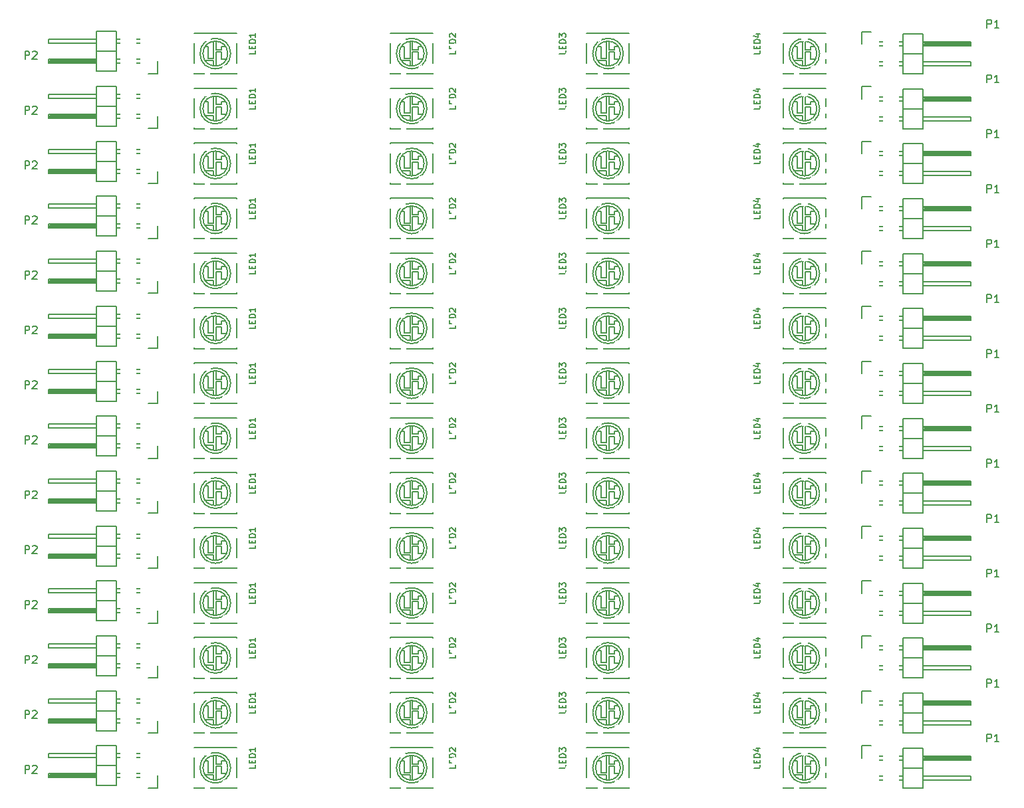
<source format=gto>
G04 #@! TF.FileFunction,Legend,Top*
%FSLAX46Y46*%
G04 Gerber Fmt 4.6, Leading zero omitted, Abs format (unit mm)*
G04 Created by KiCad (PCBNEW 4.0.1-stable) date 2016/01/09 16:37:48*
%MOMM*%
G01*
G04 APERTURE LIST*
%ADD10C,0.100000*%
%ADD11C,0.150000*%
%ADD12R,2.127200X2.127200*%
%ADD13O,2.127200X2.127200*%
%ADD14R,2.400000X1.300000*%
%ADD15C,1.000000*%
G04 APERTURE END LIST*
D10*
D11*
X122476000Y-48956000D02*
X122984000Y-48956000D01*
X122476000Y-49464000D02*
X122984000Y-49464000D01*
X122476000Y-51496000D02*
X122984000Y-51496000D01*
X122476000Y-52004000D02*
X122984000Y-52004000D01*
X119936000Y-52004000D02*
X120444000Y-52004000D01*
X119936000Y-51496000D02*
X120444000Y-51496000D01*
X119936000Y-49464000D02*
X120444000Y-49464000D01*
X119936000Y-48956000D02*
X120444000Y-48956000D01*
X124000000Y-53300000D02*
X125150000Y-53300000D01*
X125150000Y-53300000D02*
X125150000Y-51750000D01*
X117396000Y-51877000D02*
X111427000Y-51877000D01*
X111427000Y-51877000D02*
X111427000Y-51623000D01*
X111427000Y-51623000D02*
X117269000Y-51623000D01*
X117269000Y-51623000D02*
X117269000Y-51750000D01*
X117269000Y-51750000D02*
X111427000Y-51750000D01*
X119936000Y-47940000D02*
X117396000Y-47940000D01*
X119936000Y-50480000D02*
X117396000Y-50480000D01*
X119936000Y-50480000D02*
X119936000Y-47940000D01*
X119936000Y-47940000D02*
X117396000Y-47940000D01*
X117396000Y-49464000D02*
X111300000Y-49464000D01*
X111300000Y-49464000D02*
X111300000Y-48956000D01*
X111300000Y-48956000D02*
X117396000Y-48956000D01*
X117396000Y-47940000D02*
X117396000Y-50480000D01*
X117396000Y-50480000D02*
X117396000Y-53020000D01*
X111300000Y-51496000D02*
X117396000Y-51496000D01*
X111300000Y-52004000D02*
X111300000Y-51496000D01*
X117396000Y-52004000D02*
X111300000Y-52004000D01*
X119936000Y-50480000D02*
X117396000Y-50480000D01*
X119936000Y-53020000D02*
X119936000Y-50480000D01*
X119936000Y-53020000D02*
X117396000Y-53020000D01*
X217524000Y-52294000D02*
X217016000Y-52294000D01*
X217524000Y-51786000D02*
X217016000Y-51786000D01*
X217524000Y-49754000D02*
X217016000Y-49754000D01*
X217524000Y-49246000D02*
X217016000Y-49246000D01*
X220064000Y-49246000D02*
X219556000Y-49246000D01*
X220064000Y-49754000D02*
X219556000Y-49754000D01*
X220064000Y-51786000D02*
X219556000Y-51786000D01*
X220064000Y-52294000D02*
X219556000Y-52294000D01*
X216000000Y-47950000D02*
X214850000Y-47950000D01*
X214850000Y-47950000D02*
X214850000Y-49500000D01*
X222604000Y-49373000D02*
X228573000Y-49373000D01*
X228573000Y-49373000D02*
X228573000Y-49627000D01*
X228573000Y-49627000D02*
X222731000Y-49627000D01*
X222731000Y-49627000D02*
X222731000Y-49500000D01*
X222731000Y-49500000D02*
X228573000Y-49500000D01*
X220064000Y-53310000D02*
X222604000Y-53310000D01*
X220064000Y-50770000D02*
X222604000Y-50770000D01*
X220064000Y-50770000D02*
X220064000Y-53310000D01*
X220064000Y-53310000D02*
X222604000Y-53310000D01*
X222604000Y-51786000D02*
X228700000Y-51786000D01*
X228700000Y-51786000D02*
X228700000Y-52294000D01*
X228700000Y-52294000D02*
X222604000Y-52294000D01*
X222604000Y-53310000D02*
X222604000Y-50770000D01*
X222604000Y-50770000D02*
X222604000Y-48230000D01*
X228700000Y-49754000D02*
X222604000Y-49754000D01*
X228700000Y-49246000D02*
X228700000Y-49754000D01*
X222604000Y-49246000D02*
X228700000Y-49246000D01*
X220064000Y-50770000D02*
X222604000Y-50770000D01*
X220064000Y-48230000D02*
X220064000Y-50770000D01*
X220064000Y-48230000D02*
X222604000Y-48230000D01*
X206200000Y-51650000D02*
X207300000Y-51650000D01*
X206600000Y-49850000D02*
X206200000Y-49850000D01*
X207300000Y-49250000D02*
X207300000Y-51350000D01*
X207600000Y-50250000D02*
X207600000Y-49250000D01*
X207300000Y-52250000D02*
X207300000Y-51650000D01*
X207300000Y-51350000D02*
X206600000Y-51350000D01*
X206600000Y-51350000D02*
X206600000Y-49850000D01*
X208800000Y-49850000D02*
X208300000Y-49850000D01*
X208300000Y-49850000D02*
X208300000Y-50250000D01*
X208300000Y-50250000D02*
X207600000Y-50250000D01*
X208900000Y-51450000D02*
X208300000Y-51450000D01*
X208300000Y-51450000D02*
X208300000Y-50550000D01*
X208300000Y-50550000D02*
X207600000Y-50550000D01*
X207600000Y-50550000D02*
X207600000Y-52250000D01*
X209081139Y-50750000D02*
G75*
G03X209081139Y-50750000I-1581139J0D01*
G01*
X209441649Y-50750000D02*
G75*
G03X209441649Y-50750000I-1941649J0D01*
G01*
X210200000Y-49450000D02*
X210200000Y-52050000D01*
X204800000Y-48350000D02*
X204800000Y-48150000D01*
X204800000Y-48150000D02*
X210200000Y-48150000D01*
X210200000Y-48150000D02*
X210200000Y-48350000D01*
X204800000Y-52050000D02*
X204800000Y-49450000D01*
X210200000Y-53150000D02*
X210200000Y-53350000D01*
X210200000Y-53350000D02*
X204800000Y-53350000D01*
X204800000Y-53350000D02*
X204800000Y-53150000D01*
X181200000Y-51650000D02*
X182300000Y-51650000D01*
X181600000Y-49850000D02*
X181200000Y-49850000D01*
X182300000Y-49250000D02*
X182300000Y-51350000D01*
X182600000Y-50250000D02*
X182600000Y-49250000D01*
X182300000Y-52250000D02*
X182300000Y-51650000D01*
X182300000Y-51350000D02*
X181600000Y-51350000D01*
X181600000Y-51350000D02*
X181600000Y-49850000D01*
X183800000Y-49850000D02*
X183300000Y-49850000D01*
X183300000Y-49850000D02*
X183300000Y-50250000D01*
X183300000Y-50250000D02*
X182600000Y-50250000D01*
X183900000Y-51450000D02*
X183300000Y-51450000D01*
X183300000Y-51450000D02*
X183300000Y-50550000D01*
X183300000Y-50550000D02*
X182600000Y-50550000D01*
X182600000Y-50550000D02*
X182600000Y-52250000D01*
X184081139Y-50750000D02*
G75*
G03X184081139Y-50750000I-1581139J0D01*
G01*
X184441649Y-50750000D02*
G75*
G03X184441649Y-50750000I-1941649J0D01*
G01*
X185200000Y-49450000D02*
X185200000Y-52050000D01*
X179800000Y-48350000D02*
X179800000Y-48150000D01*
X179800000Y-48150000D02*
X185200000Y-48150000D01*
X185200000Y-48150000D02*
X185200000Y-48350000D01*
X179800000Y-52050000D02*
X179800000Y-49450000D01*
X185200000Y-53150000D02*
X185200000Y-53350000D01*
X185200000Y-53350000D02*
X179800000Y-53350000D01*
X179800000Y-53350000D02*
X179800000Y-53150000D01*
X156200000Y-51650000D02*
X157300000Y-51650000D01*
X156600000Y-49850000D02*
X156200000Y-49850000D01*
X157300000Y-49250000D02*
X157300000Y-51350000D01*
X157600000Y-50250000D02*
X157600000Y-49250000D01*
X157300000Y-52250000D02*
X157300000Y-51650000D01*
X157300000Y-51350000D02*
X156600000Y-51350000D01*
X156600000Y-51350000D02*
X156600000Y-49850000D01*
X158800000Y-49850000D02*
X158300000Y-49850000D01*
X158300000Y-49850000D02*
X158300000Y-50250000D01*
X158300000Y-50250000D02*
X157600000Y-50250000D01*
X158900000Y-51450000D02*
X158300000Y-51450000D01*
X158300000Y-51450000D02*
X158300000Y-50550000D01*
X158300000Y-50550000D02*
X157600000Y-50550000D01*
X157600000Y-50550000D02*
X157600000Y-52250000D01*
X159081139Y-50750000D02*
G75*
G03X159081139Y-50750000I-1581139J0D01*
G01*
X159441649Y-50750000D02*
G75*
G03X159441649Y-50750000I-1941649J0D01*
G01*
X160200000Y-49450000D02*
X160200000Y-52050000D01*
X154800000Y-48350000D02*
X154800000Y-48150000D01*
X154800000Y-48150000D02*
X160200000Y-48150000D01*
X160200000Y-48150000D02*
X160200000Y-48350000D01*
X154800000Y-52050000D02*
X154800000Y-49450000D01*
X160200000Y-53150000D02*
X160200000Y-53350000D01*
X160200000Y-53350000D02*
X154800000Y-53350000D01*
X154800000Y-53350000D02*
X154800000Y-53150000D01*
X131200000Y-51650000D02*
X132300000Y-51650000D01*
X131600000Y-49850000D02*
X131200000Y-49850000D01*
X132300000Y-49250000D02*
X132300000Y-51350000D01*
X132600000Y-50250000D02*
X132600000Y-49250000D01*
X132300000Y-52250000D02*
X132300000Y-51650000D01*
X132300000Y-51350000D02*
X131600000Y-51350000D01*
X131600000Y-51350000D02*
X131600000Y-49850000D01*
X133800000Y-49850000D02*
X133300000Y-49850000D01*
X133300000Y-49850000D02*
X133300000Y-50250000D01*
X133300000Y-50250000D02*
X132600000Y-50250000D01*
X133900000Y-51450000D02*
X133300000Y-51450000D01*
X133300000Y-51450000D02*
X133300000Y-50550000D01*
X133300000Y-50550000D02*
X132600000Y-50550000D01*
X132600000Y-50550000D02*
X132600000Y-52250000D01*
X134081139Y-50750000D02*
G75*
G03X134081139Y-50750000I-1581139J0D01*
G01*
X134441649Y-50750000D02*
G75*
G03X134441649Y-50750000I-1941649J0D01*
G01*
X135200000Y-49450000D02*
X135200000Y-52050000D01*
X129800000Y-48350000D02*
X129800000Y-48150000D01*
X129800000Y-48150000D02*
X135200000Y-48150000D01*
X135200000Y-48150000D02*
X135200000Y-48350000D01*
X129800000Y-52050000D02*
X129800000Y-49450000D01*
X135200000Y-53150000D02*
X135200000Y-53350000D01*
X135200000Y-53350000D02*
X129800000Y-53350000D01*
X129800000Y-53350000D02*
X129800000Y-53150000D01*
X131200000Y-44650000D02*
X132300000Y-44650000D01*
X131600000Y-42850000D02*
X131200000Y-42850000D01*
X132300000Y-42250000D02*
X132300000Y-44350000D01*
X132600000Y-43250000D02*
X132600000Y-42250000D01*
X132300000Y-45250000D02*
X132300000Y-44650000D01*
X132300000Y-44350000D02*
X131600000Y-44350000D01*
X131600000Y-44350000D02*
X131600000Y-42850000D01*
X133800000Y-42850000D02*
X133300000Y-42850000D01*
X133300000Y-42850000D02*
X133300000Y-43250000D01*
X133300000Y-43250000D02*
X132600000Y-43250000D01*
X133900000Y-44450000D02*
X133300000Y-44450000D01*
X133300000Y-44450000D02*
X133300000Y-43550000D01*
X133300000Y-43550000D02*
X132600000Y-43550000D01*
X132600000Y-43550000D02*
X132600000Y-45250000D01*
X134081139Y-43750000D02*
G75*
G03X134081139Y-43750000I-1581139J0D01*
G01*
X134441649Y-43750000D02*
G75*
G03X134441649Y-43750000I-1941649J0D01*
G01*
X135200000Y-42450000D02*
X135200000Y-45050000D01*
X129800000Y-41350000D02*
X129800000Y-41150000D01*
X129800000Y-41150000D02*
X135200000Y-41150000D01*
X135200000Y-41150000D02*
X135200000Y-41350000D01*
X129800000Y-45050000D02*
X129800000Y-42450000D01*
X135200000Y-46150000D02*
X135200000Y-46350000D01*
X135200000Y-46350000D02*
X129800000Y-46350000D01*
X129800000Y-46350000D02*
X129800000Y-46150000D01*
X156200000Y-44650000D02*
X157300000Y-44650000D01*
X156600000Y-42850000D02*
X156200000Y-42850000D01*
X157300000Y-42250000D02*
X157300000Y-44350000D01*
X157600000Y-43250000D02*
X157600000Y-42250000D01*
X157300000Y-45250000D02*
X157300000Y-44650000D01*
X157300000Y-44350000D02*
X156600000Y-44350000D01*
X156600000Y-44350000D02*
X156600000Y-42850000D01*
X158800000Y-42850000D02*
X158300000Y-42850000D01*
X158300000Y-42850000D02*
X158300000Y-43250000D01*
X158300000Y-43250000D02*
X157600000Y-43250000D01*
X158900000Y-44450000D02*
X158300000Y-44450000D01*
X158300000Y-44450000D02*
X158300000Y-43550000D01*
X158300000Y-43550000D02*
X157600000Y-43550000D01*
X157600000Y-43550000D02*
X157600000Y-45250000D01*
X159081139Y-43750000D02*
G75*
G03X159081139Y-43750000I-1581139J0D01*
G01*
X159441649Y-43750000D02*
G75*
G03X159441649Y-43750000I-1941649J0D01*
G01*
X160200000Y-42450000D02*
X160200000Y-45050000D01*
X154800000Y-41350000D02*
X154800000Y-41150000D01*
X154800000Y-41150000D02*
X160200000Y-41150000D01*
X160200000Y-41150000D02*
X160200000Y-41350000D01*
X154800000Y-45050000D02*
X154800000Y-42450000D01*
X160200000Y-46150000D02*
X160200000Y-46350000D01*
X160200000Y-46350000D02*
X154800000Y-46350000D01*
X154800000Y-46350000D02*
X154800000Y-46150000D01*
X181200000Y-44650000D02*
X182300000Y-44650000D01*
X181600000Y-42850000D02*
X181200000Y-42850000D01*
X182300000Y-42250000D02*
X182300000Y-44350000D01*
X182600000Y-43250000D02*
X182600000Y-42250000D01*
X182300000Y-45250000D02*
X182300000Y-44650000D01*
X182300000Y-44350000D02*
X181600000Y-44350000D01*
X181600000Y-44350000D02*
X181600000Y-42850000D01*
X183800000Y-42850000D02*
X183300000Y-42850000D01*
X183300000Y-42850000D02*
X183300000Y-43250000D01*
X183300000Y-43250000D02*
X182600000Y-43250000D01*
X183900000Y-44450000D02*
X183300000Y-44450000D01*
X183300000Y-44450000D02*
X183300000Y-43550000D01*
X183300000Y-43550000D02*
X182600000Y-43550000D01*
X182600000Y-43550000D02*
X182600000Y-45250000D01*
X184081139Y-43750000D02*
G75*
G03X184081139Y-43750000I-1581139J0D01*
G01*
X184441649Y-43750000D02*
G75*
G03X184441649Y-43750000I-1941649J0D01*
G01*
X185200000Y-42450000D02*
X185200000Y-45050000D01*
X179800000Y-41350000D02*
X179800000Y-41150000D01*
X179800000Y-41150000D02*
X185200000Y-41150000D01*
X185200000Y-41150000D02*
X185200000Y-41350000D01*
X179800000Y-45050000D02*
X179800000Y-42450000D01*
X185200000Y-46150000D02*
X185200000Y-46350000D01*
X185200000Y-46350000D02*
X179800000Y-46350000D01*
X179800000Y-46350000D02*
X179800000Y-46150000D01*
X206200000Y-44650000D02*
X207300000Y-44650000D01*
X206600000Y-42850000D02*
X206200000Y-42850000D01*
X207300000Y-42250000D02*
X207300000Y-44350000D01*
X207600000Y-43250000D02*
X207600000Y-42250000D01*
X207300000Y-45250000D02*
X207300000Y-44650000D01*
X207300000Y-44350000D02*
X206600000Y-44350000D01*
X206600000Y-44350000D02*
X206600000Y-42850000D01*
X208800000Y-42850000D02*
X208300000Y-42850000D01*
X208300000Y-42850000D02*
X208300000Y-43250000D01*
X208300000Y-43250000D02*
X207600000Y-43250000D01*
X208900000Y-44450000D02*
X208300000Y-44450000D01*
X208300000Y-44450000D02*
X208300000Y-43550000D01*
X208300000Y-43550000D02*
X207600000Y-43550000D01*
X207600000Y-43550000D02*
X207600000Y-45250000D01*
X209081139Y-43750000D02*
G75*
G03X209081139Y-43750000I-1581139J0D01*
G01*
X209441649Y-43750000D02*
G75*
G03X209441649Y-43750000I-1941649J0D01*
G01*
X210200000Y-42450000D02*
X210200000Y-45050000D01*
X204800000Y-41350000D02*
X204800000Y-41150000D01*
X204800000Y-41150000D02*
X210200000Y-41150000D01*
X210200000Y-41150000D02*
X210200000Y-41350000D01*
X204800000Y-45050000D02*
X204800000Y-42450000D01*
X210200000Y-46150000D02*
X210200000Y-46350000D01*
X210200000Y-46350000D02*
X204800000Y-46350000D01*
X204800000Y-46350000D02*
X204800000Y-46150000D01*
X217524000Y-45294000D02*
X217016000Y-45294000D01*
X217524000Y-44786000D02*
X217016000Y-44786000D01*
X217524000Y-42754000D02*
X217016000Y-42754000D01*
X217524000Y-42246000D02*
X217016000Y-42246000D01*
X220064000Y-42246000D02*
X219556000Y-42246000D01*
X220064000Y-42754000D02*
X219556000Y-42754000D01*
X220064000Y-44786000D02*
X219556000Y-44786000D01*
X220064000Y-45294000D02*
X219556000Y-45294000D01*
X216000000Y-40950000D02*
X214850000Y-40950000D01*
X214850000Y-40950000D02*
X214850000Y-42500000D01*
X222604000Y-42373000D02*
X228573000Y-42373000D01*
X228573000Y-42373000D02*
X228573000Y-42627000D01*
X228573000Y-42627000D02*
X222731000Y-42627000D01*
X222731000Y-42627000D02*
X222731000Y-42500000D01*
X222731000Y-42500000D02*
X228573000Y-42500000D01*
X220064000Y-46310000D02*
X222604000Y-46310000D01*
X220064000Y-43770000D02*
X222604000Y-43770000D01*
X220064000Y-43770000D02*
X220064000Y-46310000D01*
X220064000Y-46310000D02*
X222604000Y-46310000D01*
X222604000Y-44786000D02*
X228700000Y-44786000D01*
X228700000Y-44786000D02*
X228700000Y-45294000D01*
X228700000Y-45294000D02*
X222604000Y-45294000D01*
X222604000Y-46310000D02*
X222604000Y-43770000D01*
X222604000Y-43770000D02*
X222604000Y-41230000D01*
X228700000Y-42754000D02*
X222604000Y-42754000D01*
X228700000Y-42246000D02*
X228700000Y-42754000D01*
X222604000Y-42246000D02*
X228700000Y-42246000D01*
X220064000Y-43770000D02*
X222604000Y-43770000D01*
X220064000Y-41230000D02*
X220064000Y-43770000D01*
X220064000Y-41230000D02*
X222604000Y-41230000D01*
X122476000Y-41956000D02*
X122984000Y-41956000D01*
X122476000Y-42464000D02*
X122984000Y-42464000D01*
X122476000Y-44496000D02*
X122984000Y-44496000D01*
X122476000Y-45004000D02*
X122984000Y-45004000D01*
X119936000Y-45004000D02*
X120444000Y-45004000D01*
X119936000Y-44496000D02*
X120444000Y-44496000D01*
X119936000Y-42464000D02*
X120444000Y-42464000D01*
X119936000Y-41956000D02*
X120444000Y-41956000D01*
X124000000Y-46300000D02*
X125150000Y-46300000D01*
X125150000Y-46300000D02*
X125150000Y-44750000D01*
X117396000Y-44877000D02*
X111427000Y-44877000D01*
X111427000Y-44877000D02*
X111427000Y-44623000D01*
X111427000Y-44623000D02*
X117269000Y-44623000D01*
X117269000Y-44623000D02*
X117269000Y-44750000D01*
X117269000Y-44750000D02*
X111427000Y-44750000D01*
X119936000Y-40940000D02*
X117396000Y-40940000D01*
X119936000Y-43480000D02*
X117396000Y-43480000D01*
X119936000Y-43480000D02*
X119936000Y-40940000D01*
X119936000Y-40940000D02*
X117396000Y-40940000D01*
X117396000Y-42464000D02*
X111300000Y-42464000D01*
X111300000Y-42464000D02*
X111300000Y-41956000D01*
X111300000Y-41956000D02*
X117396000Y-41956000D01*
X117396000Y-40940000D02*
X117396000Y-43480000D01*
X117396000Y-43480000D02*
X117396000Y-46020000D01*
X111300000Y-44496000D02*
X117396000Y-44496000D01*
X111300000Y-45004000D02*
X111300000Y-44496000D01*
X117396000Y-45004000D02*
X111300000Y-45004000D01*
X119936000Y-43480000D02*
X117396000Y-43480000D01*
X119936000Y-46020000D02*
X119936000Y-43480000D01*
X119936000Y-46020000D02*
X117396000Y-46020000D01*
X122476000Y-27956000D02*
X122984000Y-27956000D01*
X122476000Y-28464000D02*
X122984000Y-28464000D01*
X122476000Y-30496000D02*
X122984000Y-30496000D01*
X122476000Y-31004000D02*
X122984000Y-31004000D01*
X119936000Y-31004000D02*
X120444000Y-31004000D01*
X119936000Y-30496000D02*
X120444000Y-30496000D01*
X119936000Y-28464000D02*
X120444000Y-28464000D01*
X119936000Y-27956000D02*
X120444000Y-27956000D01*
X124000000Y-32300000D02*
X125150000Y-32300000D01*
X125150000Y-32300000D02*
X125150000Y-30750000D01*
X117396000Y-30877000D02*
X111427000Y-30877000D01*
X111427000Y-30877000D02*
X111427000Y-30623000D01*
X111427000Y-30623000D02*
X117269000Y-30623000D01*
X117269000Y-30623000D02*
X117269000Y-30750000D01*
X117269000Y-30750000D02*
X111427000Y-30750000D01*
X119936000Y-26940000D02*
X117396000Y-26940000D01*
X119936000Y-29480000D02*
X117396000Y-29480000D01*
X119936000Y-29480000D02*
X119936000Y-26940000D01*
X119936000Y-26940000D02*
X117396000Y-26940000D01*
X117396000Y-28464000D02*
X111300000Y-28464000D01*
X111300000Y-28464000D02*
X111300000Y-27956000D01*
X111300000Y-27956000D02*
X117396000Y-27956000D01*
X117396000Y-26940000D02*
X117396000Y-29480000D01*
X117396000Y-29480000D02*
X117396000Y-32020000D01*
X111300000Y-30496000D02*
X117396000Y-30496000D01*
X111300000Y-31004000D02*
X111300000Y-30496000D01*
X117396000Y-31004000D02*
X111300000Y-31004000D01*
X119936000Y-29480000D02*
X117396000Y-29480000D01*
X119936000Y-32020000D02*
X119936000Y-29480000D01*
X119936000Y-32020000D02*
X117396000Y-32020000D01*
X217524000Y-31294000D02*
X217016000Y-31294000D01*
X217524000Y-30786000D02*
X217016000Y-30786000D01*
X217524000Y-28754000D02*
X217016000Y-28754000D01*
X217524000Y-28246000D02*
X217016000Y-28246000D01*
X220064000Y-28246000D02*
X219556000Y-28246000D01*
X220064000Y-28754000D02*
X219556000Y-28754000D01*
X220064000Y-30786000D02*
X219556000Y-30786000D01*
X220064000Y-31294000D02*
X219556000Y-31294000D01*
X216000000Y-26950000D02*
X214850000Y-26950000D01*
X214850000Y-26950000D02*
X214850000Y-28500000D01*
X222604000Y-28373000D02*
X228573000Y-28373000D01*
X228573000Y-28373000D02*
X228573000Y-28627000D01*
X228573000Y-28627000D02*
X222731000Y-28627000D01*
X222731000Y-28627000D02*
X222731000Y-28500000D01*
X222731000Y-28500000D02*
X228573000Y-28500000D01*
X220064000Y-32310000D02*
X222604000Y-32310000D01*
X220064000Y-29770000D02*
X222604000Y-29770000D01*
X220064000Y-29770000D02*
X220064000Y-32310000D01*
X220064000Y-32310000D02*
X222604000Y-32310000D01*
X222604000Y-30786000D02*
X228700000Y-30786000D01*
X228700000Y-30786000D02*
X228700000Y-31294000D01*
X228700000Y-31294000D02*
X222604000Y-31294000D01*
X222604000Y-32310000D02*
X222604000Y-29770000D01*
X222604000Y-29770000D02*
X222604000Y-27230000D01*
X228700000Y-28754000D02*
X222604000Y-28754000D01*
X228700000Y-28246000D02*
X228700000Y-28754000D01*
X222604000Y-28246000D02*
X228700000Y-28246000D01*
X220064000Y-29770000D02*
X222604000Y-29770000D01*
X220064000Y-27230000D02*
X220064000Y-29770000D01*
X220064000Y-27230000D02*
X222604000Y-27230000D01*
X206200000Y-30650000D02*
X207300000Y-30650000D01*
X206600000Y-28850000D02*
X206200000Y-28850000D01*
X207300000Y-28250000D02*
X207300000Y-30350000D01*
X207600000Y-29250000D02*
X207600000Y-28250000D01*
X207300000Y-31250000D02*
X207300000Y-30650000D01*
X207300000Y-30350000D02*
X206600000Y-30350000D01*
X206600000Y-30350000D02*
X206600000Y-28850000D01*
X208800000Y-28850000D02*
X208300000Y-28850000D01*
X208300000Y-28850000D02*
X208300000Y-29250000D01*
X208300000Y-29250000D02*
X207600000Y-29250000D01*
X208900000Y-30450000D02*
X208300000Y-30450000D01*
X208300000Y-30450000D02*
X208300000Y-29550000D01*
X208300000Y-29550000D02*
X207600000Y-29550000D01*
X207600000Y-29550000D02*
X207600000Y-31250000D01*
X209081139Y-29750000D02*
G75*
G03X209081139Y-29750000I-1581139J0D01*
G01*
X209441649Y-29750000D02*
G75*
G03X209441649Y-29750000I-1941649J0D01*
G01*
X210200000Y-28450000D02*
X210200000Y-31050000D01*
X204800000Y-27350000D02*
X204800000Y-27150000D01*
X204800000Y-27150000D02*
X210200000Y-27150000D01*
X210200000Y-27150000D02*
X210200000Y-27350000D01*
X204800000Y-31050000D02*
X204800000Y-28450000D01*
X210200000Y-32150000D02*
X210200000Y-32350000D01*
X210200000Y-32350000D02*
X204800000Y-32350000D01*
X204800000Y-32350000D02*
X204800000Y-32150000D01*
X181200000Y-30650000D02*
X182300000Y-30650000D01*
X181600000Y-28850000D02*
X181200000Y-28850000D01*
X182300000Y-28250000D02*
X182300000Y-30350000D01*
X182600000Y-29250000D02*
X182600000Y-28250000D01*
X182300000Y-31250000D02*
X182300000Y-30650000D01*
X182300000Y-30350000D02*
X181600000Y-30350000D01*
X181600000Y-30350000D02*
X181600000Y-28850000D01*
X183800000Y-28850000D02*
X183300000Y-28850000D01*
X183300000Y-28850000D02*
X183300000Y-29250000D01*
X183300000Y-29250000D02*
X182600000Y-29250000D01*
X183900000Y-30450000D02*
X183300000Y-30450000D01*
X183300000Y-30450000D02*
X183300000Y-29550000D01*
X183300000Y-29550000D02*
X182600000Y-29550000D01*
X182600000Y-29550000D02*
X182600000Y-31250000D01*
X184081139Y-29750000D02*
G75*
G03X184081139Y-29750000I-1581139J0D01*
G01*
X184441649Y-29750000D02*
G75*
G03X184441649Y-29750000I-1941649J0D01*
G01*
X185200000Y-28450000D02*
X185200000Y-31050000D01*
X179800000Y-27350000D02*
X179800000Y-27150000D01*
X179800000Y-27150000D02*
X185200000Y-27150000D01*
X185200000Y-27150000D02*
X185200000Y-27350000D01*
X179800000Y-31050000D02*
X179800000Y-28450000D01*
X185200000Y-32150000D02*
X185200000Y-32350000D01*
X185200000Y-32350000D02*
X179800000Y-32350000D01*
X179800000Y-32350000D02*
X179800000Y-32150000D01*
X156200000Y-30650000D02*
X157300000Y-30650000D01*
X156600000Y-28850000D02*
X156200000Y-28850000D01*
X157300000Y-28250000D02*
X157300000Y-30350000D01*
X157600000Y-29250000D02*
X157600000Y-28250000D01*
X157300000Y-31250000D02*
X157300000Y-30650000D01*
X157300000Y-30350000D02*
X156600000Y-30350000D01*
X156600000Y-30350000D02*
X156600000Y-28850000D01*
X158800000Y-28850000D02*
X158300000Y-28850000D01*
X158300000Y-28850000D02*
X158300000Y-29250000D01*
X158300000Y-29250000D02*
X157600000Y-29250000D01*
X158900000Y-30450000D02*
X158300000Y-30450000D01*
X158300000Y-30450000D02*
X158300000Y-29550000D01*
X158300000Y-29550000D02*
X157600000Y-29550000D01*
X157600000Y-29550000D02*
X157600000Y-31250000D01*
X159081139Y-29750000D02*
G75*
G03X159081139Y-29750000I-1581139J0D01*
G01*
X159441649Y-29750000D02*
G75*
G03X159441649Y-29750000I-1941649J0D01*
G01*
X160200000Y-28450000D02*
X160200000Y-31050000D01*
X154800000Y-27350000D02*
X154800000Y-27150000D01*
X154800000Y-27150000D02*
X160200000Y-27150000D01*
X160200000Y-27150000D02*
X160200000Y-27350000D01*
X154800000Y-31050000D02*
X154800000Y-28450000D01*
X160200000Y-32150000D02*
X160200000Y-32350000D01*
X160200000Y-32350000D02*
X154800000Y-32350000D01*
X154800000Y-32350000D02*
X154800000Y-32150000D01*
X131200000Y-30650000D02*
X132300000Y-30650000D01*
X131600000Y-28850000D02*
X131200000Y-28850000D01*
X132300000Y-28250000D02*
X132300000Y-30350000D01*
X132600000Y-29250000D02*
X132600000Y-28250000D01*
X132300000Y-31250000D02*
X132300000Y-30650000D01*
X132300000Y-30350000D02*
X131600000Y-30350000D01*
X131600000Y-30350000D02*
X131600000Y-28850000D01*
X133800000Y-28850000D02*
X133300000Y-28850000D01*
X133300000Y-28850000D02*
X133300000Y-29250000D01*
X133300000Y-29250000D02*
X132600000Y-29250000D01*
X133900000Y-30450000D02*
X133300000Y-30450000D01*
X133300000Y-30450000D02*
X133300000Y-29550000D01*
X133300000Y-29550000D02*
X132600000Y-29550000D01*
X132600000Y-29550000D02*
X132600000Y-31250000D01*
X134081139Y-29750000D02*
G75*
G03X134081139Y-29750000I-1581139J0D01*
G01*
X134441649Y-29750000D02*
G75*
G03X134441649Y-29750000I-1941649J0D01*
G01*
X135200000Y-28450000D02*
X135200000Y-31050000D01*
X129800000Y-27350000D02*
X129800000Y-27150000D01*
X129800000Y-27150000D02*
X135200000Y-27150000D01*
X135200000Y-27150000D02*
X135200000Y-27350000D01*
X129800000Y-31050000D02*
X129800000Y-28450000D01*
X135200000Y-32150000D02*
X135200000Y-32350000D01*
X135200000Y-32350000D02*
X129800000Y-32350000D01*
X129800000Y-32350000D02*
X129800000Y-32150000D01*
X131200000Y-37650000D02*
X132300000Y-37650000D01*
X131600000Y-35850000D02*
X131200000Y-35850000D01*
X132300000Y-35250000D02*
X132300000Y-37350000D01*
X132600000Y-36250000D02*
X132600000Y-35250000D01*
X132300000Y-38250000D02*
X132300000Y-37650000D01*
X132300000Y-37350000D02*
X131600000Y-37350000D01*
X131600000Y-37350000D02*
X131600000Y-35850000D01*
X133800000Y-35850000D02*
X133300000Y-35850000D01*
X133300000Y-35850000D02*
X133300000Y-36250000D01*
X133300000Y-36250000D02*
X132600000Y-36250000D01*
X133900000Y-37450000D02*
X133300000Y-37450000D01*
X133300000Y-37450000D02*
X133300000Y-36550000D01*
X133300000Y-36550000D02*
X132600000Y-36550000D01*
X132600000Y-36550000D02*
X132600000Y-38250000D01*
X134081139Y-36750000D02*
G75*
G03X134081139Y-36750000I-1581139J0D01*
G01*
X134441649Y-36750000D02*
G75*
G03X134441649Y-36750000I-1941649J0D01*
G01*
X135200000Y-35450000D02*
X135200000Y-38050000D01*
X129800000Y-34350000D02*
X129800000Y-34150000D01*
X129800000Y-34150000D02*
X135200000Y-34150000D01*
X135200000Y-34150000D02*
X135200000Y-34350000D01*
X129800000Y-38050000D02*
X129800000Y-35450000D01*
X135200000Y-39150000D02*
X135200000Y-39350000D01*
X135200000Y-39350000D02*
X129800000Y-39350000D01*
X129800000Y-39350000D02*
X129800000Y-39150000D01*
X156200000Y-37650000D02*
X157300000Y-37650000D01*
X156600000Y-35850000D02*
X156200000Y-35850000D01*
X157300000Y-35250000D02*
X157300000Y-37350000D01*
X157600000Y-36250000D02*
X157600000Y-35250000D01*
X157300000Y-38250000D02*
X157300000Y-37650000D01*
X157300000Y-37350000D02*
X156600000Y-37350000D01*
X156600000Y-37350000D02*
X156600000Y-35850000D01*
X158800000Y-35850000D02*
X158300000Y-35850000D01*
X158300000Y-35850000D02*
X158300000Y-36250000D01*
X158300000Y-36250000D02*
X157600000Y-36250000D01*
X158900000Y-37450000D02*
X158300000Y-37450000D01*
X158300000Y-37450000D02*
X158300000Y-36550000D01*
X158300000Y-36550000D02*
X157600000Y-36550000D01*
X157600000Y-36550000D02*
X157600000Y-38250000D01*
X159081139Y-36750000D02*
G75*
G03X159081139Y-36750000I-1581139J0D01*
G01*
X159441649Y-36750000D02*
G75*
G03X159441649Y-36750000I-1941649J0D01*
G01*
X160200000Y-35450000D02*
X160200000Y-38050000D01*
X154800000Y-34350000D02*
X154800000Y-34150000D01*
X154800000Y-34150000D02*
X160200000Y-34150000D01*
X160200000Y-34150000D02*
X160200000Y-34350000D01*
X154800000Y-38050000D02*
X154800000Y-35450000D01*
X160200000Y-39150000D02*
X160200000Y-39350000D01*
X160200000Y-39350000D02*
X154800000Y-39350000D01*
X154800000Y-39350000D02*
X154800000Y-39150000D01*
X181200000Y-37650000D02*
X182300000Y-37650000D01*
X181600000Y-35850000D02*
X181200000Y-35850000D01*
X182300000Y-35250000D02*
X182300000Y-37350000D01*
X182600000Y-36250000D02*
X182600000Y-35250000D01*
X182300000Y-38250000D02*
X182300000Y-37650000D01*
X182300000Y-37350000D02*
X181600000Y-37350000D01*
X181600000Y-37350000D02*
X181600000Y-35850000D01*
X183800000Y-35850000D02*
X183300000Y-35850000D01*
X183300000Y-35850000D02*
X183300000Y-36250000D01*
X183300000Y-36250000D02*
X182600000Y-36250000D01*
X183900000Y-37450000D02*
X183300000Y-37450000D01*
X183300000Y-37450000D02*
X183300000Y-36550000D01*
X183300000Y-36550000D02*
X182600000Y-36550000D01*
X182600000Y-36550000D02*
X182600000Y-38250000D01*
X184081139Y-36750000D02*
G75*
G03X184081139Y-36750000I-1581139J0D01*
G01*
X184441649Y-36750000D02*
G75*
G03X184441649Y-36750000I-1941649J0D01*
G01*
X185200000Y-35450000D02*
X185200000Y-38050000D01*
X179800000Y-34350000D02*
X179800000Y-34150000D01*
X179800000Y-34150000D02*
X185200000Y-34150000D01*
X185200000Y-34150000D02*
X185200000Y-34350000D01*
X179800000Y-38050000D02*
X179800000Y-35450000D01*
X185200000Y-39150000D02*
X185200000Y-39350000D01*
X185200000Y-39350000D02*
X179800000Y-39350000D01*
X179800000Y-39350000D02*
X179800000Y-39150000D01*
X206200000Y-37650000D02*
X207300000Y-37650000D01*
X206600000Y-35850000D02*
X206200000Y-35850000D01*
X207300000Y-35250000D02*
X207300000Y-37350000D01*
X207600000Y-36250000D02*
X207600000Y-35250000D01*
X207300000Y-38250000D02*
X207300000Y-37650000D01*
X207300000Y-37350000D02*
X206600000Y-37350000D01*
X206600000Y-37350000D02*
X206600000Y-35850000D01*
X208800000Y-35850000D02*
X208300000Y-35850000D01*
X208300000Y-35850000D02*
X208300000Y-36250000D01*
X208300000Y-36250000D02*
X207600000Y-36250000D01*
X208900000Y-37450000D02*
X208300000Y-37450000D01*
X208300000Y-37450000D02*
X208300000Y-36550000D01*
X208300000Y-36550000D02*
X207600000Y-36550000D01*
X207600000Y-36550000D02*
X207600000Y-38250000D01*
X209081139Y-36750000D02*
G75*
G03X209081139Y-36750000I-1581139J0D01*
G01*
X209441649Y-36750000D02*
G75*
G03X209441649Y-36750000I-1941649J0D01*
G01*
X210200000Y-35450000D02*
X210200000Y-38050000D01*
X204800000Y-34350000D02*
X204800000Y-34150000D01*
X204800000Y-34150000D02*
X210200000Y-34150000D01*
X210200000Y-34150000D02*
X210200000Y-34350000D01*
X204800000Y-38050000D02*
X204800000Y-35450000D01*
X210200000Y-39150000D02*
X210200000Y-39350000D01*
X210200000Y-39350000D02*
X204800000Y-39350000D01*
X204800000Y-39350000D02*
X204800000Y-39150000D01*
X217524000Y-38294000D02*
X217016000Y-38294000D01*
X217524000Y-37786000D02*
X217016000Y-37786000D01*
X217524000Y-35754000D02*
X217016000Y-35754000D01*
X217524000Y-35246000D02*
X217016000Y-35246000D01*
X220064000Y-35246000D02*
X219556000Y-35246000D01*
X220064000Y-35754000D02*
X219556000Y-35754000D01*
X220064000Y-37786000D02*
X219556000Y-37786000D01*
X220064000Y-38294000D02*
X219556000Y-38294000D01*
X216000000Y-33950000D02*
X214850000Y-33950000D01*
X214850000Y-33950000D02*
X214850000Y-35500000D01*
X222604000Y-35373000D02*
X228573000Y-35373000D01*
X228573000Y-35373000D02*
X228573000Y-35627000D01*
X228573000Y-35627000D02*
X222731000Y-35627000D01*
X222731000Y-35627000D02*
X222731000Y-35500000D01*
X222731000Y-35500000D02*
X228573000Y-35500000D01*
X220064000Y-39310000D02*
X222604000Y-39310000D01*
X220064000Y-36770000D02*
X222604000Y-36770000D01*
X220064000Y-36770000D02*
X220064000Y-39310000D01*
X220064000Y-39310000D02*
X222604000Y-39310000D01*
X222604000Y-37786000D02*
X228700000Y-37786000D01*
X228700000Y-37786000D02*
X228700000Y-38294000D01*
X228700000Y-38294000D02*
X222604000Y-38294000D01*
X222604000Y-39310000D02*
X222604000Y-36770000D01*
X222604000Y-36770000D02*
X222604000Y-34230000D01*
X228700000Y-35754000D02*
X222604000Y-35754000D01*
X228700000Y-35246000D02*
X228700000Y-35754000D01*
X222604000Y-35246000D02*
X228700000Y-35246000D01*
X220064000Y-36770000D02*
X222604000Y-36770000D01*
X220064000Y-34230000D02*
X220064000Y-36770000D01*
X220064000Y-34230000D02*
X222604000Y-34230000D01*
X122476000Y-34956000D02*
X122984000Y-34956000D01*
X122476000Y-35464000D02*
X122984000Y-35464000D01*
X122476000Y-37496000D02*
X122984000Y-37496000D01*
X122476000Y-38004000D02*
X122984000Y-38004000D01*
X119936000Y-38004000D02*
X120444000Y-38004000D01*
X119936000Y-37496000D02*
X120444000Y-37496000D01*
X119936000Y-35464000D02*
X120444000Y-35464000D01*
X119936000Y-34956000D02*
X120444000Y-34956000D01*
X124000000Y-39300000D02*
X125150000Y-39300000D01*
X125150000Y-39300000D02*
X125150000Y-37750000D01*
X117396000Y-37877000D02*
X111427000Y-37877000D01*
X111427000Y-37877000D02*
X111427000Y-37623000D01*
X111427000Y-37623000D02*
X117269000Y-37623000D01*
X117269000Y-37623000D02*
X117269000Y-37750000D01*
X117269000Y-37750000D02*
X111427000Y-37750000D01*
X119936000Y-33940000D02*
X117396000Y-33940000D01*
X119936000Y-36480000D02*
X117396000Y-36480000D01*
X119936000Y-36480000D02*
X119936000Y-33940000D01*
X119936000Y-33940000D02*
X117396000Y-33940000D01*
X117396000Y-35464000D02*
X111300000Y-35464000D01*
X111300000Y-35464000D02*
X111300000Y-34956000D01*
X111300000Y-34956000D02*
X117396000Y-34956000D01*
X117396000Y-33940000D02*
X117396000Y-36480000D01*
X117396000Y-36480000D02*
X117396000Y-39020000D01*
X111300000Y-37496000D02*
X117396000Y-37496000D01*
X111300000Y-38004000D02*
X111300000Y-37496000D01*
X117396000Y-38004000D02*
X111300000Y-38004000D01*
X119936000Y-36480000D02*
X117396000Y-36480000D01*
X119936000Y-39020000D02*
X119936000Y-36480000D01*
X119936000Y-39020000D02*
X117396000Y-39020000D01*
X122476000Y-13956000D02*
X122984000Y-13956000D01*
X122476000Y-14464000D02*
X122984000Y-14464000D01*
X122476000Y-16496000D02*
X122984000Y-16496000D01*
X122476000Y-17004000D02*
X122984000Y-17004000D01*
X119936000Y-17004000D02*
X120444000Y-17004000D01*
X119936000Y-16496000D02*
X120444000Y-16496000D01*
X119936000Y-14464000D02*
X120444000Y-14464000D01*
X119936000Y-13956000D02*
X120444000Y-13956000D01*
X124000000Y-18300000D02*
X125150000Y-18300000D01*
X125150000Y-18300000D02*
X125150000Y-16750000D01*
X117396000Y-16877000D02*
X111427000Y-16877000D01*
X111427000Y-16877000D02*
X111427000Y-16623000D01*
X111427000Y-16623000D02*
X117269000Y-16623000D01*
X117269000Y-16623000D02*
X117269000Y-16750000D01*
X117269000Y-16750000D02*
X111427000Y-16750000D01*
X119936000Y-12940000D02*
X117396000Y-12940000D01*
X119936000Y-15480000D02*
X117396000Y-15480000D01*
X119936000Y-15480000D02*
X119936000Y-12940000D01*
X119936000Y-12940000D02*
X117396000Y-12940000D01*
X117396000Y-14464000D02*
X111300000Y-14464000D01*
X111300000Y-14464000D02*
X111300000Y-13956000D01*
X111300000Y-13956000D02*
X117396000Y-13956000D01*
X117396000Y-12940000D02*
X117396000Y-15480000D01*
X117396000Y-15480000D02*
X117396000Y-18020000D01*
X111300000Y-16496000D02*
X117396000Y-16496000D01*
X111300000Y-17004000D02*
X111300000Y-16496000D01*
X117396000Y-17004000D02*
X111300000Y-17004000D01*
X119936000Y-15480000D02*
X117396000Y-15480000D01*
X119936000Y-18020000D02*
X119936000Y-15480000D01*
X119936000Y-18020000D02*
X117396000Y-18020000D01*
X217524000Y-17294000D02*
X217016000Y-17294000D01*
X217524000Y-16786000D02*
X217016000Y-16786000D01*
X217524000Y-14754000D02*
X217016000Y-14754000D01*
X217524000Y-14246000D02*
X217016000Y-14246000D01*
X220064000Y-14246000D02*
X219556000Y-14246000D01*
X220064000Y-14754000D02*
X219556000Y-14754000D01*
X220064000Y-16786000D02*
X219556000Y-16786000D01*
X220064000Y-17294000D02*
X219556000Y-17294000D01*
X216000000Y-12950000D02*
X214850000Y-12950000D01*
X214850000Y-12950000D02*
X214850000Y-14500000D01*
X222604000Y-14373000D02*
X228573000Y-14373000D01*
X228573000Y-14373000D02*
X228573000Y-14627000D01*
X228573000Y-14627000D02*
X222731000Y-14627000D01*
X222731000Y-14627000D02*
X222731000Y-14500000D01*
X222731000Y-14500000D02*
X228573000Y-14500000D01*
X220064000Y-18310000D02*
X222604000Y-18310000D01*
X220064000Y-15770000D02*
X222604000Y-15770000D01*
X220064000Y-15770000D02*
X220064000Y-18310000D01*
X220064000Y-18310000D02*
X222604000Y-18310000D01*
X222604000Y-16786000D02*
X228700000Y-16786000D01*
X228700000Y-16786000D02*
X228700000Y-17294000D01*
X228700000Y-17294000D02*
X222604000Y-17294000D01*
X222604000Y-18310000D02*
X222604000Y-15770000D01*
X222604000Y-15770000D02*
X222604000Y-13230000D01*
X228700000Y-14754000D02*
X222604000Y-14754000D01*
X228700000Y-14246000D02*
X228700000Y-14754000D01*
X222604000Y-14246000D02*
X228700000Y-14246000D01*
X220064000Y-15770000D02*
X222604000Y-15770000D01*
X220064000Y-13230000D02*
X220064000Y-15770000D01*
X220064000Y-13230000D02*
X222604000Y-13230000D01*
X206200000Y-16650000D02*
X207300000Y-16650000D01*
X206600000Y-14850000D02*
X206200000Y-14850000D01*
X207300000Y-14250000D02*
X207300000Y-16350000D01*
X207600000Y-15250000D02*
X207600000Y-14250000D01*
X207300000Y-17250000D02*
X207300000Y-16650000D01*
X207300000Y-16350000D02*
X206600000Y-16350000D01*
X206600000Y-16350000D02*
X206600000Y-14850000D01*
X208800000Y-14850000D02*
X208300000Y-14850000D01*
X208300000Y-14850000D02*
X208300000Y-15250000D01*
X208300000Y-15250000D02*
X207600000Y-15250000D01*
X208900000Y-16450000D02*
X208300000Y-16450000D01*
X208300000Y-16450000D02*
X208300000Y-15550000D01*
X208300000Y-15550000D02*
X207600000Y-15550000D01*
X207600000Y-15550000D02*
X207600000Y-17250000D01*
X209081139Y-15750000D02*
G75*
G03X209081139Y-15750000I-1581139J0D01*
G01*
X209441649Y-15750000D02*
G75*
G03X209441649Y-15750000I-1941649J0D01*
G01*
X210200000Y-14450000D02*
X210200000Y-17050000D01*
X204800000Y-13350000D02*
X204800000Y-13150000D01*
X204800000Y-13150000D02*
X210200000Y-13150000D01*
X210200000Y-13150000D02*
X210200000Y-13350000D01*
X204800000Y-17050000D02*
X204800000Y-14450000D01*
X210200000Y-18150000D02*
X210200000Y-18350000D01*
X210200000Y-18350000D02*
X204800000Y-18350000D01*
X204800000Y-18350000D02*
X204800000Y-18150000D01*
X181200000Y-16650000D02*
X182300000Y-16650000D01*
X181600000Y-14850000D02*
X181200000Y-14850000D01*
X182300000Y-14250000D02*
X182300000Y-16350000D01*
X182600000Y-15250000D02*
X182600000Y-14250000D01*
X182300000Y-17250000D02*
X182300000Y-16650000D01*
X182300000Y-16350000D02*
X181600000Y-16350000D01*
X181600000Y-16350000D02*
X181600000Y-14850000D01*
X183800000Y-14850000D02*
X183300000Y-14850000D01*
X183300000Y-14850000D02*
X183300000Y-15250000D01*
X183300000Y-15250000D02*
X182600000Y-15250000D01*
X183900000Y-16450000D02*
X183300000Y-16450000D01*
X183300000Y-16450000D02*
X183300000Y-15550000D01*
X183300000Y-15550000D02*
X182600000Y-15550000D01*
X182600000Y-15550000D02*
X182600000Y-17250000D01*
X184081139Y-15750000D02*
G75*
G03X184081139Y-15750000I-1581139J0D01*
G01*
X184441649Y-15750000D02*
G75*
G03X184441649Y-15750000I-1941649J0D01*
G01*
X185200000Y-14450000D02*
X185200000Y-17050000D01*
X179800000Y-13350000D02*
X179800000Y-13150000D01*
X179800000Y-13150000D02*
X185200000Y-13150000D01*
X185200000Y-13150000D02*
X185200000Y-13350000D01*
X179800000Y-17050000D02*
X179800000Y-14450000D01*
X185200000Y-18150000D02*
X185200000Y-18350000D01*
X185200000Y-18350000D02*
X179800000Y-18350000D01*
X179800000Y-18350000D02*
X179800000Y-18150000D01*
X156200000Y-16650000D02*
X157300000Y-16650000D01*
X156600000Y-14850000D02*
X156200000Y-14850000D01*
X157300000Y-14250000D02*
X157300000Y-16350000D01*
X157600000Y-15250000D02*
X157600000Y-14250000D01*
X157300000Y-17250000D02*
X157300000Y-16650000D01*
X157300000Y-16350000D02*
X156600000Y-16350000D01*
X156600000Y-16350000D02*
X156600000Y-14850000D01*
X158800000Y-14850000D02*
X158300000Y-14850000D01*
X158300000Y-14850000D02*
X158300000Y-15250000D01*
X158300000Y-15250000D02*
X157600000Y-15250000D01*
X158900000Y-16450000D02*
X158300000Y-16450000D01*
X158300000Y-16450000D02*
X158300000Y-15550000D01*
X158300000Y-15550000D02*
X157600000Y-15550000D01*
X157600000Y-15550000D02*
X157600000Y-17250000D01*
X159081139Y-15750000D02*
G75*
G03X159081139Y-15750000I-1581139J0D01*
G01*
X159441649Y-15750000D02*
G75*
G03X159441649Y-15750000I-1941649J0D01*
G01*
X160200000Y-14450000D02*
X160200000Y-17050000D01*
X154800000Y-13350000D02*
X154800000Y-13150000D01*
X154800000Y-13150000D02*
X160200000Y-13150000D01*
X160200000Y-13150000D02*
X160200000Y-13350000D01*
X154800000Y-17050000D02*
X154800000Y-14450000D01*
X160200000Y-18150000D02*
X160200000Y-18350000D01*
X160200000Y-18350000D02*
X154800000Y-18350000D01*
X154800000Y-18350000D02*
X154800000Y-18150000D01*
X131200000Y-16650000D02*
X132300000Y-16650000D01*
X131600000Y-14850000D02*
X131200000Y-14850000D01*
X132300000Y-14250000D02*
X132300000Y-16350000D01*
X132600000Y-15250000D02*
X132600000Y-14250000D01*
X132300000Y-17250000D02*
X132300000Y-16650000D01*
X132300000Y-16350000D02*
X131600000Y-16350000D01*
X131600000Y-16350000D02*
X131600000Y-14850000D01*
X133800000Y-14850000D02*
X133300000Y-14850000D01*
X133300000Y-14850000D02*
X133300000Y-15250000D01*
X133300000Y-15250000D02*
X132600000Y-15250000D01*
X133900000Y-16450000D02*
X133300000Y-16450000D01*
X133300000Y-16450000D02*
X133300000Y-15550000D01*
X133300000Y-15550000D02*
X132600000Y-15550000D01*
X132600000Y-15550000D02*
X132600000Y-17250000D01*
X134081139Y-15750000D02*
G75*
G03X134081139Y-15750000I-1581139J0D01*
G01*
X134441649Y-15750000D02*
G75*
G03X134441649Y-15750000I-1941649J0D01*
G01*
X135200000Y-14450000D02*
X135200000Y-17050000D01*
X129800000Y-13350000D02*
X129800000Y-13150000D01*
X129800000Y-13150000D02*
X135200000Y-13150000D01*
X135200000Y-13150000D02*
X135200000Y-13350000D01*
X129800000Y-17050000D02*
X129800000Y-14450000D01*
X135200000Y-18150000D02*
X135200000Y-18350000D01*
X135200000Y-18350000D02*
X129800000Y-18350000D01*
X129800000Y-18350000D02*
X129800000Y-18150000D01*
X131200000Y-23650000D02*
X132300000Y-23650000D01*
X131600000Y-21850000D02*
X131200000Y-21850000D01*
X132300000Y-21250000D02*
X132300000Y-23350000D01*
X132600000Y-22250000D02*
X132600000Y-21250000D01*
X132300000Y-24250000D02*
X132300000Y-23650000D01*
X132300000Y-23350000D02*
X131600000Y-23350000D01*
X131600000Y-23350000D02*
X131600000Y-21850000D01*
X133800000Y-21850000D02*
X133300000Y-21850000D01*
X133300000Y-21850000D02*
X133300000Y-22250000D01*
X133300000Y-22250000D02*
X132600000Y-22250000D01*
X133900000Y-23450000D02*
X133300000Y-23450000D01*
X133300000Y-23450000D02*
X133300000Y-22550000D01*
X133300000Y-22550000D02*
X132600000Y-22550000D01*
X132600000Y-22550000D02*
X132600000Y-24250000D01*
X134081139Y-22750000D02*
G75*
G03X134081139Y-22750000I-1581139J0D01*
G01*
X134441649Y-22750000D02*
G75*
G03X134441649Y-22750000I-1941649J0D01*
G01*
X135200000Y-21450000D02*
X135200000Y-24050000D01*
X129800000Y-20350000D02*
X129800000Y-20150000D01*
X129800000Y-20150000D02*
X135200000Y-20150000D01*
X135200000Y-20150000D02*
X135200000Y-20350000D01*
X129800000Y-24050000D02*
X129800000Y-21450000D01*
X135200000Y-25150000D02*
X135200000Y-25350000D01*
X135200000Y-25350000D02*
X129800000Y-25350000D01*
X129800000Y-25350000D02*
X129800000Y-25150000D01*
X156200000Y-23650000D02*
X157300000Y-23650000D01*
X156600000Y-21850000D02*
X156200000Y-21850000D01*
X157300000Y-21250000D02*
X157300000Y-23350000D01*
X157600000Y-22250000D02*
X157600000Y-21250000D01*
X157300000Y-24250000D02*
X157300000Y-23650000D01*
X157300000Y-23350000D02*
X156600000Y-23350000D01*
X156600000Y-23350000D02*
X156600000Y-21850000D01*
X158800000Y-21850000D02*
X158300000Y-21850000D01*
X158300000Y-21850000D02*
X158300000Y-22250000D01*
X158300000Y-22250000D02*
X157600000Y-22250000D01*
X158900000Y-23450000D02*
X158300000Y-23450000D01*
X158300000Y-23450000D02*
X158300000Y-22550000D01*
X158300000Y-22550000D02*
X157600000Y-22550000D01*
X157600000Y-22550000D02*
X157600000Y-24250000D01*
X159081139Y-22750000D02*
G75*
G03X159081139Y-22750000I-1581139J0D01*
G01*
X159441649Y-22750000D02*
G75*
G03X159441649Y-22750000I-1941649J0D01*
G01*
X160200000Y-21450000D02*
X160200000Y-24050000D01*
X154800000Y-20350000D02*
X154800000Y-20150000D01*
X154800000Y-20150000D02*
X160200000Y-20150000D01*
X160200000Y-20150000D02*
X160200000Y-20350000D01*
X154800000Y-24050000D02*
X154800000Y-21450000D01*
X160200000Y-25150000D02*
X160200000Y-25350000D01*
X160200000Y-25350000D02*
X154800000Y-25350000D01*
X154800000Y-25350000D02*
X154800000Y-25150000D01*
X181200000Y-23650000D02*
X182300000Y-23650000D01*
X181600000Y-21850000D02*
X181200000Y-21850000D01*
X182300000Y-21250000D02*
X182300000Y-23350000D01*
X182600000Y-22250000D02*
X182600000Y-21250000D01*
X182300000Y-24250000D02*
X182300000Y-23650000D01*
X182300000Y-23350000D02*
X181600000Y-23350000D01*
X181600000Y-23350000D02*
X181600000Y-21850000D01*
X183800000Y-21850000D02*
X183300000Y-21850000D01*
X183300000Y-21850000D02*
X183300000Y-22250000D01*
X183300000Y-22250000D02*
X182600000Y-22250000D01*
X183900000Y-23450000D02*
X183300000Y-23450000D01*
X183300000Y-23450000D02*
X183300000Y-22550000D01*
X183300000Y-22550000D02*
X182600000Y-22550000D01*
X182600000Y-22550000D02*
X182600000Y-24250000D01*
X184081139Y-22750000D02*
G75*
G03X184081139Y-22750000I-1581139J0D01*
G01*
X184441649Y-22750000D02*
G75*
G03X184441649Y-22750000I-1941649J0D01*
G01*
X185200000Y-21450000D02*
X185200000Y-24050000D01*
X179800000Y-20350000D02*
X179800000Y-20150000D01*
X179800000Y-20150000D02*
X185200000Y-20150000D01*
X185200000Y-20150000D02*
X185200000Y-20350000D01*
X179800000Y-24050000D02*
X179800000Y-21450000D01*
X185200000Y-25150000D02*
X185200000Y-25350000D01*
X185200000Y-25350000D02*
X179800000Y-25350000D01*
X179800000Y-25350000D02*
X179800000Y-25150000D01*
X206200000Y-23650000D02*
X207300000Y-23650000D01*
X206600000Y-21850000D02*
X206200000Y-21850000D01*
X207300000Y-21250000D02*
X207300000Y-23350000D01*
X207600000Y-22250000D02*
X207600000Y-21250000D01*
X207300000Y-24250000D02*
X207300000Y-23650000D01*
X207300000Y-23350000D02*
X206600000Y-23350000D01*
X206600000Y-23350000D02*
X206600000Y-21850000D01*
X208800000Y-21850000D02*
X208300000Y-21850000D01*
X208300000Y-21850000D02*
X208300000Y-22250000D01*
X208300000Y-22250000D02*
X207600000Y-22250000D01*
X208900000Y-23450000D02*
X208300000Y-23450000D01*
X208300000Y-23450000D02*
X208300000Y-22550000D01*
X208300000Y-22550000D02*
X207600000Y-22550000D01*
X207600000Y-22550000D02*
X207600000Y-24250000D01*
X209081139Y-22750000D02*
G75*
G03X209081139Y-22750000I-1581139J0D01*
G01*
X209441649Y-22750000D02*
G75*
G03X209441649Y-22750000I-1941649J0D01*
G01*
X210200000Y-21450000D02*
X210200000Y-24050000D01*
X204800000Y-20350000D02*
X204800000Y-20150000D01*
X204800000Y-20150000D02*
X210200000Y-20150000D01*
X210200000Y-20150000D02*
X210200000Y-20350000D01*
X204800000Y-24050000D02*
X204800000Y-21450000D01*
X210200000Y-25150000D02*
X210200000Y-25350000D01*
X210200000Y-25350000D02*
X204800000Y-25350000D01*
X204800000Y-25350000D02*
X204800000Y-25150000D01*
X217524000Y-24294000D02*
X217016000Y-24294000D01*
X217524000Y-23786000D02*
X217016000Y-23786000D01*
X217524000Y-21754000D02*
X217016000Y-21754000D01*
X217524000Y-21246000D02*
X217016000Y-21246000D01*
X220064000Y-21246000D02*
X219556000Y-21246000D01*
X220064000Y-21754000D02*
X219556000Y-21754000D01*
X220064000Y-23786000D02*
X219556000Y-23786000D01*
X220064000Y-24294000D02*
X219556000Y-24294000D01*
X216000000Y-19950000D02*
X214850000Y-19950000D01*
X214850000Y-19950000D02*
X214850000Y-21500000D01*
X222604000Y-21373000D02*
X228573000Y-21373000D01*
X228573000Y-21373000D02*
X228573000Y-21627000D01*
X228573000Y-21627000D02*
X222731000Y-21627000D01*
X222731000Y-21627000D02*
X222731000Y-21500000D01*
X222731000Y-21500000D02*
X228573000Y-21500000D01*
X220064000Y-25310000D02*
X222604000Y-25310000D01*
X220064000Y-22770000D02*
X222604000Y-22770000D01*
X220064000Y-22770000D02*
X220064000Y-25310000D01*
X220064000Y-25310000D02*
X222604000Y-25310000D01*
X222604000Y-23786000D02*
X228700000Y-23786000D01*
X228700000Y-23786000D02*
X228700000Y-24294000D01*
X228700000Y-24294000D02*
X222604000Y-24294000D01*
X222604000Y-25310000D02*
X222604000Y-22770000D01*
X222604000Y-22770000D02*
X222604000Y-20230000D01*
X228700000Y-21754000D02*
X222604000Y-21754000D01*
X228700000Y-21246000D02*
X228700000Y-21754000D01*
X222604000Y-21246000D02*
X228700000Y-21246000D01*
X220064000Y-22770000D02*
X222604000Y-22770000D01*
X220064000Y-20230000D02*
X220064000Y-22770000D01*
X220064000Y-20230000D02*
X222604000Y-20230000D01*
X122476000Y-20956000D02*
X122984000Y-20956000D01*
X122476000Y-21464000D02*
X122984000Y-21464000D01*
X122476000Y-23496000D02*
X122984000Y-23496000D01*
X122476000Y-24004000D02*
X122984000Y-24004000D01*
X119936000Y-24004000D02*
X120444000Y-24004000D01*
X119936000Y-23496000D02*
X120444000Y-23496000D01*
X119936000Y-21464000D02*
X120444000Y-21464000D01*
X119936000Y-20956000D02*
X120444000Y-20956000D01*
X124000000Y-25300000D02*
X125150000Y-25300000D01*
X125150000Y-25300000D02*
X125150000Y-23750000D01*
X117396000Y-23877000D02*
X111427000Y-23877000D01*
X111427000Y-23877000D02*
X111427000Y-23623000D01*
X111427000Y-23623000D02*
X117269000Y-23623000D01*
X117269000Y-23623000D02*
X117269000Y-23750000D01*
X117269000Y-23750000D02*
X111427000Y-23750000D01*
X119936000Y-19940000D02*
X117396000Y-19940000D01*
X119936000Y-22480000D02*
X117396000Y-22480000D01*
X119936000Y-22480000D02*
X119936000Y-19940000D01*
X119936000Y-19940000D02*
X117396000Y-19940000D01*
X117396000Y-21464000D02*
X111300000Y-21464000D01*
X111300000Y-21464000D02*
X111300000Y-20956000D01*
X111300000Y-20956000D02*
X117396000Y-20956000D01*
X117396000Y-19940000D02*
X117396000Y-22480000D01*
X117396000Y-22480000D02*
X117396000Y-25020000D01*
X111300000Y-23496000D02*
X117396000Y-23496000D01*
X111300000Y-24004000D02*
X111300000Y-23496000D01*
X117396000Y-24004000D02*
X111300000Y-24004000D01*
X119936000Y-22480000D02*
X117396000Y-22480000D01*
X119936000Y-25020000D02*
X119936000Y-22480000D01*
X119936000Y-25020000D02*
X117396000Y-25020000D01*
X122476000Y-76956000D02*
X122984000Y-76956000D01*
X122476000Y-77464000D02*
X122984000Y-77464000D01*
X122476000Y-79496000D02*
X122984000Y-79496000D01*
X122476000Y-80004000D02*
X122984000Y-80004000D01*
X119936000Y-80004000D02*
X120444000Y-80004000D01*
X119936000Y-79496000D02*
X120444000Y-79496000D01*
X119936000Y-77464000D02*
X120444000Y-77464000D01*
X119936000Y-76956000D02*
X120444000Y-76956000D01*
X124000000Y-81300000D02*
X125150000Y-81300000D01*
X125150000Y-81300000D02*
X125150000Y-79750000D01*
X117396000Y-79877000D02*
X111427000Y-79877000D01*
X111427000Y-79877000D02*
X111427000Y-79623000D01*
X111427000Y-79623000D02*
X117269000Y-79623000D01*
X117269000Y-79623000D02*
X117269000Y-79750000D01*
X117269000Y-79750000D02*
X111427000Y-79750000D01*
X119936000Y-75940000D02*
X117396000Y-75940000D01*
X119936000Y-78480000D02*
X117396000Y-78480000D01*
X119936000Y-78480000D02*
X119936000Y-75940000D01*
X119936000Y-75940000D02*
X117396000Y-75940000D01*
X117396000Y-77464000D02*
X111300000Y-77464000D01*
X111300000Y-77464000D02*
X111300000Y-76956000D01*
X111300000Y-76956000D02*
X117396000Y-76956000D01*
X117396000Y-75940000D02*
X117396000Y-78480000D01*
X117396000Y-78480000D02*
X117396000Y-81020000D01*
X111300000Y-79496000D02*
X117396000Y-79496000D01*
X111300000Y-80004000D02*
X111300000Y-79496000D01*
X117396000Y-80004000D02*
X111300000Y-80004000D01*
X119936000Y-78480000D02*
X117396000Y-78480000D01*
X119936000Y-81020000D02*
X119936000Y-78480000D01*
X119936000Y-81020000D02*
X117396000Y-81020000D01*
X217524000Y-80294000D02*
X217016000Y-80294000D01*
X217524000Y-79786000D02*
X217016000Y-79786000D01*
X217524000Y-77754000D02*
X217016000Y-77754000D01*
X217524000Y-77246000D02*
X217016000Y-77246000D01*
X220064000Y-77246000D02*
X219556000Y-77246000D01*
X220064000Y-77754000D02*
X219556000Y-77754000D01*
X220064000Y-79786000D02*
X219556000Y-79786000D01*
X220064000Y-80294000D02*
X219556000Y-80294000D01*
X216000000Y-75950000D02*
X214850000Y-75950000D01*
X214850000Y-75950000D02*
X214850000Y-77500000D01*
X222604000Y-77373000D02*
X228573000Y-77373000D01*
X228573000Y-77373000D02*
X228573000Y-77627000D01*
X228573000Y-77627000D02*
X222731000Y-77627000D01*
X222731000Y-77627000D02*
X222731000Y-77500000D01*
X222731000Y-77500000D02*
X228573000Y-77500000D01*
X220064000Y-81310000D02*
X222604000Y-81310000D01*
X220064000Y-78770000D02*
X222604000Y-78770000D01*
X220064000Y-78770000D02*
X220064000Y-81310000D01*
X220064000Y-81310000D02*
X222604000Y-81310000D01*
X222604000Y-79786000D02*
X228700000Y-79786000D01*
X228700000Y-79786000D02*
X228700000Y-80294000D01*
X228700000Y-80294000D02*
X222604000Y-80294000D01*
X222604000Y-81310000D02*
X222604000Y-78770000D01*
X222604000Y-78770000D02*
X222604000Y-76230000D01*
X228700000Y-77754000D02*
X222604000Y-77754000D01*
X228700000Y-77246000D02*
X228700000Y-77754000D01*
X222604000Y-77246000D02*
X228700000Y-77246000D01*
X220064000Y-78770000D02*
X222604000Y-78770000D01*
X220064000Y-76230000D02*
X220064000Y-78770000D01*
X220064000Y-76230000D02*
X222604000Y-76230000D01*
X206200000Y-79650000D02*
X207300000Y-79650000D01*
X206600000Y-77850000D02*
X206200000Y-77850000D01*
X207300000Y-77250000D02*
X207300000Y-79350000D01*
X207600000Y-78250000D02*
X207600000Y-77250000D01*
X207300000Y-80250000D02*
X207300000Y-79650000D01*
X207300000Y-79350000D02*
X206600000Y-79350000D01*
X206600000Y-79350000D02*
X206600000Y-77850000D01*
X208800000Y-77850000D02*
X208300000Y-77850000D01*
X208300000Y-77850000D02*
X208300000Y-78250000D01*
X208300000Y-78250000D02*
X207600000Y-78250000D01*
X208900000Y-79450000D02*
X208300000Y-79450000D01*
X208300000Y-79450000D02*
X208300000Y-78550000D01*
X208300000Y-78550000D02*
X207600000Y-78550000D01*
X207600000Y-78550000D02*
X207600000Y-80250000D01*
X209081139Y-78750000D02*
G75*
G03X209081139Y-78750000I-1581139J0D01*
G01*
X209441649Y-78750000D02*
G75*
G03X209441649Y-78750000I-1941649J0D01*
G01*
X210200000Y-77450000D02*
X210200000Y-80050000D01*
X204800000Y-76350000D02*
X204800000Y-76150000D01*
X204800000Y-76150000D02*
X210200000Y-76150000D01*
X210200000Y-76150000D02*
X210200000Y-76350000D01*
X204800000Y-80050000D02*
X204800000Y-77450000D01*
X210200000Y-81150000D02*
X210200000Y-81350000D01*
X210200000Y-81350000D02*
X204800000Y-81350000D01*
X204800000Y-81350000D02*
X204800000Y-81150000D01*
X181200000Y-79650000D02*
X182300000Y-79650000D01*
X181600000Y-77850000D02*
X181200000Y-77850000D01*
X182300000Y-77250000D02*
X182300000Y-79350000D01*
X182600000Y-78250000D02*
X182600000Y-77250000D01*
X182300000Y-80250000D02*
X182300000Y-79650000D01*
X182300000Y-79350000D02*
X181600000Y-79350000D01*
X181600000Y-79350000D02*
X181600000Y-77850000D01*
X183800000Y-77850000D02*
X183300000Y-77850000D01*
X183300000Y-77850000D02*
X183300000Y-78250000D01*
X183300000Y-78250000D02*
X182600000Y-78250000D01*
X183900000Y-79450000D02*
X183300000Y-79450000D01*
X183300000Y-79450000D02*
X183300000Y-78550000D01*
X183300000Y-78550000D02*
X182600000Y-78550000D01*
X182600000Y-78550000D02*
X182600000Y-80250000D01*
X184081139Y-78750000D02*
G75*
G03X184081139Y-78750000I-1581139J0D01*
G01*
X184441649Y-78750000D02*
G75*
G03X184441649Y-78750000I-1941649J0D01*
G01*
X185200000Y-77450000D02*
X185200000Y-80050000D01*
X179800000Y-76350000D02*
X179800000Y-76150000D01*
X179800000Y-76150000D02*
X185200000Y-76150000D01*
X185200000Y-76150000D02*
X185200000Y-76350000D01*
X179800000Y-80050000D02*
X179800000Y-77450000D01*
X185200000Y-81150000D02*
X185200000Y-81350000D01*
X185200000Y-81350000D02*
X179800000Y-81350000D01*
X179800000Y-81350000D02*
X179800000Y-81150000D01*
X156200000Y-79650000D02*
X157300000Y-79650000D01*
X156600000Y-77850000D02*
X156200000Y-77850000D01*
X157300000Y-77250000D02*
X157300000Y-79350000D01*
X157600000Y-78250000D02*
X157600000Y-77250000D01*
X157300000Y-80250000D02*
X157300000Y-79650000D01*
X157300000Y-79350000D02*
X156600000Y-79350000D01*
X156600000Y-79350000D02*
X156600000Y-77850000D01*
X158800000Y-77850000D02*
X158300000Y-77850000D01*
X158300000Y-77850000D02*
X158300000Y-78250000D01*
X158300000Y-78250000D02*
X157600000Y-78250000D01*
X158900000Y-79450000D02*
X158300000Y-79450000D01*
X158300000Y-79450000D02*
X158300000Y-78550000D01*
X158300000Y-78550000D02*
X157600000Y-78550000D01*
X157600000Y-78550000D02*
X157600000Y-80250000D01*
X159081139Y-78750000D02*
G75*
G03X159081139Y-78750000I-1581139J0D01*
G01*
X159441649Y-78750000D02*
G75*
G03X159441649Y-78750000I-1941649J0D01*
G01*
X160200000Y-77450000D02*
X160200000Y-80050000D01*
X154800000Y-76350000D02*
X154800000Y-76150000D01*
X154800000Y-76150000D02*
X160200000Y-76150000D01*
X160200000Y-76150000D02*
X160200000Y-76350000D01*
X154800000Y-80050000D02*
X154800000Y-77450000D01*
X160200000Y-81150000D02*
X160200000Y-81350000D01*
X160200000Y-81350000D02*
X154800000Y-81350000D01*
X154800000Y-81350000D02*
X154800000Y-81150000D01*
X131200000Y-79650000D02*
X132300000Y-79650000D01*
X131600000Y-77850000D02*
X131200000Y-77850000D01*
X132300000Y-77250000D02*
X132300000Y-79350000D01*
X132600000Y-78250000D02*
X132600000Y-77250000D01*
X132300000Y-80250000D02*
X132300000Y-79650000D01*
X132300000Y-79350000D02*
X131600000Y-79350000D01*
X131600000Y-79350000D02*
X131600000Y-77850000D01*
X133800000Y-77850000D02*
X133300000Y-77850000D01*
X133300000Y-77850000D02*
X133300000Y-78250000D01*
X133300000Y-78250000D02*
X132600000Y-78250000D01*
X133900000Y-79450000D02*
X133300000Y-79450000D01*
X133300000Y-79450000D02*
X133300000Y-78550000D01*
X133300000Y-78550000D02*
X132600000Y-78550000D01*
X132600000Y-78550000D02*
X132600000Y-80250000D01*
X134081139Y-78750000D02*
G75*
G03X134081139Y-78750000I-1581139J0D01*
G01*
X134441649Y-78750000D02*
G75*
G03X134441649Y-78750000I-1941649J0D01*
G01*
X135200000Y-77450000D02*
X135200000Y-80050000D01*
X129800000Y-76350000D02*
X129800000Y-76150000D01*
X129800000Y-76150000D02*
X135200000Y-76150000D01*
X135200000Y-76150000D02*
X135200000Y-76350000D01*
X129800000Y-80050000D02*
X129800000Y-77450000D01*
X135200000Y-81150000D02*
X135200000Y-81350000D01*
X135200000Y-81350000D02*
X129800000Y-81350000D01*
X129800000Y-81350000D02*
X129800000Y-81150000D01*
X131200000Y-72650000D02*
X132300000Y-72650000D01*
X131600000Y-70850000D02*
X131200000Y-70850000D01*
X132300000Y-70250000D02*
X132300000Y-72350000D01*
X132600000Y-71250000D02*
X132600000Y-70250000D01*
X132300000Y-73250000D02*
X132300000Y-72650000D01*
X132300000Y-72350000D02*
X131600000Y-72350000D01*
X131600000Y-72350000D02*
X131600000Y-70850000D01*
X133800000Y-70850000D02*
X133300000Y-70850000D01*
X133300000Y-70850000D02*
X133300000Y-71250000D01*
X133300000Y-71250000D02*
X132600000Y-71250000D01*
X133900000Y-72450000D02*
X133300000Y-72450000D01*
X133300000Y-72450000D02*
X133300000Y-71550000D01*
X133300000Y-71550000D02*
X132600000Y-71550000D01*
X132600000Y-71550000D02*
X132600000Y-73250000D01*
X134081139Y-71750000D02*
G75*
G03X134081139Y-71750000I-1581139J0D01*
G01*
X134441649Y-71750000D02*
G75*
G03X134441649Y-71750000I-1941649J0D01*
G01*
X135200000Y-70450000D02*
X135200000Y-73050000D01*
X129800000Y-69350000D02*
X129800000Y-69150000D01*
X129800000Y-69150000D02*
X135200000Y-69150000D01*
X135200000Y-69150000D02*
X135200000Y-69350000D01*
X129800000Y-73050000D02*
X129800000Y-70450000D01*
X135200000Y-74150000D02*
X135200000Y-74350000D01*
X135200000Y-74350000D02*
X129800000Y-74350000D01*
X129800000Y-74350000D02*
X129800000Y-74150000D01*
X156200000Y-72650000D02*
X157300000Y-72650000D01*
X156600000Y-70850000D02*
X156200000Y-70850000D01*
X157300000Y-70250000D02*
X157300000Y-72350000D01*
X157600000Y-71250000D02*
X157600000Y-70250000D01*
X157300000Y-73250000D02*
X157300000Y-72650000D01*
X157300000Y-72350000D02*
X156600000Y-72350000D01*
X156600000Y-72350000D02*
X156600000Y-70850000D01*
X158800000Y-70850000D02*
X158300000Y-70850000D01*
X158300000Y-70850000D02*
X158300000Y-71250000D01*
X158300000Y-71250000D02*
X157600000Y-71250000D01*
X158900000Y-72450000D02*
X158300000Y-72450000D01*
X158300000Y-72450000D02*
X158300000Y-71550000D01*
X158300000Y-71550000D02*
X157600000Y-71550000D01*
X157600000Y-71550000D02*
X157600000Y-73250000D01*
X159081139Y-71750000D02*
G75*
G03X159081139Y-71750000I-1581139J0D01*
G01*
X159441649Y-71750000D02*
G75*
G03X159441649Y-71750000I-1941649J0D01*
G01*
X160200000Y-70450000D02*
X160200000Y-73050000D01*
X154800000Y-69350000D02*
X154800000Y-69150000D01*
X154800000Y-69150000D02*
X160200000Y-69150000D01*
X160200000Y-69150000D02*
X160200000Y-69350000D01*
X154800000Y-73050000D02*
X154800000Y-70450000D01*
X160200000Y-74150000D02*
X160200000Y-74350000D01*
X160200000Y-74350000D02*
X154800000Y-74350000D01*
X154800000Y-74350000D02*
X154800000Y-74150000D01*
X181200000Y-72650000D02*
X182300000Y-72650000D01*
X181600000Y-70850000D02*
X181200000Y-70850000D01*
X182300000Y-70250000D02*
X182300000Y-72350000D01*
X182600000Y-71250000D02*
X182600000Y-70250000D01*
X182300000Y-73250000D02*
X182300000Y-72650000D01*
X182300000Y-72350000D02*
X181600000Y-72350000D01*
X181600000Y-72350000D02*
X181600000Y-70850000D01*
X183800000Y-70850000D02*
X183300000Y-70850000D01*
X183300000Y-70850000D02*
X183300000Y-71250000D01*
X183300000Y-71250000D02*
X182600000Y-71250000D01*
X183900000Y-72450000D02*
X183300000Y-72450000D01*
X183300000Y-72450000D02*
X183300000Y-71550000D01*
X183300000Y-71550000D02*
X182600000Y-71550000D01*
X182600000Y-71550000D02*
X182600000Y-73250000D01*
X184081139Y-71750000D02*
G75*
G03X184081139Y-71750000I-1581139J0D01*
G01*
X184441649Y-71750000D02*
G75*
G03X184441649Y-71750000I-1941649J0D01*
G01*
X185200000Y-70450000D02*
X185200000Y-73050000D01*
X179800000Y-69350000D02*
X179800000Y-69150000D01*
X179800000Y-69150000D02*
X185200000Y-69150000D01*
X185200000Y-69150000D02*
X185200000Y-69350000D01*
X179800000Y-73050000D02*
X179800000Y-70450000D01*
X185200000Y-74150000D02*
X185200000Y-74350000D01*
X185200000Y-74350000D02*
X179800000Y-74350000D01*
X179800000Y-74350000D02*
X179800000Y-74150000D01*
X206200000Y-72650000D02*
X207300000Y-72650000D01*
X206600000Y-70850000D02*
X206200000Y-70850000D01*
X207300000Y-70250000D02*
X207300000Y-72350000D01*
X207600000Y-71250000D02*
X207600000Y-70250000D01*
X207300000Y-73250000D02*
X207300000Y-72650000D01*
X207300000Y-72350000D02*
X206600000Y-72350000D01*
X206600000Y-72350000D02*
X206600000Y-70850000D01*
X208800000Y-70850000D02*
X208300000Y-70850000D01*
X208300000Y-70850000D02*
X208300000Y-71250000D01*
X208300000Y-71250000D02*
X207600000Y-71250000D01*
X208900000Y-72450000D02*
X208300000Y-72450000D01*
X208300000Y-72450000D02*
X208300000Y-71550000D01*
X208300000Y-71550000D02*
X207600000Y-71550000D01*
X207600000Y-71550000D02*
X207600000Y-73250000D01*
X209081139Y-71750000D02*
G75*
G03X209081139Y-71750000I-1581139J0D01*
G01*
X209441649Y-71750000D02*
G75*
G03X209441649Y-71750000I-1941649J0D01*
G01*
X210200000Y-70450000D02*
X210200000Y-73050000D01*
X204800000Y-69350000D02*
X204800000Y-69150000D01*
X204800000Y-69150000D02*
X210200000Y-69150000D01*
X210200000Y-69150000D02*
X210200000Y-69350000D01*
X204800000Y-73050000D02*
X204800000Y-70450000D01*
X210200000Y-74150000D02*
X210200000Y-74350000D01*
X210200000Y-74350000D02*
X204800000Y-74350000D01*
X204800000Y-74350000D02*
X204800000Y-74150000D01*
X217524000Y-73294000D02*
X217016000Y-73294000D01*
X217524000Y-72786000D02*
X217016000Y-72786000D01*
X217524000Y-70754000D02*
X217016000Y-70754000D01*
X217524000Y-70246000D02*
X217016000Y-70246000D01*
X220064000Y-70246000D02*
X219556000Y-70246000D01*
X220064000Y-70754000D02*
X219556000Y-70754000D01*
X220064000Y-72786000D02*
X219556000Y-72786000D01*
X220064000Y-73294000D02*
X219556000Y-73294000D01*
X216000000Y-68950000D02*
X214850000Y-68950000D01*
X214850000Y-68950000D02*
X214850000Y-70500000D01*
X222604000Y-70373000D02*
X228573000Y-70373000D01*
X228573000Y-70373000D02*
X228573000Y-70627000D01*
X228573000Y-70627000D02*
X222731000Y-70627000D01*
X222731000Y-70627000D02*
X222731000Y-70500000D01*
X222731000Y-70500000D02*
X228573000Y-70500000D01*
X220064000Y-74310000D02*
X222604000Y-74310000D01*
X220064000Y-71770000D02*
X222604000Y-71770000D01*
X220064000Y-71770000D02*
X220064000Y-74310000D01*
X220064000Y-74310000D02*
X222604000Y-74310000D01*
X222604000Y-72786000D02*
X228700000Y-72786000D01*
X228700000Y-72786000D02*
X228700000Y-73294000D01*
X228700000Y-73294000D02*
X222604000Y-73294000D01*
X222604000Y-74310000D02*
X222604000Y-71770000D01*
X222604000Y-71770000D02*
X222604000Y-69230000D01*
X228700000Y-70754000D02*
X222604000Y-70754000D01*
X228700000Y-70246000D02*
X228700000Y-70754000D01*
X222604000Y-70246000D02*
X228700000Y-70246000D01*
X220064000Y-71770000D02*
X222604000Y-71770000D01*
X220064000Y-69230000D02*
X220064000Y-71770000D01*
X220064000Y-69230000D02*
X222604000Y-69230000D01*
X122476000Y-69956000D02*
X122984000Y-69956000D01*
X122476000Y-70464000D02*
X122984000Y-70464000D01*
X122476000Y-72496000D02*
X122984000Y-72496000D01*
X122476000Y-73004000D02*
X122984000Y-73004000D01*
X119936000Y-73004000D02*
X120444000Y-73004000D01*
X119936000Y-72496000D02*
X120444000Y-72496000D01*
X119936000Y-70464000D02*
X120444000Y-70464000D01*
X119936000Y-69956000D02*
X120444000Y-69956000D01*
X124000000Y-74300000D02*
X125150000Y-74300000D01*
X125150000Y-74300000D02*
X125150000Y-72750000D01*
X117396000Y-72877000D02*
X111427000Y-72877000D01*
X111427000Y-72877000D02*
X111427000Y-72623000D01*
X111427000Y-72623000D02*
X117269000Y-72623000D01*
X117269000Y-72623000D02*
X117269000Y-72750000D01*
X117269000Y-72750000D02*
X111427000Y-72750000D01*
X119936000Y-68940000D02*
X117396000Y-68940000D01*
X119936000Y-71480000D02*
X117396000Y-71480000D01*
X119936000Y-71480000D02*
X119936000Y-68940000D01*
X119936000Y-68940000D02*
X117396000Y-68940000D01*
X117396000Y-70464000D02*
X111300000Y-70464000D01*
X111300000Y-70464000D02*
X111300000Y-69956000D01*
X111300000Y-69956000D02*
X117396000Y-69956000D01*
X117396000Y-68940000D02*
X117396000Y-71480000D01*
X117396000Y-71480000D02*
X117396000Y-74020000D01*
X111300000Y-72496000D02*
X117396000Y-72496000D01*
X111300000Y-73004000D02*
X111300000Y-72496000D01*
X117396000Y-73004000D02*
X111300000Y-73004000D01*
X119936000Y-71480000D02*
X117396000Y-71480000D01*
X119936000Y-74020000D02*
X119936000Y-71480000D01*
X119936000Y-74020000D02*
X117396000Y-74020000D01*
X122476000Y-55956000D02*
X122984000Y-55956000D01*
X122476000Y-56464000D02*
X122984000Y-56464000D01*
X122476000Y-58496000D02*
X122984000Y-58496000D01*
X122476000Y-59004000D02*
X122984000Y-59004000D01*
X119936000Y-59004000D02*
X120444000Y-59004000D01*
X119936000Y-58496000D02*
X120444000Y-58496000D01*
X119936000Y-56464000D02*
X120444000Y-56464000D01*
X119936000Y-55956000D02*
X120444000Y-55956000D01*
X124000000Y-60300000D02*
X125150000Y-60300000D01*
X125150000Y-60300000D02*
X125150000Y-58750000D01*
X117396000Y-58877000D02*
X111427000Y-58877000D01*
X111427000Y-58877000D02*
X111427000Y-58623000D01*
X111427000Y-58623000D02*
X117269000Y-58623000D01*
X117269000Y-58623000D02*
X117269000Y-58750000D01*
X117269000Y-58750000D02*
X111427000Y-58750000D01*
X119936000Y-54940000D02*
X117396000Y-54940000D01*
X119936000Y-57480000D02*
X117396000Y-57480000D01*
X119936000Y-57480000D02*
X119936000Y-54940000D01*
X119936000Y-54940000D02*
X117396000Y-54940000D01*
X117396000Y-56464000D02*
X111300000Y-56464000D01*
X111300000Y-56464000D02*
X111300000Y-55956000D01*
X111300000Y-55956000D02*
X117396000Y-55956000D01*
X117396000Y-54940000D02*
X117396000Y-57480000D01*
X117396000Y-57480000D02*
X117396000Y-60020000D01*
X111300000Y-58496000D02*
X117396000Y-58496000D01*
X111300000Y-59004000D02*
X111300000Y-58496000D01*
X117396000Y-59004000D02*
X111300000Y-59004000D01*
X119936000Y-57480000D02*
X117396000Y-57480000D01*
X119936000Y-60020000D02*
X119936000Y-57480000D01*
X119936000Y-60020000D02*
X117396000Y-60020000D01*
X217524000Y-59294000D02*
X217016000Y-59294000D01*
X217524000Y-58786000D02*
X217016000Y-58786000D01*
X217524000Y-56754000D02*
X217016000Y-56754000D01*
X217524000Y-56246000D02*
X217016000Y-56246000D01*
X220064000Y-56246000D02*
X219556000Y-56246000D01*
X220064000Y-56754000D02*
X219556000Y-56754000D01*
X220064000Y-58786000D02*
X219556000Y-58786000D01*
X220064000Y-59294000D02*
X219556000Y-59294000D01*
X216000000Y-54950000D02*
X214850000Y-54950000D01*
X214850000Y-54950000D02*
X214850000Y-56500000D01*
X222604000Y-56373000D02*
X228573000Y-56373000D01*
X228573000Y-56373000D02*
X228573000Y-56627000D01*
X228573000Y-56627000D02*
X222731000Y-56627000D01*
X222731000Y-56627000D02*
X222731000Y-56500000D01*
X222731000Y-56500000D02*
X228573000Y-56500000D01*
X220064000Y-60310000D02*
X222604000Y-60310000D01*
X220064000Y-57770000D02*
X222604000Y-57770000D01*
X220064000Y-57770000D02*
X220064000Y-60310000D01*
X220064000Y-60310000D02*
X222604000Y-60310000D01*
X222604000Y-58786000D02*
X228700000Y-58786000D01*
X228700000Y-58786000D02*
X228700000Y-59294000D01*
X228700000Y-59294000D02*
X222604000Y-59294000D01*
X222604000Y-60310000D02*
X222604000Y-57770000D01*
X222604000Y-57770000D02*
X222604000Y-55230000D01*
X228700000Y-56754000D02*
X222604000Y-56754000D01*
X228700000Y-56246000D02*
X228700000Y-56754000D01*
X222604000Y-56246000D02*
X228700000Y-56246000D01*
X220064000Y-57770000D02*
X222604000Y-57770000D01*
X220064000Y-55230000D02*
X220064000Y-57770000D01*
X220064000Y-55230000D02*
X222604000Y-55230000D01*
X206200000Y-58650000D02*
X207300000Y-58650000D01*
X206600000Y-56850000D02*
X206200000Y-56850000D01*
X207300000Y-56250000D02*
X207300000Y-58350000D01*
X207600000Y-57250000D02*
X207600000Y-56250000D01*
X207300000Y-59250000D02*
X207300000Y-58650000D01*
X207300000Y-58350000D02*
X206600000Y-58350000D01*
X206600000Y-58350000D02*
X206600000Y-56850000D01*
X208800000Y-56850000D02*
X208300000Y-56850000D01*
X208300000Y-56850000D02*
X208300000Y-57250000D01*
X208300000Y-57250000D02*
X207600000Y-57250000D01*
X208900000Y-58450000D02*
X208300000Y-58450000D01*
X208300000Y-58450000D02*
X208300000Y-57550000D01*
X208300000Y-57550000D02*
X207600000Y-57550000D01*
X207600000Y-57550000D02*
X207600000Y-59250000D01*
X209081139Y-57750000D02*
G75*
G03X209081139Y-57750000I-1581139J0D01*
G01*
X209441649Y-57750000D02*
G75*
G03X209441649Y-57750000I-1941649J0D01*
G01*
X210200000Y-56450000D02*
X210200000Y-59050000D01*
X204800000Y-55350000D02*
X204800000Y-55150000D01*
X204800000Y-55150000D02*
X210200000Y-55150000D01*
X210200000Y-55150000D02*
X210200000Y-55350000D01*
X204800000Y-59050000D02*
X204800000Y-56450000D01*
X210200000Y-60150000D02*
X210200000Y-60350000D01*
X210200000Y-60350000D02*
X204800000Y-60350000D01*
X204800000Y-60350000D02*
X204800000Y-60150000D01*
X181200000Y-58650000D02*
X182300000Y-58650000D01*
X181600000Y-56850000D02*
X181200000Y-56850000D01*
X182300000Y-56250000D02*
X182300000Y-58350000D01*
X182600000Y-57250000D02*
X182600000Y-56250000D01*
X182300000Y-59250000D02*
X182300000Y-58650000D01*
X182300000Y-58350000D02*
X181600000Y-58350000D01*
X181600000Y-58350000D02*
X181600000Y-56850000D01*
X183800000Y-56850000D02*
X183300000Y-56850000D01*
X183300000Y-56850000D02*
X183300000Y-57250000D01*
X183300000Y-57250000D02*
X182600000Y-57250000D01*
X183900000Y-58450000D02*
X183300000Y-58450000D01*
X183300000Y-58450000D02*
X183300000Y-57550000D01*
X183300000Y-57550000D02*
X182600000Y-57550000D01*
X182600000Y-57550000D02*
X182600000Y-59250000D01*
X184081139Y-57750000D02*
G75*
G03X184081139Y-57750000I-1581139J0D01*
G01*
X184441649Y-57750000D02*
G75*
G03X184441649Y-57750000I-1941649J0D01*
G01*
X185200000Y-56450000D02*
X185200000Y-59050000D01*
X179800000Y-55350000D02*
X179800000Y-55150000D01*
X179800000Y-55150000D02*
X185200000Y-55150000D01*
X185200000Y-55150000D02*
X185200000Y-55350000D01*
X179800000Y-59050000D02*
X179800000Y-56450000D01*
X185200000Y-60150000D02*
X185200000Y-60350000D01*
X185200000Y-60350000D02*
X179800000Y-60350000D01*
X179800000Y-60350000D02*
X179800000Y-60150000D01*
X156200000Y-58650000D02*
X157300000Y-58650000D01*
X156600000Y-56850000D02*
X156200000Y-56850000D01*
X157300000Y-56250000D02*
X157300000Y-58350000D01*
X157600000Y-57250000D02*
X157600000Y-56250000D01*
X157300000Y-59250000D02*
X157300000Y-58650000D01*
X157300000Y-58350000D02*
X156600000Y-58350000D01*
X156600000Y-58350000D02*
X156600000Y-56850000D01*
X158800000Y-56850000D02*
X158300000Y-56850000D01*
X158300000Y-56850000D02*
X158300000Y-57250000D01*
X158300000Y-57250000D02*
X157600000Y-57250000D01*
X158900000Y-58450000D02*
X158300000Y-58450000D01*
X158300000Y-58450000D02*
X158300000Y-57550000D01*
X158300000Y-57550000D02*
X157600000Y-57550000D01*
X157600000Y-57550000D02*
X157600000Y-59250000D01*
X159081139Y-57750000D02*
G75*
G03X159081139Y-57750000I-1581139J0D01*
G01*
X159441649Y-57750000D02*
G75*
G03X159441649Y-57750000I-1941649J0D01*
G01*
X160200000Y-56450000D02*
X160200000Y-59050000D01*
X154800000Y-55350000D02*
X154800000Y-55150000D01*
X154800000Y-55150000D02*
X160200000Y-55150000D01*
X160200000Y-55150000D02*
X160200000Y-55350000D01*
X154800000Y-59050000D02*
X154800000Y-56450000D01*
X160200000Y-60150000D02*
X160200000Y-60350000D01*
X160200000Y-60350000D02*
X154800000Y-60350000D01*
X154800000Y-60350000D02*
X154800000Y-60150000D01*
X131200000Y-58650000D02*
X132300000Y-58650000D01*
X131600000Y-56850000D02*
X131200000Y-56850000D01*
X132300000Y-56250000D02*
X132300000Y-58350000D01*
X132600000Y-57250000D02*
X132600000Y-56250000D01*
X132300000Y-59250000D02*
X132300000Y-58650000D01*
X132300000Y-58350000D02*
X131600000Y-58350000D01*
X131600000Y-58350000D02*
X131600000Y-56850000D01*
X133800000Y-56850000D02*
X133300000Y-56850000D01*
X133300000Y-56850000D02*
X133300000Y-57250000D01*
X133300000Y-57250000D02*
X132600000Y-57250000D01*
X133900000Y-58450000D02*
X133300000Y-58450000D01*
X133300000Y-58450000D02*
X133300000Y-57550000D01*
X133300000Y-57550000D02*
X132600000Y-57550000D01*
X132600000Y-57550000D02*
X132600000Y-59250000D01*
X134081139Y-57750000D02*
G75*
G03X134081139Y-57750000I-1581139J0D01*
G01*
X134441649Y-57750000D02*
G75*
G03X134441649Y-57750000I-1941649J0D01*
G01*
X135200000Y-56450000D02*
X135200000Y-59050000D01*
X129800000Y-55350000D02*
X129800000Y-55150000D01*
X129800000Y-55150000D02*
X135200000Y-55150000D01*
X135200000Y-55150000D02*
X135200000Y-55350000D01*
X129800000Y-59050000D02*
X129800000Y-56450000D01*
X135200000Y-60150000D02*
X135200000Y-60350000D01*
X135200000Y-60350000D02*
X129800000Y-60350000D01*
X129800000Y-60350000D02*
X129800000Y-60150000D01*
X131200000Y-65650000D02*
X132300000Y-65650000D01*
X131600000Y-63850000D02*
X131200000Y-63850000D01*
X132300000Y-63250000D02*
X132300000Y-65350000D01*
X132600000Y-64250000D02*
X132600000Y-63250000D01*
X132300000Y-66250000D02*
X132300000Y-65650000D01*
X132300000Y-65350000D02*
X131600000Y-65350000D01*
X131600000Y-65350000D02*
X131600000Y-63850000D01*
X133800000Y-63850000D02*
X133300000Y-63850000D01*
X133300000Y-63850000D02*
X133300000Y-64250000D01*
X133300000Y-64250000D02*
X132600000Y-64250000D01*
X133900000Y-65450000D02*
X133300000Y-65450000D01*
X133300000Y-65450000D02*
X133300000Y-64550000D01*
X133300000Y-64550000D02*
X132600000Y-64550000D01*
X132600000Y-64550000D02*
X132600000Y-66250000D01*
X134081139Y-64750000D02*
G75*
G03X134081139Y-64750000I-1581139J0D01*
G01*
X134441649Y-64750000D02*
G75*
G03X134441649Y-64750000I-1941649J0D01*
G01*
X135200000Y-63450000D02*
X135200000Y-66050000D01*
X129800000Y-62350000D02*
X129800000Y-62150000D01*
X129800000Y-62150000D02*
X135200000Y-62150000D01*
X135200000Y-62150000D02*
X135200000Y-62350000D01*
X129800000Y-66050000D02*
X129800000Y-63450000D01*
X135200000Y-67150000D02*
X135200000Y-67350000D01*
X135200000Y-67350000D02*
X129800000Y-67350000D01*
X129800000Y-67350000D02*
X129800000Y-67150000D01*
X156200000Y-65650000D02*
X157300000Y-65650000D01*
X156600000Y-63850000D02*
X156200000Y-63850000D01*
X157300000Y-63250000D02*
X157300000Y-65350000D01*
X157600000Y-64250000D02*
X157600000Y-63250000D01*
X157300000Y-66250000D02*
X157300000Y-65650000D01*
X157300000Y-65350000D02*
X156600000Y-65350000D01*
X156600000Y-65350000D02*
X156600000Y-63850000D01*
X158800000Y-63850000D02*
X158300000Y-63850000D01*
X158300000Y-63850000D02*
X158300000Y-64250000D01*
X158300000Y-64250000D02*
X157600000Y-64250000D01*
X158900000Y-65450000D02*
X158300000Y-65450000D01*
X158300000Y-65450000D02*
X158300000Y-64550000D01*
X158300000Y-64550000D02*
X157600000Y-64550000D01*
X157600000Y-64550000D02*
X157600000Y-66250000D01*
X159081139Y-64750000D02*
G75*
G03X159081139Y-64750000I-1581139J0D01*
G01*
X159441649Y-64750000D02*
G75*
G03X159441649Y-64750000I-1941649J0D01*
G01*
X160200000Y-63450000D02*
X160200000Y-66050000D01*
X154800000Y-62350000D02*
X154800000Y-62150000D01*
X154800000Y-62150000D02*
X160200000Y-62150000D01*
X160200000Y-62150000D02*
X160200000Y-62350000D01*
X154800000Y-66050000D02*
X154800000Y-63450000D01*
X160200000Y-67150000D02*
X160200000Y-67350000D01*
X160200000Y-67350000D02*
X154800000Y-67350000D01*
X154800000Y-67350000D02*
X154800000Y-67150000D01*
X181200000Y-65650000D02*
X182300000Y-65650000D01*
X181600000Y-63850000D02*
X181200000Y-63850000D01*
X182300000Y-63250000D02*
X182300000Y-65350000D01*
X182600000Y-64250000D02*
X182600000Y-63250000D01*
X182300000Y-66250000D02*
X182300000Y-65650000D01*
X182300000Y-65350000D02*
X181600000Y-65350000D01*
X181600000Y-65350000D02*
X181600000Y-63850000D01*
X183800000Y-63850000D02*
X183300000Y-63850000D01*
X183300000Y-63850000D02*
X183300000Y-64250000D01*
X183300000Y-64250000D02*
X182600000Y-64250000D01*
X183900000Y-65450000D02*
X183300000Y-65450000D01*
X183300000Y-65450000D02*
X183300000Y-64550000D01*
X183300000Y-64550000D02*
X182600000Y-64550000D01*
X182600000Y-64550000D02*
X182600000Y-66250000D01*
X184081139Y-64750000D02*
G75*
G03X184081139Y-64750000I-1581139J0D01*
G01*
X184441649Y-64750000D02*
G75*
G03X184441649Y-64750000I-1941649J0D01*
G01*
X185200000Y-63450000D02*
X185200000Y-66050000D01*
X179800000Y-62350000D02*
X179800000Y-62150000D01*
X179800000Y-62150000D02*
X185200000Y-62150000D01*
X185200000Y-62150000D02*
X185200000Y-62350000D01*
X179800000Y-66050000D02*
X179800000Y-63450000D01*
X185200000Y-67150000D02*
X185200000Y-67350000D01*
X185200000Y-67350000D02*
X179800000Y-67350000D01*
X179800000Y-67350000D02*
X179800000Y-67150000D01*
X206200000Y-65650000D02*
X207300000Y-65650000D01*
X206600000Y-63850000D02*
X206200000Y-63850000D01*
X207300000Y-63250000D02*
X207300000Y-65350000D01*
X207600000Y-64250000D02*
X207600000Y-63250000D01*
X207300000Y-66250000D02*
X207300000Y-65650000D01*
X207300000Y-65350000D02*
X206600000Y-65350000D01*
X206600000Y-65350000D02*
X206600000Y-63850000D01*
X208800000Y-63850000D02*
X208300000Y-63850000D01*
X208300000Y-63850000D02*
X208300000Y-64250000D01*
X208300000Y-64250000D02*
X207600000Y-64250000D01*
X208900000Y-65450000D02*
X208300000Y-65450000D01*
X208300000Y-65450000D02*
X208300000Y-64550000D01*
X208300000Y-64550000D02*
X207600000Y-64550000D01*
X207600000Y-64550000D02*
X207600000Y-66250000D01*
X209081139Y-64750000D02*
G75*
G03X209081139Y-64750000I-1581139J0D01*
G01*
X209441649Y-64750000D02*
G75*
G03X209441649Y-64750000I-1941649J0D01*
G01*
X210200000Y-63450000D02*
X210200000Y-66050000D01*
X204800000Y-62350000D02*
X204800000Y-62150000D01*
X204800000Y-62150000D02*
X210200000Y-62150000D01*
X210200000Y-62150000D02*
X210200000Y-62350000D01*
X204800000Y-66050000D02*
X204800000Y-63450000D01*
X210200000Y-67150000D02*
X210200000Y-67350000D01*
X210200000Y-67350000D02*
X204800000Y-67350000D01*
X204800000Y-67350000D02*
X204800000Y-67150000D01*
X217524000Y-66294000D02*
X217016000Y-66294000D01*
X217524000Y-65786000D02*
X217016000Y-65786000D01*
X217524000Y-63754000D02*
X217016000Y-63754000D01*
X217524000Y-63246000D02*
X217016000Y-63246000D01*
X220064000Y-63246000D02*
X219556000Y-63246000D01*
X220064000Y-63754000D02*
X219556000Y-63754000D01*
X220064000Y-65786000D02*
X219556000Y-65786000D01*
X220064000Y-66294000D02*
X219556000Y-66294000D01*
X216000000Y-61950000D02*
X214850000Y-61950000D01*
X214850000Y-61950000D02*
X214850000Y-63500000D01*
X222604000Y-63373000D02*
X228573000Y-63373000D01*
X228573000Y-63373000D02*
X228573000Y-63627000D01*
X228573000Y-63627000D02*
X222731000Y-63627000D01*
X222731000Y-63627000D02*
X222731000Y-63500000D01*
X222731000Y-63500000D02*
X228573000Y-63500000D01*
X220064000Y-67310000D02*
X222604000Y-67310000D01*
X220064000Y-64770000D02*
X222604000Y-64770000D01*
X220064000Y-64770000D02*
X220064000Y-67310000D01*
X220064000Y-67310000D02*
X222604000Y-67310000D01*
X222604000Y-65786000D02*
X228700000Y-65786000D01*
X228700000Y-65786000D02*
X228700000Y-66294000D01*
X228700000Y-66294000D02*
X222604000Y-66294000D01*
X222604000Y-67310000D02*
X222604000Y-64770000D01*
X222604000Y-64770000D02*
X222604000Y-62230000D01*
X228700000Y-63754000D02*
X222604000Y-63754000D01*
X228700000Y-63246000D02*
X228700000Y-63754000D01*
X222604000Y-63246000D02*
X228700000Y-63246000D01*
X220064000Y-64770000D02*
X222604000Y-64770000D01*
X220064000Y-62230000D02*
X220064000Y-64770000D01*
X220064000Y-62230000D02*
X222604000Y-62230000D01*
X122476000Y-62956000D02*
X122984000Y-62956000D01*
X122476000Y-63464000D02*
X122984000Y-63464000D01*
X122476000Y-65496000D02*
X122984000Y-65496000D01*
X122476000Y-66004000D02*
X122984000Y-66004000D01*
X119936000Y-66004000D02*
X120444000Y-66004000D01*
X119936000Y-65496000D02*
X120444000Y-65496000D01*
X119936000Y-63464000D02*
X120444000Y-63464000D01*
X119936000Y-62956000D02*
X120444000Y-62956000D01*
X124000000Y-67300000D02*
X125150000Y-67300000D01*
X125150000Y-67300000D02*
X125150000Y-65750000D01*
X117396000Y-65877000D02*
X111427000Y-65877000D01*
X111427000Y-65877000D02*
X111427000Y-65623000D01*
X111427000Y-65623000D02*
X117269000Y-65623000D01*
X117269000Y-65623000D02*
X117269000Y-65750000D01*
X117269000Y-65750000D02*
X111427000Y-65750000D01*
X119936000Y-61940000D02*
X117396000Y-61940000D01*
X119936000Y-64480000D02*
X117396000Y-64480000D01*
X119936000Y-64480000D02*
X119936000Y-61940000D01*
X119936000Y-61940000D02*
X117396000Y-61940000D01*
X117396000Y-63464000D02*
X111300000Y-63464000D01*
X111300000Y-63464000D02*
X111300000Y-62956000D01*
X111300000Y-62956000D02*
X117396000Y-62956000D01*
X117396000Y-61940000D02*
X117396000Y-64480000D01*
X117396000Y-64480000D02*
X117396000Y-67020000D01*
X111300000Y-65496000D02*
X117396000Y-65496000D01*
X111300000Y-66004000D02*
X111300000Y-65496000D01*
X117396000Y-66004000D02*
X111300000Y-66004000D01*
X119936000Y-64480000D02*
X117396000Y-64480000D01*
X119936000Y-67020000D02*
X119936000Y-64480000D01*
X119936000Y-67020000D02*
X117396000Y-67020000D01*
X122476000Y-90956000D02*
X122984000Y-90956000D01*
X122476000Y-91464000D02*
X122984000Y-91464000D01*
X122476000Y-93496000D02*
X122984000Y-93496000D01*
X122476000Y-94004000D02*
X122984000Y-94004000D01*
X119936000Y-94004000D02*
X120444000Y-94004000D01*
X119936000Y-93496000D02*
X120444000Y-93496000D01*
X119936000Y-91464000D02*
X120444000Y-91464000D01*
X119936000Y-90956000D02*
X120444000Y-90956000D01*
X124000000Y-95300000D02*
X125150000Y-95300000D01*
X125150000Y-95300000D02*
X125150000Y-93750000D01*
X117396000Y-93877000D02*
X111427000Y-93877000D01*
X111427000Y-93877000D02*
X111427000Y-93623000D01*
X111427000Y-93623000D02*
X117269000Y-93623000D01*
X117269000Y-93623000D02*
X117269000Y-93750000D01*
X117269000Y-93750000D02*
X111427000Y-93750000D01*
X119936000Y-89940000D02*
X117396000Y-89940000D01*
X119936000Y-92480000D02*
X117396000Y-92480000D01*
X119936000Y-92480000D02*
X119936000Y-89940000D01*
X119936000Y-89940000D02*
X117396000Y-89940000D01*
X117396000Y-91464000D02*
X111300000Y-91464000D01*
X111300000Y-91464000D02*
X111300000Y-90956000D01*
X111300000Y-90956000D02*
X117396000Y-90956000D01*
X117396000Y-89940000D02*
X117396000Y-92480000D01*
X117396000Y-92480000D02*
X117396000Y-95020000D01*
X111300000Y-93496000D02*
X117396000Y-93496000D01*
X111300000Y-94004000D02*
X111300000Y-93496000D01*
X117396000Y-94004000D02*
X111300000Y-94004000D01*
X119936000Y-92480000D02*
X117396000Y-92480000D01*
X119936000Y-95020000D02*
X119936000Y-92480000D01*
X119936000Y-95020000D02*
X117396000Y-95020000D01*
X217524000Y-94294000D02*
X217016000Y-94294000D01*
X217524000Y-93786000D02*
X217016000Y-93786000D01*
X217524000Y-91754000D02*
X217016000Y-91754000D01*
X217524000Y-91246000D02*
X217016000Y-91246000D01*
X220064000Y-91246000D02*
X219556000Y-91246000D01*
X220064000Y-91754000D02*
X219556000Y-91754000D01*
X220064000Y-93786000D02*
X219556000Y-93786000D01*
X220064000Y-94294000D02*
X219556000Y-94294000D01*
X216000000Y-89950000D02*
X214850000Y-89950000D01*
X214850000Y-89950000D02*
X214850000Y-91500000D01*
X222604000Y-91373000D02*
X228573000Y-91373000D01*
X228573000Y-91373000D02*
X228573000Y-91627000D01*
X228573000Y-91627000D02*
X222731000Y-91627000D01*
X222731000Y-91627000D02*
X222731000Y-91500000D01*
X222731000Y-91500000D02*
X228573000Y-91500000D01*
X220064000Y-95310000D02*
X222604000Y-95310000D01*
X220064000Y-92770000D02*
X222604000Y-92770000D01*
X220064000Y-92770000D02*
X220064000Y-95310000D01*
X220064000Y-95310000D02*
X222604000Y-95310000D01*
X222604000Y-93786000D02*
X228700000Y-93786000D01*
X228700000Y-93786000D02*
X228700000Y-94294000D01*
X228700000Y-94294000D02*
X222604000Y-94294000D01*
X222604000Y-95310000D02*
X222604000Y-92770000D01*
X222604000Y-92770000D02*
X222604000Y-90230000D01*
X228700000Y-91754000D02*
X222604000Y-91754000D01*
X228700000Y-91246000D02*
X228700000Y-91754000D01*
X222604000Y-91246000D02*
X228700000Y-91246000D01*
X220064000Y-92770000D02*
X222604000Y-92770000D01*
X220064000Y-90230000D02*
X220064000Y-92770000D01*
X220064000Y-90230000D02*
X222604000Y-90230000D01*
X206200000Y-93650000D02*
X207300000Y-93650000D01*
X206600000Y-91850000D02*
X206200000Y-91850000D01*
X207300000Y-91250000D02*
X207300000Y-93350000D01*
X207600000Y-92250000D02*
X207600000Y-91250000D01*
X207300000Y-94250000D02*
X207300000Y-93650000D01*
X207300000Y-93350000D02*
X206600000Y-93350000D01*
X206600000Y-93350000D02*
X206600000Y-91850000D01*
X208800000Y-91850000D02*
X208300000Y-91850000D01*
X208300000Y-91850000D02*
X208300000Y-92250000D01*
X208300000Y-92250000D02*
X207600000Y-92250000D01*
X208900000Y-93450000D02*
X208300000Y-93450000D01*
X208300000Y-93450000D02*
X208300000Y-92550000D01*
X208300000Y-92550000D02*
X207600000Y-92550000D01*
X207600000Y-92550000D02*
X207600000Y-94250000D01*
X209081139Y-92750000D02*
G75*
G03X209081139Y-92750000I-1581139J0D01*
G01*
X209441649Y-92750000D02*
G75*
G03X209441649Y-92750000I-1941649J0D01*
G01*
X210200000Y-91450000D02*
X210200000Y-94050000D01*
X204800000Y-90350000D02*
X204800000Y-90150000D01*
X204800000Y-90150000D02*
X210200000Y-90150000D01*
X210200000Y-90150000D02*
X210200000Y-90350000D01*
X204800000Y-94050000D02*
X204800000Y-91450000D01*
X210200000Y-95150000D02*
X210200000Y-95350000D01*
X210200000Y-95350000D02*
X204800000Y-95350000D01*
X204800000Y-95350000D02*
X204800000Y-95150000D01*
X181200000Y-93650000D02*
X182300000Y-93650000D01*
X181600000Y-91850000D02*
X181200000Y-91850000D01*
X182300000Y-91250000D02*
X182300000Y-93350000D01*
X182600000Y-92250000D02*
X182600000Y-91250000D01*
X182300000Y-94250000D02*
X182300000Y-93650000D01*
X182300000Y-93350000D02*
X181600000Y-93350000D01*
X181600000Y-93350000D02*
X181600000Y-91850000D01*
X183800000Y-91850000D02*
X183300000Y-91850000D01*
X183300000Y-91850000D02*
X183300000Y-92250000D01*
X183300000Y-92250000D02*
X182600000Y-92250000D01*
X183900000Y-93450000D02*
X183300000Y-93450000D01*
X183300000Y-93450000D02*
X183300000Y-92550000D01*
X183300000Y-92550000D02*
X182600000Y-92550000D01*
X182600000Y-92550000D02*
X182600000Y-94250000D01*
X184081139Y-92750000D02*
G75*
G03X184081139Y-92750000I-1581139J0D01*
G01*
X184441649Y-92750000D02*
G75*
G03X184441649Y-92750000I-1941649J0D01*
G01*
X185200000Y-91450000D02*
X185200000Y-94050000D01*
X179800000Y-90350000D02*
X179800000Y-90150000D01*
X179800000Y-90150000D02*
X185200000Y-90150000D01*
X185200000Y-90150000D02*
X185200000Y-90350000D01*
X179800000Y-94050000D02*
X179800000Y-91450000D01*
X185200000Y-95150000D02*
X185200000Y-95350000D01*
X185200000Y-95350000D02*
X179800000Y-95350000D01*
X179800000Y-95350000D02*
X179800000Y-95150000D01*
X156200000Y-93650000D02*
X157300000Y-93650000D01*
X156600000Y-91850000D02*
X156200000Y-91850000D01*
X157300000Y-91250000D02*
X157300000Y-93350000D01*
X157600000Y-92250000D02*
X157600000Y-91250000D01*
X157300000Y-94250000D02*
X157300000Y-93650000D01*
X157300000Y-93350000D02*
X156600000Y-93350000D01*
X156600000Y-93350000D02*
X156600000Y-91850000D01*
X158800000Y-91850000D02*
X158300000Y-91850000D01*
X158300000Y-91850000D02*
X158300000Y-92250000D01*
X158300000Y-92250000D02*
X157600000Y-92250000D01*
X158900000Y-93450000D02*
X158300000Y-93450000D01*
X158300000Y-93450000D02*
X158300000Y-92550000D01*
X158300000Y-92550000D02*
X157600000Y-92550000D01*
X157600000Y-92550000D02*
X157600000Y-94250000D01*
X159081139Y-92750000D02*
G75*
G03X159081139Y-92750000I-1581139J0D01*
G01*
X159441649Y-92750000D02*
G75*
G03X159441649Y-92750000I-1941649J0D01*
G01*
X160200000Y-91450000D02*
X160200000Y-94050000D01*
X154800000Y-90350000D02*
X154800000Y-90150000D01*
X154800000Y-90150000D02*
X160200000Y-90150000D01*
X160200000Y-90150000D02*
X160200000Y-90350000D01*
X154800000Y-94050000D02*
X154800000Y-91450000D01*
X160200000Y-95150000D02*
X160200000Y-95350000D01*
X160200000Y-95350000D02*
X154800000Y-95350000D01*
X154800000Y-95350000D02*
X154800000Y-95150000D01*
X131200000Y-93650000D02*
X132300000Y-93650000D01*
X131600000Y-91850000D02*
X131200000Y-91850000D01*
X132300000Y-91250000D02*
X132300000Y-93350000D01*
X132600000Y-92250000D02*
X132600000Y-91250000D01*
X132300000Y-94250000D02*
X132300000Y-93650000D01*
X132300000Y-93350000D02*
X131600000Y-93350000D01*
X131600000Y-93350000D02*
X131600000Y-91850000D01*
X133800000Y-91850000D02*
X133300000Y-91850000D01*
X133300000Y-91850000D02*
X133300000Y-92250000D01*
X133300000Y-92250000D02*
X132600000Y-92250000D01*
X133900000Y-93450000D02*
X133300000Y-93450000D01*
X133300000Y-93450000D02*
X133300000Y-92550000D01*
X133300000Y-92550000D02*
X132600000Y-92550000D01*
X132600000Y-92550000D02*
X132600000Y-94250000D01*
X134081139Y-92750000D02*
G75*
G03X134081139Y-92750000I-1581139J0D01*
G01*
X134441649Y-92750000D02*
G75*
G03X134441649Y-92750000I-1941649J0D01*
G01*
X135200000Y-91450000D02*
X135200000Y-94050000D01*
X129800000Y-90350000D02*
X129800000Y-90150000D01*
X129800000Y-90150000D02*
X135200000Y-90150000D01*
X135200000Y-90150000D02*
X135200000Y-90350000D01*
X129800000Y-94050000D02*
X129800000Y-91450000D01*
X135200000Y-95150000D02*
X135200000Y-95350000D01*
X135200000Y-95350000D02*
X129800000Y-95350000D01*
X129800000Y-95350000D02*
X129800000Y-95150000D01*
X131200000Y-86650000D02*
X132300000Y-86650000D01*
X131600000Y-84850000D02*
X131200000Y-84850000D01*
X132300000Y-84250000D02*
X132300000Y-86350000D01*
X132600000Y-85250000D02*
X132600000Y-84250000D01*
X132300000Y-87250000D02*
X132300000Y-86650000D01*
X132300000Y-86350000D02*
X131600000Y-86350000D01*
X131600000Y-86350000D02*
X131600000Y-84850000D01*
X133800000Y-84850000D02*
X133300000Y-84850000D01*
X133300000Y-84850000D02*
X133300000Y-85250000D01*
X133300000Y-85250000D02*
X132600000Y-85250000D01*
X133900000Y-86450000D02*
X133300000Y-86450000D01*
X133300000Y-86450000D02*
X133300000Y-85550000D01*
X133300000Y-85550000D02*
X132600000Y-85550000D01*
X132600000Y-85550000D02*
X132600000Y-87250000D01*
X134081139Y-85750000D02*
G75*
G03X134081139Y-85750000I-1581139J0D01*
G01*
X134441649Y-85750000D02*
G75*
G03X134441649Y-85750000I-1941649J0D01*
G01*
X135200000Y-84450000D02*
X135200000Y-87050000D01*
X129800000Y-83350000D02*
X129800000Y-83150000D01*
X129800000Y-83150000D02*
X135200000Y-83150000D01*
X135200000Y-83150000D02*
X135200000Y-83350000D01*
X129800000Y-87050000D02*
X129800000Y-84450000D01*
X135200000Y-88150000D02*
X135200000Y-88350000D01*
X135200000Y-88350000D02*
X129800000Y-88350000D01*
X129800000Y-88350000D02*
X129800000Y-88150000D01*
X156200000Y-86650000D02*
X157300000Y-86650000D01*
X156600000Y-84850000D02*
X156200000Y-84850000D01*
X157300000Y-84250000D02*
X157300000Y-86350000D01*
X157600000Y-85250000D02*
X157600000Y-84250000D01*
X157300000Y-87250000D02*
X157300000Y-86650000D01*
X157300000Y-86350000D02*
X156600000Y-86350000D01*
X156600000Y-86350000D02*
X156600000Y-84850000D01*
X158800000Y-84850000D02*
X158300000Y-84850000D01*
X158300000Y-84850000D02*
X158300000Y-85250000D01*
X158300000Y-85250000D02*
X157600000Y-85250000D01*
X158900000Y-86450000D02*
X158300000Y-86450000D01*
X158300000Y-86450000D02*
X158300000Y-85550000D01*
X158300000Y-85550000D02*
X157600000Y-85550000D01*
X157600000Y-85550000D02*
X157600000Y-87250000D01*
X159081139Y-85750000D02*
G75*
G03X159081139Y-85750000I-1581139J0D01*
G01*
X159441649Y-85750000D02*
G75*
G03X159441649Y-85750000I-1941649J0D01*
G01*
X160200000Y-84450000D02*
X160200000Y-87050000D01*
X154800000Y-83350000D02*
X154800000Y-83150000D01*
X154800000Y-83150000D02*
X160200000Y-83150000D01*
X160200000Y-83150000D02*
X160200000Y-83350000D01*
X154800000Y-87050000D02*
X154800000Y-84450000D01*
X160200000Y-88150000D02*
X160200000Y-88350000D01*
X160200000Y-88350000D02*
X154800000Y-88350000D01*
X154800000Y-88350000D02*
X154800000Y-88150000D01*
X181200000Y-86650000D02*
X182300000Y-86650000D01*
X181600000Y-84850000D02*
X181200000Y-84850000D01*
X182300000Y-84250000D02*
X182300000Y-86350000D01*
X182600000Y-85250000D02*
X182600000Y-84250000D01*
X182300000Y-87250000D02*
X182300000Y-86650000D01*
X182300000Y-86350000D02*
X181600000Y-86350000D01*
X181600000Y-86350000D02*
X181600000Y-84850000D01*
X183800000Y-84850000D02*
X183300000Y-84850000D01*
X183300000Y-84850000D02*
X183300000Y-85250000D01*
X183300000Y-85250000D02*
X182600000Y-85250000D01*
X183900000Y-86450000D02*
X183300000Y-86450000D01*
X183300000Y-86450000D02*
X183300000Y-85550000D01*
X183300000Y-85550000D02*
X182600000Y-85550000D01*
X182600000Y-85550000D02*
X182600000Y-87250000D01*
X184081139Y-85750000D02*
G75*
G03X184081139Y-85750000I-1581139J0D01*
G01*
X184441649Y-85750000D02*
G75*
G03X184441649Y-85750000I-1941649J0D01*
G01*
X185200000Y-84450000D02*
X185200000Y-87050000D01*
X179800000Y-83350000D02*
X179800000Y-83150000D01*
X179800000Y-83150000D02*
X185200000Y-83150000D01*
X185200000Y-83150000D02*
X185200000Y-83350000D01*
X179800000Y-87050000D02*
X179800000Y-84450000D01*
X185200000Y-88150000D02*
X185200000Y-88350000D01*
X185200000Y-88350000D02*
X179800000Y-88350000D01*
X179800000Y-88350000D02*
X179800000Y-88150000D01*
X206200000Y-86650000D02*
X207300000Y-86650000D01*
X206600000Y-84850000D02*
X206200000Y-84850000D01*
X207300000Y-84250000D02*
X207300000Y-86350000D01*
X207600000Y-85250000D02*
X207600000Y-84250000D01*
X207300000Y-87250000D02*
X207300000Y-86650000D01*
X207300000Y-86350000D02*
X206600000Y-86350000D01*
X206600000Y-86350000D02*
X206600000Y-84850000D01*
X208800000Y-84850000D02*
X208300000Y-84850000D01*
X208300000Y-84850000D02*
X208300000Y-85250000D01*
X208300000Y-85250000D02*
X207600000Y-85250000D01*
X208900000Y-86450000D02*
X208300000Y-86450000D01*
X208300000Y-86450000D02*
X208300000Y-85550000D01*
X208300000Y-85550000D02*
X207600000Y-85550000D01*
X207600000Y-85550000D02*
X207600000Y-87250000D01*
X209081139Y-85750000D02*
G75*
G03X209081139Y-85750000I-1581139J0D01*
G01*
X209441649Y-85750000D02*
G75*
G03X209441649Y-85750000I-1941649J0D01*
G01*
X210200000Y-84450000D02*
X210200000Y-87050000D01*
X204800000Y-83350000D02*
X204800000Y-83150000D01*
X204800000Y-83150000D02*
X210200000Y-83150000D01*
X210200000Y-83150000D02*
X210200000Y-83350000D01*
X204800000Y-87050000D02*
X204800000Y-84450000D01*
X210200000Y-88150000D02*
X210200000Y-88350000D01*
X210200000Y-88350000D02*
X204800000Y-88350000D01*
X204800000Y-88350000D02*
X204800000Y-88150000D01*
X217524000Y-87294000D02*
X217016000Y-87294000D01*
X217524000Y-86786000D02*
X217016000Y-86786000D01*
X217524000Y-84754000D02*
X217016000Y-84754000D01*
X217524000Y-84246000D02*
X217016000Y-84246000D01*
X220064000Y-84246000D02*
X219556000Y-84246000D01*
X220064000Y-84754000D02*
X219556000Y-84754000D01*
X220064000Y-86786000D02*
X219556000Y-86786000D01*
X220064000Y-87294000D02*
X219556000Y-87294000D01*
X216000000Y-82950000D02*
X214850000Y-82950000D01*
X214850000Y-82950000D02*
X214850000Y-84500000D01*
X222604000Y-84373000D02*
X228573000Y-84373000D01*
X228573000Y-84373000D02*
X228573000Y-84627000D01*
X228573000Y-84627000D02*
X222731000Y-84627000D01*
X222731000Y-84627000D02*
X222731000Y-84500000D01*
X222731000Y-84500000D02*
X228573000Y-84500000D01*
X220064000Y-88310000D02*
X222604000Y-88310000D01*
X220064000Y-85770000D02*
X222604000Y-85770000D01*
X220064000Y-85770000D02*
X220064000Y-88310000D01*
X220064000Y-88310000D02*
X222604000Y-88310000D01*
X222604000Y-86786000D02*
X228700000Y-86786000D01*
X228700000Y-86786000D02*
X228700000Y-87294000D01*
X228700000Y-87294000D02*
X222604000Y-87294000D01*
X222604000Y-88310000D02*
X222604000Y-85770000D01*
X222604000Y-85770000D02*
X222604000Y-83230000D01*
X228700000Y-84754000D02*
X222604000Y-84754000D01*
X228700000Y-84246000D02*
X228700000Y-84754000D01*
X222604000Y-84246000D02*
X228700000Y-84246000D01*
X220064000Y-85770000D02*
X222604000Y-85770000D01*
X220064000Y-83230000D02*
X220064000Y-85770000D01*
X220064000Y-83230000D02*
X222604000Y-83230000D01*
X122476000Y-83956000D02*
X122984000Y-83956000D01*
X122476000Y-84464000D02*
X122984000Y-84464000D01*
X122476000Y-86496000D02*
X122984000Y-86496000D01*
X122476000Y-87004000D02*
X122984000Y-87004000D01*
X119936000Y-87004000D02*
X120444000Y-87004000D01*
X119936000Y-86496000D02*
X120444000Y-86496000D01*
X119936000Y-84464000D02*
X120444000Y-84464000D01*
X119936000Y-83956000D02*
X120444000Y-83956000D01*
X124000000Y-88300000D02*
X125150000Y-88300000D01*
X125150000Y-88300000D02*
X125150000Y-86750000D01*
X117396000Y-86877000D02*
X111427000Y-86877000D01*
X111427000Y-86877000D02*
X111427000Y-86623000D01*
X111427000Y-86623000D02*
X117269000Y-86623000D01*
X117269000Y-86623000D02*
X117269000Y-86750000D01*
X117269000Y-86750000D02*
X111427000Y-86750000D01*
X119936000Y-82940000D02*
X117396000Y-82940000D01*
X119936000Y-85480000D02*
X117396000Y-85480000D01*
X119936000Y-85480000D02*
X119936000Y-82940000D01*
X119936000Y-82940000D02*
X117396000Y-82940000D01*
X117396000Y-84464000D02*
X111300000Y-84464000D01*
X111300000Y-84464000D02*
X111300000Y-83956000D01*
X111300000Y-83956000D02*
X117396000Y-83956000D01*
X117396000Y-82940000D02*
X117396000Y-85480000D01*
X117396000Y-85480000D02*
X117396000Y-88020000D01*
X111300000Y-86496000D02*
X117396000Y-86496000D01*
X111300000Y-87004000D02*
X111300000Y-86496000D01*
X117396000Y-87004000D02*
X111300000Y-87004000D01*
X119936000Y-85480000D02*
X117396000Y-85480000D01*
X119936000Y-88020000D02*
X119936000Y-85480000D01*
X119936000Y-88020000D02*
X117396000Y-88020000D01*
X122476000Y-97956000D02*
X122984000Y-97956000D01*
X122476000Y-98464000D02*
X122984000Y-98464000D01*
X122476000Y-100496000D02*
X122984000Y-100496000D01*
X122476000Y-101004000D02*
X122984000Y-101004000D01*
X119936000Y-101004000D02*
X120444000Y-101004000D01*
X119936000Y-100496000D02*
X120444000Y-100496000D01*
X119936000Y-98464000D02*
X120444000Y-98464000D01*
X119936000Y-97956000D02*
X120444000Y-97956000D01*
X124000000Y-102300000D02*
X125150000Y-102300000D01*
X125150000Y-102300000D02*
X125150000Y-100750000D01*
X117396000Y-100877000D02*
X111427000Y-100877000D01*
X111427000Y-100877000D02*
X111427000Y-100623000D01*
X111427000Y-100623000D02*
X117269000Y-100623000D01*
X117269000Y-100623000D02*
X117269000Y-100750000D01*
X117269000Y-100750000D02*
X111427000Y-100750000D01*
X119936000Y-96940000D02*
X117396000Y-96940000D01*
X119936000Y-99480000D02*
X117396000Y-99480000D01*
X119936000Y-99480000D02*
X119936000Y-96940000D01*
X119936000Y-96940000D02*
X117396000Y-96940000D01*
X117396000Y-98464000D02*
X111300000Y-98464000D01*
X111300000Y-98464000D02*
X111300000Y-97956000D01*
X111300000Y-97956000D02*
X117396000Y-97956000D01*
X117396000Y-96940000D02*
X117396000Y-99480000D01*
X117396000Y-99480000D02*
X117396000Y-102020000D01*
X111300000Y-100496000D02*
X117396000Y-100496000D01*
X111300000Y-101004000D02*
X111300000Y-100496000D01*
X117396000Y-101004000D02*
X111300000Y-101004000D01*
X119936000Y-99480000D02*
X117396000Y-99480000D01*
X119936000Y-102020000D02*
X119936000Y-99480000D01*
X119936000Y-102020000D02*
X117396000Y-102020000D01*
X217524000Y-101294000D02*
X217016000Y-101294000D01*
X217524000Y-100786000D02*
X217016000Y-100786000D01*
X217524000Y-98754000D02*
X217016000Y-98754000D01*
X217524000Y-98246000D02*
X217016000Y-98246000D01*
X220064000Y-98246000D02*
X219556000Y-98246000D01*
X220064000Y-98754000D02*
X219556000Y-98754000D01*
X220064000Y-100786000D02*
X219556000Y-100786000D01*
X220064000Y-101294000D02*
X219556000Y-101294000D01*
X216000000Y-96950000D02*
X214850000Y-96950000D01*
X214850000Y-96950000D02*
X214850000Y-98500000D01*
X222604000Y-98373000D02*
X228573000Y-98373000D01*
X228573000Y-98373000D02*
X228573000Y-98627000D01*
X228573000Y-98627000D02*
X222731000Y-98627000D01*
X222731000Y-98627000D02*
X222731000Y-98500000D01*
X222731000Y-98500000D02*
X228573000Y-98500000D01*
X220064000Y-102310000D02*
X222604000Y-102310000D01*
X220064000Y-99770000D02*
X222604000Y-99770000D01*
X220064000Y-99770000D02*
X220064000Y-102310000D01*
X220064000Y-102310000D02*
X222604000Y-102310000D01*
X222604000Y-100786000D02*
X228700000Y-100786000D01*
X228700000Y-100786000D02*
X228700000Y-101294000D01*
X228700000Y-101294000D02*
X222604000Y-101294000D01*
X222604000Y-102310000D02*
X222604000Y-99770000D01*
X222604000Y-99770000D02*
X222604000Y-97230000D01*
X228700000Y-98754000D02*
X222604000Y-98754000D01*
X228700000Y-98246000D02*
X228700000Y-98754000D01*
X222604000Y-98246000D02*
X228700000Y-98246000D01*
X220064000Y-99770000D02*
X222604000Y-99770000D01*
X220064000Y-97230000D02*
X220064000Y-99770000D01*
X220064000Y-97230000D02*
X222604000Y-97230000D01*
X206200000Y-100650000D02*
X207300000Y-100650000D01*
X206600000Y-98850000D02*
X206200000Y-98850000D01*
X207300000Y-98250000D02*
X207300000Y-100350000D01*
X207600000Y-99250000D02*
X207600000Y-98250000D01*
X207300000Y-101250000D02*
X207300000Y-100650000D01*
X207300000Y-100350000D02*
X206600000Y-100350000D01*
X206600000Y-100350000D02*
X206600000Y-98850000D01*
X208800000Y-98850000D02*
X208300000Y-98850000D01*
X208300000Y-98850000D02*
X208300000Y-99250000D01*
X208300000Y-99250000D02*
X207600000Y-99250000D01*
X208900000Y-100450000D02*
X208300000Y-100450000D01*
X208300000Y-100450000D02*
X208300000Y-99550000D01*
X208300000Y-99550000D02*
X207600000Y-99550000D01*
X207600000Y-99550000D02*
X207600000Y-101250000D01*
X209081139Y-99750000D02*
G75*
G03X209081139Y-99750000I-1581139J0D01*
G01*
X209441649Y-99750000D02*
G75*
G03X209441649Y-99750000I-1941649J0D01*
G01*
X210200000Y-98450000D02*
X210200000Y-101050000D01*
X204800000Y-97350000D02*
X204800000Y-97150000D01*
X204800000Y-97150000D02*
X210200000Y-97150000D01*
X210200000Y-97150000D02*
X210200000Y-97350000D01*
X204800000Y-101050000D02*
X204800000Y-98450000D01*
X210200000Y-102150000D02*
X210200000Y-102350000D01*
X210200000Y-102350000D02*
X204800000Y-102350000D01*
X204800000Y-102350000D02*
X204800000Y-102150000D01*
X181200000Y-100650000D02*
X182300000Y-100650000D01*
X181600000Y-98850000D02*
X181200000Y-98850000D01*
X182300000Y-98250000D02*
X182300000Y-100350000D01*
X182600000Y-99250000D02*
X182600000Y-98250000D01*
X182300000Y-101250000D02*
X182300000Y-100650000D01*
X182300000Y-100350000D02*
X181600000Y-100350000D01*
X181600000Y-100350000D02*
X181600000Y-98850000D01*
X183800000Y-98850000D02*
X183300000Y-98850000D01*
X183300000Y-98850000D02*
X183300000Y-99250000D01*
X183300000Y-99250000D02*
X182600000Y-99250000D01*
X183900000Y-100450000D02*
X183300000Y-100450000D01*
X183300000Y-100450000D02*
X183300000Y-99550000D01*
X183300000Y-99550000D02*
X182600000Y-99550000D01*
X182600000Y-99550000D02*
X182600000Y-101250000D01*
X184081139Y-99750000D02*
G75*
G03X184081139Y-99750000I-1581139J0D01*
G01*
X184441649Y-99750000D02*
G75*
G03X184441649Y-99750000I-1941649J0D01*
G01*
X185200000Y-98450000D02*
X185200000Y-101050000D01*
X179800000Y-97350000D02*
X179800000Y-97150000D01*
X179800000Y-97150000D02*
X185200000Y-97150000D01*
X185200000Y-97150000D02*
X185200000Y-97350000D01*
X179800000Y-101050000D02*
X179800000Y-98450000D01*
X185200000Y-102150000D02*
X185200000Y-102350000D01*
X185200000Y-102350000D02*
X179800000Y-102350000D01*
X179800000Y-102350000D02*
X179800000Y-102150000D01*
X156200000Y-100650000D02*
X157300000Y-100650000D01*
X156600000Y-98850000D02*
X156200000Y-98850000D01*
X157300000Y-98250000D02*
X157300000Y-100350000D01*
X157600000Y-99250000D02*
X157600000Y-98250000D01*
X157300000Y-101250000D02*
X157300000Y-100650000D01*
X157300000Y-100350000D02*
X156600000Y-100350000D01*
X156600000Y-100350000D02*
X156600000Y-98850000D01*
X158800000Y-98850000D02*
X158300000Y-98850000D01*
X158300000Y-98850000D02*
X158300000Y-99250000D01*
X158300000Y-99250000D02*
X157600000Y-99250000D01*
X158900000Y-100450000D02*
X158300000Y-100450000D01*
X158300000Y-100450000D02*
X158300000Y-99550000D01*
X158300000Y-99550000D02*
X157600000Y-99550000D01*
X157600000Y-99550000D02*
X157600000Y-101250000D01*
X159081139Y-99750000D02*
G75*
G03X159081139Y-99750000I-1581139J0D01*
G01*
X159441649Y-99750000D02*
G75*
G03X159441649Y-99750000I-1941649J0D01*
G01*
X160200000Y-98450000D02*
X160200000Y-101050000D01*
X154800000Y-97350000D02*
X154800000Y-97150000D01*
X154800000Y-97150000D02*
X160200000Y-97150000D01*
X160200000Y-97150000D02*
X160200000Y-97350000D01*
X154800000Y-101050000D02*
X154800000Y-98450000D01*
X160200000Y-102150000D02*
X160200000Y-102350000D01*
X160200000Y-102350000D02*
X154800000Y-102350000D01*
X154800000Y-102350000D02*
X154800000Y-102150000D01*
X131200000Y-100650000D02*
X132300000Y-100650000D01*
X131600000Y-98850000D02*
X131200000Y-98850000D01*
X132300000Y-98250000D02*
X132300000Y-100350000D01*
X132600000Y-99250000D02*
X132600000Y-98250000D01*
X132300000Y-101250000D02*
X132300000Y-100650000D01*
X132300000Y-100350000D02*
X131600000Y-100350000D01*
X131600000Y-100350000D02*
X131600000Y-98850000D01*
X133800000Y-98850000D02*
X133300000Y-98850000D01*
X133300000Y-98850000D02*
X133300000Y-99250000D01*
X133300000Y-99250000D02*
X132600000Y-99250000D01*
X133900000Y-100450000D02*
X133300000Y-100450000D01*
X133300000Y-100450000D02*
X133300000Y-99550000D01*
X133300000Y-99550000D02*
X132600000Y-99550000D01*
X132600000Y-99550000D02*
X132600000Y-101250000D01*
X134081139Y-99750000D02*
G75*
G03X134081139Y-99750000I-1581139J0D01*
G01*
X134441649Y-99750000D02*
G75*
G03X134441649Y-99750000I-1941649J0D01*
G01*
X135200000Y-98450000D02*
X135200000Y-101050000D01*
X129800000Y-97350000D02*
X129800000Y-97150000D01*
X129800000Y-97150000D02*
X135200000Y-97150000D01*
X135200000Y-97150000D02*
X135200000Y-97350000D01*
X129800000Y-101050000D02*
X129800000Y-98450000D01*
X135200000Y-102150000D02*
X135200000Y-102350000D01*
X135200000Y-102350000D02*
X129800000Y-102350000D01*
X129800000Y-102350000D02*
X129800000Y-102150000D01*
X131200000Y-107650000D02*
X132300000Y-107650000D01*
X131600000Y-105850000D02*
X131200000Y-105850000D01*
X132300000Y-105250000D02*
X132300000Y-107350000D01*
X132600000Y-106250000D02*
X132600000Y-105250000D01*
X132300000Y-108250000D02*
X132300000Y-107650000D01*
X132300000Y-107350000D02*
X131600000Y-107350000D01*
X131600000Y-107350000D02*
X131600000Y-105850000D01*
X133800000Y-105850000D02*
X133300000Y-105850000D01*
X133300000Y-105850000D02*
X133300000Y-106250000D01*
X133300000Y-106250000D02*
X132600000Y-106250000D01*
X133900000Y-107450000D02*
X133300000Y-107450000D01*
X133300000Y-107450000D02*
X133300000Y-106550000D01*
X133300000Y-106550000D02*
X132600000Y-106550000D01*
X132600000Y-106550000D02*
X132600000Y-108250000D01*
X134081139Y-106750000D02*
G75*
G03X134081139Y-106750000I-1581139J0D01*
G01*
X134441649Y-106750000D02*
G75*
G03X134441649Y-106750000I-1941649J0D01*
G01*
X135200000Y-105450000D02*
X135200000Y-108050000D01*
X129800000Y-104350000D02*
X129800000Y-104150000D01*
X129800000Y-104150000D02*
X135200000Y-104150000D01*
X135200000Y-104150000D02*
X135200000Y-104350000D01*
X129800000Y-108050000D02*
X129800000Y-105450000D01*
X135200000Y-109150000D02*
X135200000Y-109350000D01*
X135200000Y-109350000D02*
X129800000Y-109350000D01*
X129800000Y-109350000D02*
X129800000Y-109150000D01*
X156200000Y-107650000D02*
X157300000Y-107650000D01*
X156600000Y-105850000D02*
X156200000Y-105850000D01*
X157300000Y-105250000D02*
X157300000Y-107350000D01*
X157600000Y-106250000D02*
X157600000Y-105250000D01*
X157300000Y-108250000D02*
X157300000Y-107650000D01*
X157300000Y-107350000D02*
X156600000Y-107350000D01*
X156600000Y-107350000D02*
X156600000Y-105850000D01*
X158800000Y-105850000D02*
X158300000Y-105850000D01*
X158300000Y-105850000D02*
X158300000Y-106250000D01*
X158300000Y-106250000D02*
X157600000Y-106250000D01*
X158900000Y-107450000D02*
X158300000Y-107450000D01*
X158300000Y-107450000D02*
X158300000Y-106550000D01*
X158300000Y-106550000D02*
X157600000Y-106550000D01*
X157600000Y-106550000D02*
X157600000Y-108250000D01*
X159081139Y-106750000D02*
G75*
G03X159081139Y-106750000I-1581139J0D01*
G01*
X159441649Y-106750000D02*
G75*
G03X159441649Y-106750000I-1941649J0D01*
G01*
X160200000Y-105450000D02*
X160200000Y-108050000D01*
X154800000Y-104350000D02*
X154800000Y-104150000D01*
X154800000Y-104150000D02*
X160200000Y-104150000D01*
X160200000Y-104150000D02*
X160200000Y-104350000D01*
X154800000Y-108050000D02*
X154800000Y-105450000D01*
X160200000Y-109150000D02*
X160200000Y-109350000D01*
X160200000Y-109350000D02*
X154800000Y-109350000D01*
X154800000Y-109350000D02*
X154800000Y-109150000D01*
X181200000Y-107650000D02*
X182300000Y-107650000D01*
X181600000Y-105850000D02*
X181200000Y-105850000D01*
X182300000Y-105250000D02*
X182300000Y-107350000D01*
X182600000Y-106250000D02*
X182600000Y-105250000D01*
X182300000Y-108250000D02*
X182300000Y-107650000D01*
X182300000Y-107350000D02*
X181600000Y-107350000D01*
X181600000Y-107350000D02*
X181600000Y-105850000D01*
X183800000Y-105850000D02*
X183300000Y-105850000D01*
X183300000Y-105850000D02*
X183300000Y-106250000D01*
X183300000Y-106250000D02*
X182600000Y-106250000D01*
X183900000Y-107450000D02*
X183300000Y-107450000D01*
X183300000Y-107450000D02*
X183300000Y-106550000D01*
X183300000Y-106550000D02*
X182600000Y-106550000D01*
X182600000Y-106550000D02*
X182600000Y-108250000D01*
X184081139Y-106750000D02*
G75*
G03X184081139Y-106750000I-1581139J0D01*
G01*
X184441649Y-106750000D02*
G75*
G03X184441649Y-106750000I-1941649J0D01*
G01*
X185200000Y-105450000D02*
X185200000Y-108050000D01*
X179800000Y-104350000D02*
X179800000Y-104150000D01*
X179800000Y-104150000D02*
X185200000Y-104150000D01*
X185200000Y-104150000D02*
X185200000Y-104350000D01*
X179800000Y-108050000D02*
X179800000Y-105450000D01*
X185200000Y-109150000D02*
X185200000Y-109350000D01*
X185200000Y-109350000D02*
X179800000Y-109350000D01*
X179800000Y-109350000D02*
X179800000Y-109150000D01*
X206200000Y-107650000D02*
X207300000Y-107650000D01*
X206600000Y-105850000D02*
X206200000Y-105850000D01*
X207300000Y-105250000D02*
X207300000Y-107350000D01*
X207600000Y-106250000D02*
X207600000Y-105250000D01*
X207300000Y-108250000D02*
X207300000Y-107650000D01*
X207300000Y-107350000D02*
X206600000Y-107350000D01*
X206600000Y-107350000D02*
X206600000Y-105850000D01*
X208800000Y-105850000D02*
X208300000Y-105850000D01*
X208300000Y-105850000D02*
X208300000Y-106250000D01*
X208300000Y-106250000D02*
X207600000Y-106250000D01*
X208900000Y-107450000D02*
X208300000Y-107450000D01*
X208300000Y-107450000D02*
X208300000Y-106550000D01*
X208300000Y-106550000D02*
X207600000Y-106550000D01*
X207600000Y-106550000D02*
X207600000Y-108250000D01*
X209081139Y-106750000D02*
G75*
G03X209081139Y-106750000I-1581139J0D01*
G01*
X209441649Y-106750000D02*
G75*
G03X209441649Y-106750000I-1941649J0D01*
G01*
X210200000Y-105450000D02*
X210200000Y-108050000D01*
X204800000Y-104350000D02*
X204800000Y-104150000D01*
X204800000Y-104150000D02*
X210200000Y-104150000D01*
X210200000Y-104150000D02*
X210200000Y-104350000D01*
X204800000Y-108050000D02*
X204800000Y-105450000D01*
X210200000Y-109150000D02*
X210200000Y-109350000D01*
X210200000Y-109350000D02*
X204800000Y-109350000D01*
X204800000Y-109350000D02*
X204800000Y-109150000D01*
X217524000Y-108294000D02*
X217016000Y-108294000D01*
X217524000Y-107786000D02*
X217016000Y-107786000D01*
X217524000Y-105754000D02*
X217016000Y-105754000D01*
X217524000Y-105246000D02*
X217016000Y-105246000D01*
X220064000Y-105246000D02*
X219556000Y-105246000D01*
X220064000Y-105754000D02*
X219556000Y-105754000D01*
X220064000Y-107786000D02*
X219556000Y-107786000D01*
X220064000Y-108294000D02*
X219556000Y-108294000D01*
X216000000Y-103950000D02*
X214850000Y-103950000D01*
X214850000Y-103950000D02*
X214850000Y-105500000D01*
X222604000Y-105373000D02*
X228573000Y-105373000D01*
X228573000Y-105373000D02*
X228573000Y-105627000D01*
X228573000Y-105627000D02*
X222731000Y-105627000D01*
X222731000Y-105627000D02*
X222731000Y-105500000D01*
X222731000Y-105500000D02*
X228573000Y-105500000D01*
X220064000Y-109310000D02*
X222604000Y-109310000D01*
X220064000Y-106770000D02*
X222604000Y-106770000D01*
X220064000Y-106770000D02*
X220064000Y-109310000D01*
X220064000Y-109310000D02*
X222604000Y-109310000D01*
X222604000Y-107786000D02*
X228700000Y-107786000D01*
X228700000Y-107786000D02*
X228700000Y-108294000D01*
X228700000Y-108294000D02*
X222604000Y-108294000D01*
X222604000Y-109310000D02*
X222604000Y-106770000D01*
X222604000Y-106770000D02*
X222604000Y-104230000D01*
X228700000Y-105754000D02*
X222604000Y-105754000D01*
X228700000Y-105246000D02*
X228700000Y-105754000D01*
X222604000Y-105246000D02*
X228700000Y-105246000D01*
X220064000Y-106770000D02*
X222604000Y-106770000D01*
X220064000Y-104230000D02*
X220064000Y-106770000D01*
X220064000Y-104230000D02*
X222604000Y-104230000D01*
X122476000Y-104956000D02*
X122984000Y-104956000D01*
X122476000Y-105464000D02*
X122984000Y-105464000D01*
X122476000Y-107496000D02*
X122984000Y-107496000D01*
X122476000Y-108004000D02*
X122984000Y-108004000D01*
X119936000Y-108004000D02*
X120444000Y-108004000D01*
X119936000Y-107496000D02*
X120444000Y-107496000D01*
X119936000Y-105464000D02*
X120444000Y-105464000D01*
X119936000Y-104956000D02*
X120444000Y-104956000D01*
X124000000Y-109300000D02*
X125150000Y-109300000D01*
X125150000Y-109300000D02*
X125150000Y-107750000D01*
X117396000Y-107877000D02*
X111427000Y-107877000D01*
X111427000Y-107877000D02*
X111427000Y-107623000D01*
X111427000Y-107623000D02*
X117269000Y-107623000D01*
X117269000Y-107623000D02*
X117269000Y-107750000D01*
X117269000Y-107750000D02*
X111427000Y-107750000D01*
X119936000Y-103940000D02*
X117396000Y-103940000D01*
X119936000Y-106480000D02*
X117396000Y-106480000D01*
X119936000Y-106480000D02*
X119936000Y-103940000D01*
X119936000Y-103940000D02*
X117396000Y-103940000D01*
X117396000Y-105464000D02*
X111300000Y-105464000D01*
X111300000Y-105464000D02*
X111300000Y-104956000D01*
X111300000Y-104956000D02*
X117396000Y-104956000D01*
X117396000Y-103940000D02*
X117396000Y-106480000D01*
X117396000Y-106480000D02*
X117396000Y-109020000D01*
X111300000Y-107496000D02*
X117396000Y-107496000D01*
X111300000Y-108004000D02*
X111300000Y-107496000D01*
X117396000Y-108004000D02*
X111300000Y-108004000D01*
X119936000Y-106480000D02*
X117396000Y-106480000D01*
X119936000Y-109020000D02*
X119936000Y-106480000D01*
X119936000Y-109020000D02*
X117396000Y-109020000D01*
X108261905Y-51452381D02*
X108261905Y-50452381D01*
X108642858Y-50452381D01*
X108738096Y-50500000D01*
X108785715Y-50547619D01*
X108833334Y-50642857D01*
X108833334Y-50785714D01*
X108785715Y-50880952D01*
X108738096Y-50928571D01*
X108642858Y-50976190D01*
X108261905Y-50976190D01*
X109214286Y-50547619D02*
X109261905Y-50500000D01*
X109357143Y-50452381D01*
X109595239Y-50452381D01*
X109690477Y-50500000D01*
X109738096Y-50547619D01*
X109785715Y-50642857D01*
X109785715Y-50738095D01*
X109738096Y-50880952D01*
X109166667Y-51452381D01*
X109785715Y-51452381D01*
X230761905Y-47452381D02*
X230761905Y-46452381D01*
X231142858Y-46452381D01*
X231238096Y-46500000D01*
X231285715Y-46547619D01*
X231333334Y-46642857D01*
X231333334Y-46785714D01*
X231285715Y-46880952D01*
X231238096Y-46928571D01*
X231142858Y-46976190D01*
X230761905Y-46976190D01*
X232285715Y-47452381D02*
X231714286Y-47452381D01*
X232000000Y-47452381D02*
X232000000Y-46452381D01*
X231904762Y-46595238D01*
X231809524Y-46690476D01*
X231714286Y-46738095D01*
X201861905Y-50395238D02*
X201861905Y-50776191D01*
X201061905Y-50776191D01*
X201442857Y-50128572D02*
X201442857Y-49861905D01*
X201861905Y-49747619D02*
X201861905Y-50128572D01*
X201061905Y-50128572D01*
X201061905Y-49747619D01*
X201861905Y-49404762D02*
X201061905Y-49404762D01*
X201061905Y-49214286D01*
X201100000Y-49100000D01*
X201176190Y-49023809D01*
X201252381Y-48985714D01*
X201404762Y-48947619D01*
X201519048Y-48947619D01*
X201671429Y-48985714D01*
X201747619Y-49023809D01*
X201823810Y-49100000D01*
X201861905Y-49214286D01*
X201861905Y-49404762D01*
X201328571Y-48261905D02*
X201861905Y-48261905D01*
X201023810Y-48452381D02*
X201595238Y-48642857D01*
X201595238Y-48147619D01*
X177111905Y-50395238D02*
X177111905Y-50776191D01*
X176311905Y-50776191D01*
X176692857Y-50128572D02*
X176692857Y-49861905D01*
X177111905Y-49747619D02*
X177111905Y-50128572D01*
X176311905Y-50128572D01*
X176311905Y-49747619D01*
X177111905Y-49404762D02*
X176311905Y-49404762D01*
X176311905Y-49214286D01*
X176350000Y-49100000D01*
X176426190Y-49023809D01*
X176502381Y-48985714D01*
X176654762Y-48947619D01*
X176769048Y-48947619D01*
X176921429Y-48985714D01*
X176997619Y-49023809D01*
X177073810Y-49100000D01*
X177111905Y-49214286D01*
X177111905Y-49404762D01*
X176311905Y-48680952D02*
X176311905Y-48185714D01*
X176616667Y-48452381D01*
X176616667Y-48338095D01*
X176654762Y-48261905D01*
X176692857Y-48223809D01*
X176769048Y-48185714D01*
X176959524Y-48185714D01*
X177035714Y-48223809D01*
X177073810Y-48261905D01*
X177111905Y-48338095D01*
X177111905Y-48566667D01*
X177073810Y-48642857D01*
X177035714Y-48680952D01*
X163111905Y-50395238D02*
X163111905Y-50776191D01*
X162311905Y-50776191D01*
X162692857Y-50128572D02*
X162692857Y-49861905D01*
X163111905Y-49747619D02*
X163111905Y-50128572D01*
X162311905Y-50128572D01*
X162311905Y-49747619D01*
X163111905Y-49404762D02*
X162311905Y-49404762D01*
X162311905Y-49214286D01*
X162350000Y-49100000D01*
X162426190Y-49023809D01*
X162502381Y-48985714D01*
X162654762Y-48947619D01*
X162769048Y-48947619D01*
X162921429Y-48985714D01*
X162997619Y-49023809D01*
X163073810Y-49100000D01*
X163111905Y-49214286D01*
X163111905Y-49404762D01*
X162388095Y-48642857D02*
X162350000Y-48604762D01*
X162311905Y-48528571D01*
X162311905Y-48338095D01*
X162350000Y-48261905D01*
X162388095Y-48223809D01*
X162464286Y-48185714D01*
X162540476Y-48185714D01*
X162654762Y-48223809D01*
X163111905Y-48680952D01*
X163111905Y-48185714D01*
X137611905Y-50395238D02*
X137611905Y-50776191D01*
X136811905Y-50776191D01*
X137192857Y-50128572D02*
X137192857Y-49861905D01*
X137611905Y-49747619D02*
X137611905Y-50128572D01*
X136811905Y-50128572D01*
X136811905Y-49747619D01*
X137611905Y-49404762D02*
X136811905Y-49404762D01*
X136811905Y-49214286D01*
X136850000Y-49100000D01*
X136926190Y-49023809D01*
X137002381Y-48985714D01*
X137154762Y-48947619D01*
X137269048Y-48947619D01*
X137421429Y-48985714D01*
X137497619Y-49023809D01*
X137573810Y-49100000D01*
X137611905Y-49214286D01*
X137611905Y-49404762D01*
X137611905Y-48185714D02*
X137611905Y-48642857D01*
X137611905Y-48414286D02*
X136811905Y-48414286D01*
X136926190Y-48490476D01*
X137002381Y-48566667D01*
X137040476Y-48642857D01*
X137611905Y-43395238D02*
X137611905Y-43776191D01*
X136811905Y-43776191D01*
X137192857Y-43128572D02*
X137192857Y-42861905D01*
X137611905Y-42747619D02*
X137611905Y-43128572D01*
X136811905Y-43128572D01*
X136811905Y-42747619D01*
X137611905Y-42404762D02*
X136811905Y-42404762D01*
X136811905Y-42214286D01*
X136850000Y-42100000D01*
X136926190Y-42023809D01*
X137002381Y-41985714D01*
X137154762Y-41947619D01*
X137269048Y-41947619D01*
X137421429Y-41985714D01*
X137497619Y-42023809D01*
X137573810Y-42100000D01*
X137611905Y-42214286D01*
X137611905Y-42404762D01*
X137611905Y-41185714D02*
X137611905Y-41642857D01*
X137611905Y-41414286D02*
X136811905Y-41414286D01*
X136926190Y-41490476D01*
X137002381Y-41566667D01*
X137040476Y-41642857D01*
X163111905Y-43395238D02*
X163111905Y-43776191D01*
X162311905Y-43776191D01*
X162692857Y-43128572D02*
X162692857Y-42861905D01*
X163111905Y-42747619D02*
X163111905Y-43128572D01*
X162311905Y-43128572D01*
X162311905Y-42747619D01*
X163111905Y-42404762D02*
X162311905Y-42404762D01*
X162311905Y-42214286D01*
X162350000Y-42100000D01*
X162426190Y-42023809D01*
X162502381Y-41985714D01*
X162654762Y-41947619D01*
X162769048Y-41947619D01*
X162921429Y-41985714D01*
X162997619Y-42023809D01*
X163073810Y-42100000D01*
X163111905Y-42214286D01*
X163111905Y-42404762D01*
X162388095Y-41642857D02*
X162350000Y-41604762D01*
X162311905Y-41528571D01*
X162311905Y-41338095D01*
X162350000Y-41261905D01*
X162388095Y-41223809D01*
X162464286Y-41185714D01*
X162540476Y-41185714D01*
X162654762Y-41223809D01*
X163111905Y-41680952D01*
X163111905Y-41185714D01*
X177111905Y-43395238D02*
X177111905Y-43776191D01*
X176311905Y-43776191D01*
X176692857Y-43128572D02*
X176692857Y-42861905D01*
X177111905Y-42747619D02*
X177111905Y-43128572D01*
X176311905Y-43128572D01*
X176311905Y-42747619D01*
X177111905Y-42404762D02*
X176311905Y-42404762D01*
X176311905Y-42214286D01*
X176350000Y-42100000D01*
X176426190Y-42023809D01*
X176502381Y-41985714D01*
X176654762Y-41947619D01*
X176769048Y-41947619D01*
X176921429Y-41985714D01*
X176997619Y-42023809D01*
X177073810Y-42100000D01*
X177111905Y-42214286D01*
X177111905Y-42404762D01*
X176311905Y-41680952D02*
X176311905Y-41185714D01*
X176616667Y-41452381D01*
X176616667Y-41338095D01*
X176654762Y-41261905D01*
X176692857Y-41223809D01*
X176769048Y-41185714D01*
X176959524Y-41185714D01*
X177035714Y-41223809D01*
X177073810Y-41261905D01*
X177111905Y-41338095D01*
X177111905Y-41566667D01*
X177073810Y-41642857D01*
X177035714Y-41680952D01*
X201861905Y-43395238D02*
X201861905Y-43776191D01*
X201061905Y-43776191D01*
X201442857Y-43128572D02*
X201442857Y-42861905D01*
X201861905Y-42747619D02*
X201861905Y-43128572D01*
X201061905Y-43128572D01*
X201061905Y-42747619D01*
X201861905Y-42404762D02*
X201061905Y-42404762D01*
X201061905Y-42214286D01*
X201100000Y-42100000D01*
X201176190Y-42023809D01*
X201252381Y-41985714D01*
X201404762Y-41947619D01*
X201519048Y-41947619D01*
X201671429Y-41985714D01*
X201747619Y-42023809D01*
X201823810Y-42100000D01*
X201861905Y-42214286D01*
X201861905Y-42404762D01*
X201328571Y-41261905D02*
X201861905Y-41261905D01*
X201023810Y-41452381D02*
X201595238Y-41642857D01*
X201595238Y-41147619D01*
X230761905Y-40452381D02*
X230761905Y-39452381D01*
X231142858Y-39452381D01*
X231238096Y-39500000D01*
X231285715Y-39547619D01*
X231333334Y-39642857D01*
X231333334Y-39785714D01*
X231285715Y-39880952D01*
X231238096Y-39928571D01*
X231142858Y-39976190D01*
X230761905Y-39976190D01*
X232285715Y-40452381D02*
X231714286Y-40452381D01*
X232000000Y-40452381D02*
X232000000Y-39452381D01*
X231904762Y-39595238D01*
X231809524Y-39690476D01*
X231714286Y-39738095D01*
X108261905Y-44452381D02*
X108261905Y-43452381D01*
X108642858Y-43452381D01*
X108738096Y-43500000D01*
X108785715Y-43547619D01*
X108833334Y-43642857D01*
X108833334Y-43785714D01*
X108785715Y-43880952D01*
X108738096Y-43928571D01*
X108642858Y-43976190D01*
X108261905Y-43976190D01*
X109214286Y-43547619D02*
X109261905Y-43500000D01*
X109357143Y-43452381D01*
X109595239Y-43452381D01*
X109690477Y-43500000D01*
X109738096Y-43547619D01*
X109785715Y-43642857D01*
X109785715Y-43738095D01*
X109738096Y-43880952D01*
X109166667Y-44452381D01*
X109785715Y-44452381D01*
X108261905Y-30452381D02*
X108261905Y-29452381D01*
X108642858Y-29452381D01*
X108738096Y-29500000D01*
X108785715Y-29547619D01*
X108833334Y-29642857D01*
X108833334Y-29785714D01*
X108785715Y-29880952D01*
X108738096Y-29928571D01*
X108642858Y-29976190D01*
X108261905Y-29976190D01*
X109214286Y-29547619D02*
X109261905Y-29500000D01*
X109357143Y-29452381D01*
X109595239Y-29452381D01*
X109690477Y-29500000D01*
X109738096Y-29547619D01*
X109785715Y-29642857D01*
X109785715Y-29738095D01*
X109738096Y-29880952D01*
X109166667Y-30452381D01*
X109785715Y-30452381D01*
X230761905Y-26452381D02*
X230761905Y-25452381D01*
X231142858Y-25452381D01*
X231238096Y-25500000D01*
X231285715Y-25547619D01*
X231333334Y-25642857D01*
X231333334Y-25785714D01*
X231285715Y-25880952D01*
X231238096Y-25928571D01*
X231142858Y-25976190D01*
X230761905Y-25976190D01*
X232285715Y-26452381D02*
X231714286Y-26452381D01*
X232000000Y-26452381D02*
X232000000Y-25452381D01*
X231904762Y-25595238D01*
X231809524Y-25690476D01*
X231714286Y-25738095D01*
X201861905Y-29395238D02*
X201861905Y-29776191D01*
X201061905Y-29776191D01*
X201442857Y-29128572D02*
X201442857Y-28861905D01*
X201861905Y-28747619D02*
X201861905Y-29128572D01*
X201061905Y-29128572D01*
X201061905Y-28747619D01*
X201861905Y-28404762D02*
X201061905Y-28404762D01*
X201061905Y-28214286D01*
X201100000Y-28100000D01*
X201176190Y-28023809D01*
X201252381Y-27985714D01*
X201404762Y-27947619D01*
X201519048Y-27947619D01*
X201671429Y-27985714D01*
X201747619Y-28023809D01*
X201823810Y-28100000D01*
X201861905Y-28214286D01*
X201861905Y-28404762D01*
X201328571Y-27261905D02*
X201861905Y-27261905D01*
X201023810Y-27452381D02*
X201595238Y-27642857D01*
X201595238Y-27147619D01*
X177111905Y-29395238D02*
X177111905Y-29776191D01*
X176311905Y-29776191D01*
X176692857Y-29128572D02*
X176692857Y-28861905D01*
X177111905Y-28747619D02*
X177111905Y-29128572D01*
X176311905Y-29128572D01*
X176311905Y-28747619D01*
X177111905Y-28404762D02*
X176311905Y-28404762D01*
X176311905Y-28214286D01*
X176350000Y-28100000D01*
X176426190Y-28023809D01*
X176502381Y-27985714D01*
X176654762Y-27947619D01*
X176769048Y-27947619D01*
X176921429Y-27985714D01*
X176997619Y-28023809D01*
X177073810Y-28100000D01*
X177111905Y-28214286D01*
X177111905Y-28404762D01*
X176311905Y-27680952D02*
X176311905Y-27185714D01*
X176616667Y-27452381D01*
X176616667Y-27338095D01*
X176654762Y-27261905D01*
X176692857Y-27223809D01*
X176769048Y-27185714D01*
X176959524Y-27185714D01*
X177035714Y-27223809D01*
X177073810Y-27261905D01*
X177111905Y-27338095D01*
X177111905Y-27566667D01*
X177073810Y-27642857D01*
X177035714Y-27680952D01*
X163111905Y-29395238D02*
X163111905Y-29776191D01*
X162311905Y-29776191D01*
X162692857Y-29128572D02*
X162692857Y-28861905D01*
X163111905Y-28747619D02*
X163111905Y-29128572D01*
X162311905Y-29128572D01*
X162311905Y-28747619D01*
X163111905Y-28404762D02*
X162311905Y-28404762D01*
X162311905Y-28214286D01*
X162350000Y-28100000D01*
X162426190Y-28023809D01*
X162502381Y-27985714D01*
X162654762Y-27947619D01*
X162769048Y-27947619D01*
X162921429Y-27985714D01*
X162997619Y-28023809D01*
X163073810Y-28100000D01*
X163111905Y-28214286D01*
X163111905Y-28404762D01*
X162388095Y-27642857D02*
X162350000Y-27604762D01*
X162311905Y-27528571D01*
X162311905Y-27338095D01*
X162350000Y-27261905D01*
X162388095Y-27223809D01*
X162464286Y-27185714D01*
X162540476Y-27185714D01*
X162654762Y-27223809D01*
X163111905Y-27680952D01*
X163111905Y-27185714D01*
X137611905Y-29395238D02*
X137611905Y-29776191D01*
X136811905Y-29776191D01*
X137192857Y-29128572D02*
X137192857Y-28861905D01*
X137611905Y-28747619D02*
X137611905Y-29128572D01*
X136811905Y-29128572D01*
X136811905Y-28747619D01*
X137611905Y-28404762D02*
X136811905Y-28404762D01*
X136811905Y-28214286D01*
X136850000Y-28100000D01*
X136926190Y-28023809D01*
X137002381Y-27985714D01*
X137154762Y-27947619D01*
X137269048Y-27947619D01*
X137421429Y-27985714D01*
X137497619Y-28023809D01*
X137573810Y-28100000D01*
X137611905Y-28214286D01*
X137611905Y-28404762D01*
X137611905Y-27185714D02*
X137611905Y-27642857D01*
X137611905Y-27414286D02*
X136811905Y-27414286D01*
X136926190Y-27490476D01*
X137002381Y-27566667D01*
X137040476Y-27642857D01*
X137611905Y-36395238D02*
X137611905Y-36776191D01*
X136811905Y-36776191D01*
X137192857Y-36128572D02*
X137192857Y-35861905D01*
X137611905Y-35747619D02*
X137611905Y-36128572D01*
X136811905Y-36128572D01*
X136811905Y-35747619D01*
X137611905Y-35404762D02*
X136811905Y-35404762D01*
X136811905Y-35214286D01*
X136850000Y-35100000D01*
X136926190Y-35023809D01*
X137002381Y-34985714D01*
X137154762Y-34947619D01*
X137269048Y-34947619D01*
X137421429Y-34985714D01*
X137497619Y-35023809D01*
X137573810Y-35100000D01*
X137611905Y-35214286D01*
X137611905Y-35404762D01*
X137611905Y-34185714D02*
X137611905Y-34642857D01*
X137611905Y-34414286D02*
X136811905Y-34414286D01*
X136926190Y-34490476D01*
X137002381Y-34566667D01*
X137040476Y-34642857D01*
X163111905Y-36395238D02*
X163111905Y-36776191D01*
X162311905Y-36776191D01*
X162692857Y-36128572D02*
X162692857Y-35861905D01*
X163111905Y-35747619D02*
X163111905Y-36128572D01*
X162311905Y-36128572D01*
X162311905Y-35747619D01*
X163111905Y-35404762D02*
X162311905Y-35404762D01*
X162311905Y-35214286D01*
X162350000Y-35100000D01*
X162426190Y-35023809D01*
X162502381Y-34985714D01*
X162654762Y-34947619D01*
X162769048Y-34947619D01*
X162921429Y-34985714D01*
X162997619Y-35023809D01*
X163073810Y-35100000D01*
X163111905Y-35214286D01*
X163111905Y-35404762D01*
X162388095Y-34642857D02*
X162350000Y-34604762D01*
X162311905Y-34528571D01*
X162311905Y-34338095D01*
X162350000Y-34261905D01*
X162388095Y-34223809D01*
X162464286Y-34185714D01*
X162540476Y-34185714D01*
X162654762Y-34223809D01*
X163111905Y-34680952D01*
X163111905Y-34185714D01*
X177111905Y-36395238D02*
X177111905Y-36776191D01*
X176311905Y-36776191D01*
X176692857Y-36128572D02*
X176692857Y-35861905D01*
X177111905Y-35747619D02*
X177111905Y-36128572D01*
X176311905Y-36128572D01*
X176311905Y-35747619D01*
X177111905Y-35404762D02*
X176311905Y-35404762D01*
X176311905Y-35214286D01*
X176350000Y-35100000D01*
X176426190Y-35023809D01*
X176502381Y-34985714D01*
X176654762Y-34947619D01*
X176769048Y-34947619D01*
X176921429Y-34985714D01*
X176997619Y-35023809D01*
X177073810Y-35100000D01*
X177111905Y-35214286D01*
X177111905Y-35404762D01*
X176311905Y-34680952D02*
X176311905Y-34185714D01*
X176616667Y-34452381D01*
X176616667Y-34338095D01*
X176654762Y-34261905D01*
X176692857Y-34223809D01*
X176769048Y-34185714D01*
X176959524Y-34185714D01*
X177035714Y-34223809D01*
X177073810Y-34261905D01*
X177111905Y-34338095D01*
X177111905Y-34566667D01*
X177073810Y-34642857D01*
X177035714Y-34680952D01*
X201861905Y-36395238D02*
X201861905Y-36776191D01*
X201061905Y-36776191D01*
X201442857Y-36128572D02*
X201442857Y-35861905D01*
X201861905Y-35747619D02*
X201861905Y-36128572D01*
X201061905Y-36128572D01*
X201061905Y-35747619D01*
X201861905Y-35404762D02*
X201061905Y-35404762D01*
X201061905Y-35214286D01*
X201100000Y-35100000D01*
X201176190Y-35023809D01*
X201252381Y-34985714D01*
X201404762Y-34947619D01*
X201519048Y-34947619D01*
X201671429Y-34985714D01*
X201747619Y-35023809D01*
X201823810Y-35100000D01*
X201861905Y-35214286D01*
X201861905Y-35404762D01*
X201328571Y-34261905D02*
X201861905Y-34261905D01*
X201023810Y-34452381D02*
X201595238Y-34642857D01*
X201595238Y-34147619D01*
X230761905Y-33452381D02*
X230761905Y-32452381D01*
X231142858Y-32452381D01*
X231238096Y-32500000D01*
X231285715Y-32547619D01*
X231333334Y-32642857D01*
X231333334Y-32785714D01*
X231285715Y-32880952D01*
X231238096Y-32928571D01*
X231142858Y-32976190D01*
X230761905Y-32976190D01*
X232285715Y-33452381D02*
X231714286Y-33452381D01*
X232000000Y-33452381D02*
X232000000Y-32452381D01*
X231904762Y-32595238D01*
X231809524Y-32690476D01*
X231714286Y-32738095D01*
X108261905Y-37452381D02*
X108261905Y-36452381D01*
X108642858Y-36452381D01*
X108738096Y-36500000D01*
X108785715Y-36547619D01*
X108833334Y-36642857D01*
X108833334Y-36785714D01*
X108785715Y-36880952D01*
X108738096Y-36928571D01*
X108642858Y-36976190D01*
X108261905Y-36976190D01*
X109214286Y-36547619D02*
X109261905Y-36500000D01*
X109357143Y-36452381D01*
X109595239Y-36452381D01*
X109690477Y-36500000D01*
X109738096Y-36547619D01*
X109785715Y-36642857D01*
X109785715Y-36738095D01*
X109738096Y-36880952D01*
X109166667Y-37452381D01*
X109785715Y-37452381D01*
X108261905Y-16452381D02*
X108261905Y-15452381D01*
X108642858Y-15452381D01*
X108738096Y-15500000D01*
X108785715Y-15547619D01*
X108833334Y-15642857D01*
X108833334Y-15785714D01*
X108785715Y-15880952D01*
X108738096Y-15928571D01*
X108642858Y-15976190D01*
X108261905Y-15976190D01*
X109214286Y-15547619D02*
X109261905Y-15500000D01*
X109357143Y-15452381D01*
X109595239Y-15452381D01*
X109690477Y-15500000D01*
X109738096Y-15547619D01*
X109785715Y-15642857D01*
X109785715Y-15738095D01*
X109738096Y-15880952D01*
X109166667Y-16452381D01*
X109785715Y-16452381D01*
X230761905Y-12452381D02*
X230761905Y-11452381D01*
X231142858Y-11452381D01*
X231238096Y-11500000D01*
X231285715Y-11547619D01*
X231333334Y-11642857D01*
X231333334Y-11785714D01*
X231285715Y-11880952D01*
X231238096Y-11928571D01*
X231142858Y-11976190D01*
X230761905Y-11976190D01*
X232285715Y-12452381D02*
X231714286Y-12452381D01*
X232000000Y-12452381D02*
X232000000Y-11452381D01*
X231904762Y-11595238D01*
X231809524Y-11690476D01*
X231714286Y-11738095D01*
X201861905Y-15395238D02*
X201861905Y-15776191D01*
X201061905Y-15776191D01*
X201442857Y-15128572D02*
X201442857Y-14861905D01*
X201861905Y-14747619D02*
X201861905Y-15128572D01*
X201061905Y-15128572D01*
X201061905Y-14747619D01*
X201861905Y-14404762D02*
X201061905Y-14404762D01*
X201061905Y-14214286D01*
X201100000Y-14100000D01*
X201176190Y-14023809D01*
X201252381Y-13985714D01*
X201404762Y-13947619D01*
X201519048Y-13947619D01*
X201671429Y-13985714D01*
X201747619Y-14023809D01*
X201823810Y-14100000D01*
X201861905Y-14214286D01*
X201861905Y-14404762D01*
X201328571Y-13261905D02*
X201861905Y-13261905D01*
X201023810Y-13452381D02*
X201595238Y-13642857D01*
X201595238Y-13147619D01*
X177111905Y-15395238D02*
X177111905Y-15776191D01*
X176311905Y-15776191D01*
X176692857Y-15128572D02*
X176692857Y-14861905D01*
X177111905Y-14747619D02*
X177111905Y-15128572D01*
X176311905Y-15128572D01*
X176311905Y-14747619D01*
X177111905Y-14404762D02*
X176311905Y-14404762D01*
X176311905Y-14214286D01*
X176350000Y-14100000D01*
X176426190Y-14023809D01*
X176502381Y-13985714D01*
X176654762Y-13947619D01*
X176769048Y-13947619D01*
X176921429Y-13985714D01*
X176997619Y-14023809D01*
X177073810Y-14100000D01*
X177111905Y-14214286D01*
X177111905Y-14404762D01*
X176311905Y-13680952D02*
X176311905Y-13185714D01*
X176616667Y-13452381D01*
X176616667Y-13338095D01*
X176654762Y-13261905D01*
X176692857Y-13223809D01*
X176769048Y-13185714D01*
X176959524Y-13185714D01*
X177035714Y-13223809D01*
X177073810Y-13261905D01*
X177111905Y-13338095D01*
X177111905Y-13566667D01*
X177073810Y-13642857D01*
X177035714Y-13680952D01*
X163111905Y-15395238D02*
X163111905Y-15776191D01*
X162311905Y-15776191D01*
X162692857Y-15128572D02*
X162692857Y-14861905D01*
X163111905Y-14747619D02*
X163111905Y-15128572D01*
X162311905Y-15128572D01*
X162311905Y-14747619D01*
X163111905Y-14404762D02*
X162311905Y-14404762D01*
X162311905Y-14214286D01*
X162350000Y-14100000D01*
X162426190Y-14023809D01*
X162502381Y-13985714D01*
X162654762Y-13947619D01*
X162769048Y-13947619D01*
X162921429Y-13985714D01*
X162997619Y-14023809D01*
X163073810Y-14100000D01*
X163111905Y-14214286D01*
X163111905Y-14404762D01*
X162388095Y-13642857D02*
X162350000Y-13604762D01*
X162311905Y-13528571D01*
X162311905Y-13338095D01*
X162350000Y-13261905D01*
X162388095Y-13223809D01*
X162464286Y-13185714D01*
X162540476Y-13185714D01*
X162654762Y-13223809D01*
X163111905Y-13680952D01*
X163111905Y-13185714D01*
X137611905Y-15395238D02*
X137611905Y-15776191D01*
X136811905Y-15776191D01*
X137192857Y-15128572D02*
X137192857Y-14861905D01*
X137611905Y-14747619D02*
X137611905Y-15128572D01*
X136811905Y-15128572D01*
X136811905Y-14747619D01*
X137611905Y-14404762D02*
X136811905Y-14404762D01*
X136811905Y-14214286D01*
X136850000Y-14100000D01*
X136926190Y-14023809D01*
X137002381Y-13985714D01*
X137154762Y-13947619D01*
X137269048Y-13947619D01*
X137421429Y-13985714D01*
X137497619Y-14023809D01*
X137573810Y-14100000D01*
X137611905Y-14214286D01*
X137611905Y-14404762D01*
X137611905Y-13185714D02*
X137611905Y-13642857D01*
X137611905Y-13414286D02*
X136811905Y-13414286D01*
X136926190Y-13490476D01*
X137002381Y-13566667D01*
X137040476Y-13642857D01*
X137611905Y-22395238D02*
X137611905Y-22776191D01*
X136811905Y-22776191D01*
X137192857Y-22128572D02*
X137192857Y-21861905D01*
X137611905Y-21747619D02*
X137611905Y-22128572D01*
X136811905Y-22128572D01*
X136811905Y-21747619D01*
X137611905Y-21404762D02*
X136811905Y-21404762D01*
X136811905Y-21214286D01*
X136850000Y-21100000D01*
X136926190Y-21023809D01*
X137002381Y-20985714D01*
X137154762Y-20947619D01*
X137269048Y-20947619D01*
X137421429Y-20985714D01*
X137497619Y-21023809D01*
X137573810Y-21100000D01*
X137611905Y-21214286D01*
X137611905Y-21404762D01*
X137611905Y-20185714D02*
X137611905Y-20642857D01*
X137611905Y-20414286D02*
X136811905Y-20414286D01*
X136926190Y-20490476D01*
X137002381Y-20566667D01*
X137040476Y-20642857D01*
X163111905Y-22395238D02*
X163111905Y-22776191D01*
X162311905Y-22776191D01*
X162692857Y-22128572D02*
X162692857Y-21861905D01*
X163111905Y-21747619D02*
X163111905Y-22128572D01*
X162311905Y-22128572D01*
X162311905Y-21747619D01*
X163111905Y-21404762D02*
X162311905Y-21404762D01*
X162311905Y-21214286D01*
X162350000Y-21100000D01*
X162426190Y-21023809D01*
X162502381Y-20985714D01*
X162654762Y-20947619D01*
X162769048Y-20947619D01*
X162921429Y-20985714D01*
X162997619Y-21023809D01*
X163073810Y-21100000D01*
X163111905Y-21214286D01*
X163111905Y-21404762D01*
X162388095Y-20642857D02*
X162350000Y-20604762D01*
X162311905Y-20528571D01*
X162311905Y-20338095D01*
X162350000Y-20261905D01*
X162388095Y-20223809D01*
X162464286Y-20185714D01*
X162540476Y-20185714D01*
X162654762Y-20223809D01*
X163111905Y-20680952D01*
X163111905Y-20185714D01*
X177111905Y-22395238D02*
X177111905Y-22776191D01*
X176311905Y-22776191D01*
X176692857Y-22128572D02*
X176692857Y-21861905D01*
X177111905Y-21747619D02*
X177111905Y-22128572D01*
X176311905Y-22128572D01*
X176311905Y-21747619D01*
X177111905Y-21404762D02*
X176311905Y-21404762D01*
X176311905Y-21214286D01*
X176350000Y-21100000D01*
X176426190Y-21023809D01*
X176502381Y-20985714D01*
X176654762Y-20947619D01*
X176769048Y-20947619D01*
X176921429Y-20985714D01*
X176997619Y-21023809D01*
X177073810Y-21100000D01*
X177111905Y-21214286D01*
X177111905Y-21404762D01*
X176311905Y-20680952D02*
X176311905Y-20185714D01*
X176616667Y-20452381D01*
X176616667Y-20338095D01*
X176654762Y-20261905D01*
X176692857Y-20223809D01*
X176769048Y-20185714D01*
X176959524Y-20185714D01*
X177035714Y-20223809D01*
X177073810Y-20261905D01*
X177111905Y-20338095D01*
X177111905Y-20566667D01*
X177073810Y-20642857D01*
X177035714Y-20680952D01*
X201861905Y-22395238D02*
X201861905Y-22776191D01*
X201061905Y-22776191D01*
X201442857Y-22128572D02*
X201442857Y-21861905D01*
X201861905Y-21747619D02*
X201861905Y-22128572D01*
X201061905Y-22128572D01*
X201061905Y-21747619D01*
X201861905Y-21404762D02*
X201061905Y-21404762D01*
X201061905Y-21214286D01*
X201100000Y-21100000D01*
X201176190Y-21023809D01*
X201252381Y-20985714D01*
X201404762Y-20947619D01*
X201519048Y-20947619D01*
X201671429Y-20985714D01*
X201747619Y-21023809D01*
X201823810Y-21100000D01*
X201861905Y-21214286D01*
X201861905Y-21404762D01*
X201328571Y-20261905D02*
X201861905Y-20261905D01*
X201023810Y-20452381D02*
X201595238Y-20642857D01*
X201595238Y-20147619D01*
X230761905Y-19452381D02*
X230761905Y-18452381D01*
X231142858Y-18452381D01*
X231238096Y-18500000D01*
X231285715Y-18547619D01*
X231333334Y-18642857D01*
X231333334Y-18785714D01*
X231285715Y-18880952D01*
X231238096Y-18928571D01*
X231142858Y-18976190D01*
X230761905Y-18976190D01*
X232285715Y-19452381D02*
X231714286Y-19452381D01*
X232000000Y-19452381D02*
X232000000Y-18452381D01*
X231904762Y-18595238D01*
X231809524Y-18690476D01*
X231714286Y-18738095D01*
X108261905Y-23452381D02*
X108261905Y-22452381D01*
X108642858Y-22452381D01*
X108738096Y-22500000D01*
X108785715Y-22547619D01*
X108833334Y-22642857D01*
X108833334Y-22785714D01*
X108785715Y-22880952D01*
X108738096Y-22928571D01*
X108642858Y-22976190D01*
X108261905Y-22976190D01*
X109214286Y-22547619D02*
X109261905Y-22500000D01*
X109357143Y-22452381D01*
X109595239Y-22452381D01*
X109690477Y-22500000D01*
X109738096Y-22547619D01*
X109785715Y-22642857D01*
X109785715Y-22738095D01*
X109738096Y-22880952D01*
X109166667Y-23452381D01*
X109785715Y-23452381D01*
X108261905Y-79452381D02*
X108261905Y-78452381D01*
X108642858Y-78452381D01*
X108738096Y-78500000D01*
X108785715Y-78547619D01*
X108833334Y-78642857D01*
X108833334Y-78785714D01*
X108785715Y-78880952D01*
X108738096Y-78928571D01*
X108642858Y-78976190D01*
X108261905Y-78976190D01*
X109214286Y-78547619D02*
X109261905Y-78500000D01*
X109357143Y-78452381D01*
X109595239Y-78452381D01*
X109690477Y-78500000D01*
X109738096Y-78547619D01*
X109785715Y-78642857D01*
X109785715Y-78738095D01*
X109738096Y-78880952D01*
X109166667Y-79452381D01*
X109785715Y-79452381D01*
X230761905Y-75452381D02*
X230761905Y-74452381D01*
X231142858Y-74452381D01*
X231238096Y-74500000D01*
X231285715Y-74547619D01*
X231333334Y-74642857D01*
X231333334Y-74785714D01*
X231285715Y-74880952D01*
X231238096Y-74928571D01*
X231142858Y-74976190D01*
X230761905Y-74976190D01*
X232285715Y-75452381D02*
X231714286Y-75452381D01*
X232000000Y-75452381D02*
X232000000Y-74452381D01*
X231904762Y-74595238D01*
X231809524Y-74690476D01*
X231714286Y-74738095D01*
X201861905Y-78395238D02*
X201861905Y-78776191D01*
X201061905Y-78776191D01*
X201442857Y-78128572D02*
X201442857Y-77861905D01*
X201861905Y-77747619D02*
X201861905Y-78128572D01*
X201061905Y-78128572D01*
X201061905Y-77747619D01*
X201861905Y-77404762D02*
X201061905Y-77404762D01*
X201061905Y-77214286D01*
X201100000Y-77100000D01*
X201176190Y-77023809D01*
X201252381Y-76985714D01*
X201404762Y-76947619D01*
X201519048Y-76947619D01*
X201671429Y-76985714D01*
X201747619Y-77023809D01*
X201823810Y-77100000D01*
X201861905Y-77214286D01*
X201861905Y-77404762D01*
X201328571Y-76261905D02*
X201861905Y-76261905D01*
X201023810Y-76452381D02*
X201595238Y-76642857D01*
X201595238Y-76147619D01*
X177111905Y-78395238D02*
X177111905Y-78776191D01*
X176311905Y-78776191D01*
X176692857Y-78128572D02*
X176692857Y-77861905D01*
X177111905Y-77747619D02*
X177111905Y-78128572D01*
X176311905Y-78128572D01*
X176311905Y-77747619D01*
X177111905Y-77404762D02*
X176311905Y-77404762D01*
X176311905Y-77214286D01*
X176350000Y-77100000D01*
X176426190Y-77023809D01*
X176502381Y-76985714D01*
X176654762Y-76947619D01*
X176769048Y-76947619D01*
X176921429Y-76985714D01*
X176997619Y-77023809D01*
X177073810Y-77100000D01*
X177111905Y-77214286D01*
X177111905Y-77404762D01*
X176311905Y-76680952D02*
X176311905Y-76185714D01*
X176616667Y-76452381D01*
X176616667Y-76338095D01*
X176654762Y-76261905D01*
X176692857Y-76223809D01*
X176769048Y-76185714D01*
X176959524Y-76185714D01*
X177035714Y-76223809D01*
X177073810Y-76261905D01*
X177111905Y-76338095D01*
X177111905Y-76566667D01*
X177073810Y-76642857D01*
X177035714Y-76680952D01*
X163111905Y-78395238D02*
X163111905Y-78776191D01*
X162311905Y-78776191D01*
X162692857Y-78128572D02*
X162692857Y-77861905D01*
X163111905Y-77747619D02*
X163111905Y-78128572D01*
X162311905Y-78128572D01*
X162311905Y-77747619D01*
X163111905Y-77404762D02*
X162311905Y-77404762D01*
X162311905Y-77214286D01*
X162350000Y-77100000D01*
X162426190Y-77023809D01*
X162502381Y-76985714D01*
X162654762Y-76947619D01*
X162769048Y-76947619D01*
X162921429Y-76985714D01*
X162997619Y-77023809D01*
X163073810Y-77100000D01*
X163111905Y-77214286D01*
X163111905Y-77404762D01*
X162388095Y-76642857D02*
X162350000Y-76604762D01*
X162311905Y-76528571D01*
X162311905Y-76338095D01*
X162350000Y-76261905D01*
X162388095Y-76223809D01*
X162464286Y-76185714D01*
X162540476Y-76185714D01*
X162654762Y-76223809D01*
X163111905Y-76680952D01*
X163111905Y-76185714D01*
X137611905Y-78395238D02*
X137611905Y-78776191D01*
X136811905Y-78776191D01*
X137192857Y-78128572D02*
X137192857Y-77861905D01*
X137611905Y-77747619D02*
X137611905Y-78128572D01*
X136811905Y-78128572D01*
X136811905Y-77747619D01*
X137611905Y-77404762D02*
X136811905Y-77404762D01*
X136811905Y-77214286D01*
X136850000Y-77100000D01*
X136926190Y-77023809D01*
X137002381Y-76985714D01*
X137154762Y-76947619D01*
X137269048Y-76947619D01*
X137421429Y-76985714D01*
X137497619Y-77023809D01*
X137573810Y-77100000D01*
X137611905Y-77214286D01*
X137611905Y-77404762D01*
X137611905Y-76185714D02*
X137611905Y-76642857D01*
X137611905Y-76414286D02*
X136811905Y-76414286D01*
X136926190Y-76490476D01*
X137002381Y-76566667D01*
X137040476Y-76642857D01*
X137611905Y-71395238D02*
X137611905Y-71776191D01*
X136811905Y-71776191D01*
X137192857Y-71128572D02*
X137192857Y-70861905D01*
X137611905Y-70747619D02*
X137611905Y-71128572D01*
X136811905Y-71128572D01*
X136811905Y-70747619D01*
X137611905Y-70404762D02*
X136811905Y-70404762D01*
X136811905Y-70214286D01*
X136850000Y-70100000D01*
X136926190Y-70023809D01*
X137002381Y-69985714D01*
X137154762Y-69947619D01*
X137269048Y-69947619D01*
X137421429Y-69985714D01*
X137497619Y-70023809D01*
X137573810Y-70100000D01*
X137611905Y-70214286D01*
X137611905Y-70404762D01*
X137611905Y-69185714D02*
X137611905Y-69642857D01*
X137611905Y-69414286D02*
X136811905Y-69414286D01*
X136926190Y-69490476D01*
X137002381Y-69566667D01*
X137040476Y-69642857D01*
X163111905Y-71395238D02*
X163111905Y-71776191D01*
X162311905Y-71776191D01*
X162692857Y-71128572D02*
X162692857Y-70861905D01*
X163111905Y-70747619D02*
X163111905Y-71128572D01*
X162311905Y-71128572D01*
X162311905Y-70747619D01*
X163111905Y-70404762D02*
X162311905Y-70404762D01*
X162311905Y-70214286D01*
X162350000Y-70100000D01*
X162426190Y-70023809D01*
X162502381Y-69985714D01*
X162654762Y-69947619D01*
X162769048Y-69947619D01*
X162921429Y-69985714D01*
X162997619Y-70023809D01*
X163073810Y-70100000D01*
X163111905Y-70214286D01*
X163111905Y-70404762D01*
X162388095Y-69642857D02*
X162350000Y-69604762D01*
X162311905Y-69528571D01*
X162311905Y-69338095D01*
X162350000Y-69261905D01*
X162388095Y-69223809D01*
X162464286Y-69185714D01*
X162540476Y-69185714D01*
X162654762Y-69223809D01*
X163111905Y-69680952D01*
X163111905Y-69185714D01*
X177111905Y-71395238D02*
X177111905Y-71776191D01*
X176311905Y-71776191D01*
X176692857Y-71128572D02*
X176692857Y-70861905D01*
X177111905Y-70747619D02*
X177111905Y-71128572D01*
X176311905Y-71128572D01*
X176311905Y-70747619D01*
X177111905Y-70404762D02*
X176311905Y-70404762D01*
X176311905Y-70214286D01*
X176350000Y-70100000D01*
X176426190Y-70023809D01*
X176502381Y-69985714D01*
X176654762Y-69947619D01*
X176769048Y-69947619D01*
X176921429Y-69985714D01*
X176997619Y-70023809D01*
X177073810Y-70100000D01*
X177111905Y-70214286D01*
X177111905Y-70404762D01*
X176311905Y-69680952D02*
X176311905Y-69185714D01*
X176616667Y-69452381D01*
X176616667Y-69338095D01*
X176654762Y-69261905D01*
X176692857Y-69223809D01*
X176769048Y-69185714D01*
X176959524Y-69185714D01*
X177035714Y-69223809D01*
X177073810Y-69261905D01*
X177111905Y-69338095D01*
X177111905Y-69566667D01*
X177073810Y-69642857D01*
X177035714Y-69680952D01*
X201861905Y-71395238D02*
X201861905Y-71776191D01*
X201061905Y-71776191D01*
X201442857Y-71128572D02*
X201442857Y-70861905D01*
X201861905Y-70747619D02*
X201861905Y-71128572D01*
X201061905Y-71128572D01*
X201061905Y-70747619D01*
X201861905Y-70404762D02*
X201061905Y-70404762D01*
X201061905Y-70214286D01*
X201100000Y-70100000D01*
X201176190Y-70023809D01*
X201252381Y-69985714D01*
X201404762Y-69947619D01*
X201519048Y-69947619D01*
X201671429Y-69985714D01*
X201747619Y-70023809D01*
X201823810Y-70100000D01*
X201861905Y-70214286D01*
X201861905Y-70404762D01*
X201328571Y-69261905D02*
X201861905Y-69261905D01*
X201023810Y-69452381D02*
X201595238Y-69642857D01*
X201595238Y-69147619D01*
X230761905Y-68452381D02*
X230761905Y-67452381D01*
X231142858Y-67452381D01*
X231238096Y-67500000D01*
X231285715Y-67547619D01*
X231333334Y-67642857D01*
X231333334Y-67785714D01*
X231285715Y-67880952D01*
X231238096Y-67928571D01*
X231142858Y-67976190D01*
X230761905Y-67976190D01*
X232285715Y-68452381D02*
X231714286Y-68452381D01*
X232000000Y-68452381D02*
X232000000Y-67452381D01*
X231904762Y-67595238D01*
X231809524Y-67690476D01*
X231714286Y-67738095D01*
X108261905Y-72452381D02*
X108261905Y-71452381D01*
X108642858Y-71452381D01*
X108738096Y-71500000D01*
X108785715Y-71547619D01*
X108833334Y-71642857D01*
X108833334Y-71785714D01*
X108785715Y-71880952D01*
X108738096Y-71928571D01*
X108642858Y-71976190D01*
X108261905Y-71976190D01*
X109214286Y-71547619D02*
X109261905Y-71500000D01*
X109357143Y-71452381D01*
X109595239Y-71452381D01*
X109690477Y-71500000D01*
X109738096Y-71547619D01*
X109785715Y-71642857D01*
X109785715Y-71738095D01*
X109738096Y-71880952D01*
X109166667Y-72452381D01*
X109785715Y-72452381D01*
X108261905Y-58452381D02*
X108261905Y-57452381D01*
X108642858Y-57452381D01*
X108738096Y-57500000D01*
X108785715Y-57547619D01*
X108833334Y-57642857D01*
X108833334Y-57785714D01*
X108785715Y-57880952D01*
X108738096Y-57928571D01*
X108642858Y-57976190D01*
X108261905Y-57976190D01*
X109214286Y-57547619D02*
X109261905Y-57500000D01*
X109357143Y-57452381D01*
X109595239Y-57452381D01*
X109690477Y-57500000D01*
X109738096Y-57547619D01*
X109785715Y-57642857D01*
X109785715Y-57738095D01*
X109738096Y-57880952D01*
X109166667Y-58452381D01*
X109785715Y-58452381D01*
X230761905Y-54452381D02*
X230761905Y-53452381D01*
X231142858Y-53452381D01*
X231238096Y-53500000D01*
X231285715Y-53547619D01*
X231333334Y-53642857D01*
X231333334Y-53785714D01*
X231285715Y-53880952D01*
X231238096Y-53928571D01*
X231142858Y-53976190D01*
X230761905Y-53976190D01*
X232285715Y-54452381D02*
X231714286Y-54452381D01*
X232000000Y-54452381D02*
X232000000Y-53452381D01*
X231904762Y-53595238D01*
X231809524Y-53690476D01*
X231714286Y-53738095D01*
X201861905Y-57395238D02*
X201861905Y-57776191D01*
X201061905Y-57776191D01*
X201442857Y-57128572D02*
X201442857Y-56861905D01*
X201861905Y-56747619D02*
X201861905Y-57128572D01*
X201061905Y-57128572D01*
X201061905Y-56747619D01*
X201861905Y-56404762D02*
X201061905Y-56404762D01*
X201061905Y-56214286D01*
X201100000Y-56100000D01*
X201176190Y-56023809D01*
X201252381Y-55985714D01*
X201404762Y-55947619D01*
X201519048Y-55947619D01*
X201671429Y-55985714D01*
X201747619Y-56023809D01*
X201823810Y-56100000D01*
X201861905Y-56214286D01*
X201861905Y-56404762D01*
X201328571Y-55261905D02*
X201861905Y-55261905D01*
X201023810Y-55452381D02*
X201595238Y-55642857D01*
X201595238Y-55147619D01*
X177111905Y-57395238D02*
X177111905Y-57776191D01*
X176311905Y-57776191D01*
X176692857Y-57128572D02*
X176692857Y-56861905D01*
X177111905Y-56747619D02*
X177111905Y-57128572D01*
X176311905Y-57128572D01*
X176311905Y-56747619D01*
X177111905Y-56404762D02*
X176311905Y-56404762D01*
X176311905Y-56214286D01*
X176350000Y-56100000D01*
X176426190Y-56023809D01*
X176502381Y-55985714D01*
X176654762Y-55947619D01*
X176769048Y-55947619D01*
X176921429Y-55985714D01*
X176997619Y-56023809D01*
X177073810Y-56100000D01*
X177111905Y-56214286D01*
X177111905Y-56404762D01*
X176311905Y-55680952D02*
X176311905Y-55185714D01*
X176616667Y-55452381D01*
X176616667Y-55338095D01*
X176654762Y-55261905D01*
X176692857Y-55223809D01*
X176769048Y-55185714D01*
X176959524Y-55185714D01*
X177035714Y-55223809D01*
X177073810Y-55261905D01*
X177111905Y-55338095D01*
X177111905Y-55566667D01*
X177073810Y-55642857D01*
X177035714Y-55680952D01*
X163111905Y-57395238D02*
X163111905Y-57776191D01*
X162311905Y-57776191D01*
X162692857Y-57128572D02*
X162692857Y-56861905D01*
X163111905Y-56747619D02*
X163111905Y-57128572D01*
X162311905Y-57128572D01*
X162311905Y-56747619D01*
X163111905Y-56404762D02*
X162311905Y-56404762D01*
X162311905Y-56214286D01*
X162350000Y-56100000D01*
X162426190Y-56023809D01*
X162502381Y-55985714D01*
X162654762Y-55947619D01*
X162769048Y-55947619D01*
X162921429Y-55985714D01*
X162997619Y-56023809D01*
X163073810Y-56100000D01*
X163111905Y-56214286D01*
X163111905Y-56404762D01*
X162388095Y-55642857D02*
X162350000Y-55604762D01*
X162311905Y-55528571D01*
X162311905Y-55338095D01*
X162350000Y-55261905D01*
X162388095Y-55223809D01*
X162464286Y-55185714D01*
X162540476Y-55185714D01*
X162654762Y-55223809D01*
X163111905Y-55680952D01*
X163111905Y-55185714D01*
X137611905Y-57395238D02*
X137611905Y-57776191D01*
X136811905Y-57776191D01*
X137192857Y-57128572D02*
X137192857Y-56861905D01*
X137611905Y-56747619D02*
X137611905Y-57128572D01*
X136811905Y-57128572D01*
X136811905Y-56747619D01*
X137611905Y-56404762D02*
X136811905Y-56404762D01*
X136811905Y-56214286D01*
X136850000Y-56100000D01*
X136926190Y-56023809D01*
X137002381Y-55985714D01*
X137154762Y-55947619D01*
X137269048Y-55947619D01*
X137421429Y-55985714D01*
X137497619Y-56023809D01*
X137573810Y-56100000D01*
X137611905Y-56214286D01*
X137611905Y-56404762D01*
X137611905Y-55185714D02*
X137611905Y-55642857D01*
X137611905Y-55414286D02*
X136811905Y-55414286D01*
X136926190Y-55490476D01*
X137002381Y-55566667D01*
X137040476Y-55642857D01*
X137611905Y-64395238D02*
X137611905Y-64776191D01*
X136811905Y-64776191D01*
X137192857Y-64128572D02*
X137192857Y-63861905D01*
X137611905Y-63747619D02*
X137611905Y-64128572D01*
X136811905Y-64128572D01*
X136811905Y-63747619D01*
X137611905Y-63404762D02*
X136811905Y-63404762D01*
X136811905Y-63214286D01*
X136850000Y-63100000D01*
X136926190Y-63023809D01*
X137002381Y-62985714D01*
X137154762Y-62947619D01*
X137269048Y-62947619D01*
X137421429Y-62985714D01*
X137497619Y-63023809D01*
X137573810Y-63100000D01*
X137611905Y-63214286D01*
X137611905Y-63404762D01*
X137611905Y-62185714D02*
X137611905Y-62642857D01*
X137611905Y-62414286D02*
X136811905Y-62414286D01*
X136926190Y-62490476D01*
X137002381Y-62566667D01*
X137040476Y-62642857D01*
X163111905Y-64395238D02*
X163111905Y-64776191D01*
X162311905Y-64776191D01*
X162692857Y-64128572D02*
X162692857Y-63861905D01*
X163111905Y-63747619D02*
X163111905Y-64128572D01*
X162311905Y-64128572D01*
X162311905Y-63747619D01*
X163111905Y-63404762D02*
X162311905Y-63404762D01*
X162311905Y-63214286D01*
X162350000Y-63100000D01*
X162426190Y-63023809D01*
X162502381Y-62985714D01*
X162654762Y-62947619D01*
X162769048Y-62947619D01*
X162921429Y-62985714D01*
X162997619Y-63023809D01*
X163073810Y-63100000D01*
X163111905Y-63214286D01*
X163111905Y-63404762D01*
X162388095Y-62642857D02*
X162350000Y-62604762D01*
X162311905Y-62528571D01*
X162311905Y-62338095D01*
X162350000Y-62261905D01*
X162388095Y-62223809D01*
X162464286Y-62185714D01*
X162540476Y-62185714D01*
X162654762Y-62223809D01*
X163111905Y-62680952D01*
X163111905Y-62185714D01*
X177111905Y-64395238D02*
X177111905Y-64776191D01*
X176311905Y-64776191D01*
X176692857Y-64128572D02*
X176692857Y-63861905D01*
X177111905Y-63747619D02*
X177111905Y-64128572D01*
X176311905Y-64128572D01*
X176311905Y-63747619D01*
X177111905Y-63404762D02*
X176311905Y-63404762D01*
X176311905Y-63214286D01*
X176350000Y-63100000D01*
X176426190Y-63023809D01*
X176502381Y-62985714D01*
X176654762Y-62947619D01*
X176769048Y-62947619D01*
X176921429Y-62985714D01*
X176997619Y-63023809D01*
X177073810Y-63100000D01*
X177111905Y-63214286D01*
X177111905Y-63404762D01*
X176311905Y-62680952D02*
X176311905Y-62185714D01*
X176616667Y-62452381D01*
X176616667Y-62338095D01*
X176654762Y-62261905D01*
X176692857Y-62223809D01*
X176769048Y-62185714D01*
X176959524Y-62185714D01*
X177035714Y-62223809D01*
X177073810Y-62261905D01*
X177111905Y-62338095D01*
X177111905Y-62566667D01*
X177073810Y-62642857D01*
X177035714Y-62680952D01*
X201861905Y-64395238D02*
X201861905Y-64776191D01*
X201061905Y-64776191D01*
X201442857Y-64128572D02*
X201442857Y-63861905D01*
X201861905Y-63747619D02*
X201861905Y-64128572D01*
X201061905Y-64128572D01*
X201061905Y-63747619D01*
X201861905Y-63404762D02*
X201061905Y-63404762D01*
X201061905Y-63214286D01*
X201100000Y-63100000D01*
X201176190Y-63023809D01*
X201252381Y-62985714D01*
X201404762Y-62947619D01*
X201519048Y-62947619D01*
X201671429Y-62985714D01*
X201747619Y-63023809D01*
X201823810Y-63100000D01*
X201861905Y-63214286D01*
X201861905Y-63404762D01*
X201328571Y-62261905D02*
X201861905Y-62261905D01*
X201023810Y-62452381D02*
X201595238Y-62642857D01*
X201595238Y-62147619D01*
X230761905Y-61452381D02*
X230761905Y-60452381D01*
X231142858Y-60452381D01*
X231238096Y-60500000D01*
X231285715Y-60547619D01*
X231333334Y-60642857D01*
X231333334Y-60785714D01*
X231285715Y-60880952D01*
X231238096Y-60928571D01*
X231142858Y-60976190D01*
X230761905Y-60976190D01*
X232285715Y-61452381D02*
X231714286Y-61452381D01*
X232000000Y-61452381D02*
X232000000Y-60452381D01*
X231904762Y-60595238D01*
X231809524Y-60690476D01*
X231714286Y-60738095D01*
X108261905Y-65452381D02*
X108261905Y-64452381D01*
X108642858Y-64452381D01*
X108738096Y-64500000D01*
X108785715Y-64547619D01*
X108833334Y-64642857D01*
X108833334Y-64785714D01*
X108785715Y-64880952D01*
X108738096Y-64928571D01*
X108642858Y-64976190D01*
X108261905Y-64976190D01*
X109214286Y-64547619D02*
X109261905Y-64500000D01*
X109357143Y-64452381D01*
X109595239Y-64452381D01*
X109690477Y-64500000D01*
X109738096Y-64547619D01*
X109785715Y-64642857D01*
X109785715Y-64738095D01*
X109738096Y-64880952D01*
X109166667Y-65452381D01*
X109785715Y-65452381D01*
X108261905Y-93452381D02*
X108261905Y-92452381D01*
X108642858Y-92452381D01*
X108738096Y-92500000D01*
X108785715Y-92547619D01*
X108833334Y-92642857D01*
X108833334Y-92785714D01*
X108785715Y-92880952D01*
X108738096Y-92928571D01*
X108642858Y-92976190D01*
X108261905Y-92976190D01*
X109214286Y-92547619D02*
X109261905Y-92500000D01*
X109357143Y-92452381D01*
X109595239Y-92452381D01*
X109690477Y-92500000D01*
X109738096Y-92547619D01*
X109785715Y-92642857D01*
X109785715Y-92738095D01*
X109738096Y-92880952D01*
X109166667Y-93452381D01*
X109785715Y-93452381D01*
X230761905Y-89452381D02*
X230761905Y-88452381D01*
X231142858Y-88452381D01*
X231238096Y-88500000D01*
X231285715Y-88547619D01*
X231333334Y-88642857D01*
X231333334Y-88785714D01*
X231285715Y-88880952D01*
X231238096Y-88928571D01*
X231142858Y-88976190D01*
X230761905Y-88976190D01*
X232285715Y-89452381D02*
X231714286Y-89452381D01*
X232000000Y-89452381D02*
X232000000Y-88452381D01*
X231904762Y-88595238D01*
X231809524Y-88690476D01*
X231714286Y-88738095D01*
X201861905Y-92395238D02*
X201861905Y-92776191D01*
X201061905Y-92776191D01*
X201442857Y-92128572D02*
X201442857Y-91861905D01*
X201861905Y-91747619D02*
X201861905Y-92128572D01*
X201061905Y-92128572D01*
X201061905Y-91747619D01*
X201861905Y-91404762D02*
X201061905Y-91404762D01*
X201061905Y-91214286D01*
X201100000Y-91100000D01*
X201176190Y-91023809D01*
X201252381Y-90985714D01*
X201404762Y-90947619D01*
X201519048Y-90947619D01*
X201671429Y-90985714D01*
X201747619Y-91023809D01*
X201823810Y-91100000D01*
X201861905Y-91214286D01*
X201861905Y-91404762D01*
X201328571Y-90261905D02*
X201861905Y-90261905D01*
X201023810Y-90452381D02*
X201595238Y-90642857D01*
X201595238Y-90147619D01*
X177111905Y-92395238D02*
X177111905Y-92776191D01*
X176311905Y-92776191D01*
X176692857Y-92128572D02*
X176692857Y-91861905D01*
X177111905Y-91747619D02*
X177111905Y-92128572D01*
X176311905Y-92128572D01*
X176311905Y-91747619D01*
X177111905Y-91404762D02*
X176311905Y-91404762D01*
X176311905Y-91214286D01*
X176350000Y-91100000D01*
X176426190Y-91023809D01*
X176502381Y-90985714D01*
X176654762Y-90947619D01*
X176769048Y-90947619D01*
X176921429Y-90985714D01*
X176997619Y-91023809D01*
X177073810Y-91100000D01*
X177111905Y-91214286D01*
X177111905Y-91404762D01*
X176311905Y-90680952D02*
X176311905Y-90185714D01*
X176616667Y-90452381D01*
X176616667Y-90338095D01*
X176654762Y-90261905D01*
X176692857Y-90223809D01*
X176769048Y-90185714D01*
X176959524Y-90185714D01*
X177035714Y-90223809D01*
X177073810Y-90261905D01*
X177111905Y-90338095D01*
X177111905Y-90566667D01*
X177073810Y-90642857D01*
X177035714Y-90680952D01*
X163111905Y-92395238D02*
X163111905Y-92776191D01*
X162311905Y-92776191D01*
X162692857Y-92128572D02*
X162692857Y-91861905D01*
X163111905Y-91747619D02*
X163111905Y-92128572D01*
X162311905Y-92128572D01*
X162311905Y-91747619D01*
X163111905Y-91404762D02*
X162311905Y-91404762D01*
X162311905Y-91214286D01*
X162350000Y-91100000D01*
X162426190Y-91023809D01*
X162502381Y-90985714D01*
X162654762Y-90947619D01*
X162769048Y-90947619D01*
X162921429Y-90985714D01*
X162997619Y-91023809D01*
X163073810Y-91100000D01*
X163111905Y-91214286D01*
X163111905Y-91404762D01*
X162388095Y-90642857D02*
X162350000Y-90604762D01*
X162311905Y-90528571D01*
X162311905Y-90338095D01*
X162350000Y-90261905D01*
X162388095Y-90223809D01*
X162464286Y-90185714D01*
X162540476Y-90185714D01*
X162654762Y-90223809D01*
X163111905Y-90680952D01*
X163111905Y-90185714D01*
X137611905Y-92395238D02*
X137611905Y-92776191D01*
X136811905Y-92776191D01*
X137192857Y-92128572D02*
X137192857Y-91861905D01*
X137611905Y-91747619D02*
X137611905Y-92128572D01*
X136811905Y-92128572D01*
X136811905Y-91747619D01*
X137611905Y-91404762D02*
X136811905Y-91404762D01*
X136811905Y-91214286D01*
X136850000Y-91100000D01*
X136926190Y-91023809D01*
X137002381Y-90985714D01*
X137154762Y-90947619D01*
X137269048Y-90947619D01*
X137421429Y-90985714D01*
X137497619Y-91023809D01*
X137573810Y-91100000D01*
X137611905Y-91214286D01*
X137611905Y-91404762D01*
X137611905Y-90185714D02*
X137611905Y-90642857D01*
X137611905Y-90414286D02*
X136811905Y-90414286D01*
X136926190Y-90490476D01*
X137002381Y-90566667D01*
X137040476Y-90642857D01*
X137611905Y-85395238D02*
X137611905Y-85776191D01*
X136811905Y-85776191D01*
X137192857Y-85128572D02*
X137192857Y-84861905D01*
X137611905Y-84747619D02*
X137611905Y-85128572D01*
X136811905Y-85128572D01*
X136811905Y-84747619D01*
X137611905Y-84404762D02*
X136811905Y-84404762D01*
X136811905Y-84214286D01*
X136850000Y-84100000D01*
X136926190Y-84023809D01*
X137002381Y-83985714D01*
X137154762Y-83947619D01*
X137269048Y-83947619D01*
X137421429Y-83985714D01*
X137497619Y-84023809D01*
X137573810Y-84100000D01*
X137611905Y-84214286D01*
X137611905Y-84404762D01*
X137611905Y-83185714D02*
X137611905Y-83642857D01*
X137611905Y-83414286D02*
X136811905Y-83414286D01*
X136926190Y-83490476D01*
X137002381Y-83566667D01*
X137040476Y-83642857D01*
X163111905Y-85395238D02*
X163111905Y-85776191D01*
X162311905Y-85776191D01*
X162692857Y-85128572D02*
X162692857Y-84861905D01*
X163111905Y-84747619D02*
X163111905Y-85128572D01*
X162311905Y-85128572D01*
X162311905Y-84747619D01*
X163111905Y-84404762D02*
X162311905Y-84404762D01*
X162311905Y-84214286D01*
X162350000Y-84100000D01*
X162426190Y-84023809D01*
X162502381Y-83985714D01*
X162654762Y-83947619D01*
X162769048Y-83947619D01*
X162921429Y-83985714D01*
X162997619Y-84023809D01*
X163073810Y-84100000D01*
X163111905Y-84214286D01*
X163111905Y-84404762D01*
X162388095Y-83642857D02*
X162350000Y-83604762D01*
X162311905Y-83528571D01*
X162311905Y-83338095D01*
X162350000Y-83261905D01*
X162388095Y-83223809D01*
X162464286Y-83185714D01*
X162540476Y-83185714D01*
X162654762Y-83223809D01*
X163111905Y-83680952D01*
X163111905Y-83185714D01*
X177111905Y-85395238D02*
X177111905Y-85776191D01*
X176311905Y-85776191D01*
X176692857Y-85128572D02*
X176692857Y-84861905D01*
X177111905Y-84747619D02*
X177111905Y-85128572D01*
X176311905Y-85128572D01*
X176311905Y-84747619D01*
X177111905Y-84404762D02*
X176311905Y-84404762D01*
X176311905Y-84214286D01*
X176350000Y-84100000D01*
X176426190Y-84023809D01*
X176502381Y-83985714D01*
X176654762Y-83947619D01*
X176769048Y-83947619D01*
X176921429Y-83985714D01*
X176997619Y-84023809D01*
X177073810Y-84100000D01*
X177111905Y-84214286D01*
X177111905Y-84404762D01*
X176311905Y-83680952D02*
X176311905Y-83185714D01*
X176616667Y-83452381D01*
X176616667Y-83338095D01*
X176654762Y-83261905D01*
X176692857Y-83223809D01*
X176769048Y-83185714D01*
X176959524Y-83185714D01*
X177035714Y-83223809D01*
X177073810Y-83261905D01*
X177111905Y-83338095D01*
X177111905Y-83566667D01*
X177073810Y-83642857D01*
X177035714Y-83680952D01*
X201861905Y-85395238D02*
X201861905Y-85776191D01*
X201061905Y-85776191D01*
X201442857Y-85128572D02*
X201442857Y-84861905D01*
X201861905Y-84747619D02*
X201861905Y-85128572D01*
X201061905Y-85128572D01*
X201061905Y-84747619D01*
X201861905Y-84404762D02*
X201061905Y-84404762D01*
X201061905Y-84214286D01*
X201100000Y-84100000D01*
X201176190Y-84023809D01*
X201252381Y-83985714D01*
X201404762Y-83947619D01*
X201519048Y-83947619D01*
X201671429Y-83985714D01*
X201747619Y-84023809D01*
X201823810Y-84100000D01*
X201861905Y-84214286D01*
X201861905Y-84404762D01*
X201328571Y-83261905D02*
X201861905Y-83261905D01*
X201023810Y-83452381D02*
X201595238Y-83642857D01*
X201595238Y-83147619D01*
X230761905Y-82452381D02*
X230761905Y-81452381D01*
X231142858Y-81452381D01*
X231238096Y-81500000D01*
X231285715Y-81547619D01*
X231333334Y-81642857D01*
X231333334Y-81785714D01*
X231285715Y-81880952D01*
X231238096Y-81928571D01*
X231142858Y-81976190D01*
X230761905Y-81976190D01*
X232285715Y-82452381D02*
X231714286Y-82452381D01*
X232000000Y-82452381D02*
X232000000Y-81452381D01*
X231904762Y-81595238D01*
X231809524Y-81690476D01*
X231714286Y-81738095D01*
X108261905Y-86452381D02*
X108261905Y-85452381D01*
X108642858Y-85452381D01*
X108738096Y-85500000D01*
X108785715Y-85547619D01*
X108833334Y-85642857D01*
X108833334Y-85785714D01*
X108785715Y-85880952D01*
X108738096Y-85928571D01*
X108642858Y-85976190D01*
X108261905Y-85976190D01*
X109214286Y-85547619D02*
X109261905Y-85500000D01*
X109357143Y-85452381D01*
X109595239Y-85452381D01*
X109690477Y-85500000D01*
X109738096Y-85547619D01*
X109785715Y-85642857D01*
X109785715Y-85738095D01*
X109738096Y-85880952D01*
X109166667Y-86452381D01*
X109785715Y-86452381D01*
X108261905Y-100452381D02*
X108261905Y-99452381D01*
X108642858Y-99452381D01*
X108738096Y-99500000D01*
X108785715Y-99547619D01*
X108833334Y-99642857D01*
X108833334Y-99785714D01*
X108785715Y-99880952D01*
X108738096Y-99928571D01*
X108642858Y-99976190D01*
X108261905Y-99976190D01*
X109214286Y-99547619D02*
X109261905Y-99500000D01*
X109357143Y-99452381D01*
X109595239Y-99452381D01*
X109690477Y-99500000D01*
X109738096Y-99547619D01*
X109785715Y-99642857D01*
X109785715Y-99738095D01*
X109738096Y-99880952D01*
X109166667Y-100452381D01*
X109785715Y-100452381D01*
X230761905Y-96452381D02*
X230761905Y-95452381D01*
X231142858Y-95452381D01*
X231238096Y-95500000D01*
X231285715Y-95547619D01*
X231333334Y-95642857D01*
X231333334Y-95785714D01*
X231285715Y-95880952D01*
X231238096Y-95928571D01*
X231142858Y-95976190D01*
X230761905Y-95976190D01*
X232285715Y-96452381D02*
X231714286Y-96452381D01*
X232000000Y-96452381D02*
X232000000Y-95452381D01*
X231904762Y-95595238D01*
X231809524Y-95690476D01*
X231714286Y-95738095D01*
X201861905Y-99395238D02*
X201861905Y-99776191D01*
X201061905Y-99776191D01*
X201442857Y-99128572D02*
X201442857Y-98861905D01*
X201861905Y-98747619D02*
X201861905Y-99128572D01*
X201061905Y-99128572D01*
X201061905Y-98747619D01*
X201861905Y-98404762D02*
X201061905Y-98404762D01*
X201061905Y-98214286D01*
X201100000Y-98100000D01*
X201176190Y-98023809D01*
X201252381Y-97985714D01*
X201404762Y-97947619D01*
X201519048Y-97947619D01*
X201671429Y-97985714D01*
X201747619Y-98023809D01*
X201823810Y-98100000D01*
X201861905Y-98214286D01*
X201861905Y-98404762D01*
X201328571Y-97261905D02*
X201861905Y-97261905D01*
X201023810Y-97452381D02*
X201595238Y-97642857D01*
X201595238Y-97147619D01*
X177111905Y-99395238D02*
X177111905Y-99776191D01*
X176311905Y-99776191D01*
X176692857Y-99128572D02*
X176692857Y-98861905D01*
X177111905Y-98747619D02*
X177111905Y-99128572D01*
X176311905Y-99128572D01*
X176311905Y-98747619D01*
X177111905Y-98404762D02*
X176311905Y-98404762D01*
X176311905Y-98214286D01*
X176350000Y-98100000D01*
X176426190Y-98023809D01*
X176502381Y-97985714D01*
X176654762Y-97947619D01*
X176769048Y-97947619D01*
X176921429Y-97985714D01*
X176997619Y-98023809D01*
X177073810Y-98100000D01*
X177111905Y-98214286D01*
X177111905Y-98404762D01*
X176311905Y-97680952D02*
X176311905Y-97185714D01*
X176616667Y-97452381D01*
X176616667Y-97338095D01*
X176654762Y-97261905D01*
X176692857Y-97223809D01*
X176769048Y-97185714D01*
X176959524Y-97185714D01*
X177035714Y-97223809D01*
X177073810Y-97261905D01*
X177111905Y-97338095D01*
X177111905Y-97566667D01*
X177073810Y-97642857D01*
X177035714Y-97680952D01*
X163111905Y-99395238D02*
X163111905Y-99776191D01*
X162311905Y-99776191D01*
X162692857Y-99128572D02*
X162692857Y-98861905D01*
X163111905Y-98747619D02*
X163111905Y-99128572D01*
X162311905Y-99128572D01*
X162311905Y-98747619D01*
X163111905Y-98404762D02*
X162311905Y-98404762D01*
X162311905Y-98214286D01*
X162350000Y-98100000D01*
X162426190Y-98023809D01*
X162502381Y-97985714D01*
X162654762Y-97947619D01*
X162769048Y-97947619D01*
X162921429Y-97985714D01*
X162997619Y-98023809D01*
X163073810Y-98100000D01*
X163111905Y-98214286D01*
X163111905Y-98404762D01*
X162388095Y-97642857D02*
X162350000Y-97604762D01*
X162311905Y-97528571D01*
X162311905Y-97338095D01*
X162350000Y-97261905D01*
X162388095Y-97223809D01*
X162464286Y-97185714D01*
X162540476Y-97185714D01*
X162654762Y-97223809D01*
X163111905Y-97680952D01*
X163111905Y-97185714D01*
X137611905Y-99395238D02*
X137611905Y-99776191D01*
X136811905Y-99776191D01*
X137192857Y-99128572D02*
X137192857Y-98861905D01*
X137611905Y-98747619D02*
X137611905Y-99128572D01*
X136811905Y-99128572D01*
X136811905Y-98747619D01*
X137611905Y-98404762D02*
X136811905Y-98404762D01*
X136811905Y-98214286D01*
X136850000Y-98100000D01*
X136926190Y-98023809D01*
X137002381Y-97985714D01*
X137154762Y-97947619D01*
X137269048Y-97947619D01*
X137421429Y-97985714D01*
X137497619Y-98023809D01*
X137573810Y-98100000D01*
X137611905Y-98214286D01*
X137611905Y-98404762D01*
X137611905Y-97185714D02*
X137611905Y-97642857D01*
X137611905Y-97414286D02*
X136811905Y-97414286D01*
X136926190Y-97490476D01*
X137002381Y-97566667D01*
X137040476Y-97642857D01*
X137611905Y-106395238D02*
X137611905Y-106776191D01*
X136811905Y-106776191D01*
X137192857Y-106128572D02*
X137192857Y-105861905D01*
X137611905Y-105747619D02*
X137611905Y-106128572D01*
X136811905Y-106128572D01*
X136811905Y-105747619D01*
X137611905Y-105404762D02*
X136811905Y-105404762D01*
X136811905Y-105214286D01*
X136850000Y-105100000D01*
X136926190Y-105023809D01*
X137002381Y-104985714D01*
X137154762Y-104947619D01*
X137269048Y-104947619D01*
X137421429Y-104985714D01*
X137497619Y-105023809D01*
X137573810Y-105100000D01*
X137611905Y-105214286D01*
X137611905Y-105404762D01*
X137611905Y-104185714D02*
X137611905Y-104642857D01*
X137611905Y-104414286D02*
X136811905Y-104414286D01*
X136926190Y-104490476D01*
X137002381Y-104566667D01*
X137040476Y-104642857D01*
X163111905Y-106395238D02*
X163111905Y-106776191D01*
X162311905Y-106776191D01*
X162692857Y-106128572D02*
X162692857Y-105861905D01*
X163111905Y-105747619D02*
X163111905Y-106128572D01*
X162311905Y-106128572D01*
X162311905Y-105747619D01*
X163111905Y-105404762D02*
X162311905Y-105404762D01*
X162311905Y-105214286D01*
X162350000Y-105100000D01*
X162426190Y-105023809D01*
X162502381Y-104985714D01*
X162654762Y-104947619D01*
X162769048Y-104947619D01*
X162921429Y-104985714D01*
X162997619Y-105023809D01*
X163073810Y-105100000D01*
X163111905Y-105214286D01*
X163111905Y-105404762D01*
X162388095Y-104642857D02*
X162350000Y-104604762D01*
X162311905Y-104528571D01*
X162311905Y-104338095D01*
X162350000Y-104261905D01*
X162388095Y-104223809D01*
X162464286Y-104185714D01*
X162540476Y-104185714D01*
X162654762Y-104223809D01*
X163111905Y-104680952D01*
X163111905Y-104185714D01*
X177111905Y-106395238D02*
X177111905Y-106776191D01*
X176311905Y-106776191D01*
X176692857Y-106128572D02*
X176692857Y-105861905D01*
X177111905Y-105747619D02*
X177111905Y-106128572D01*
X176311905Y-106128572D01*
X176311905Y-105747619D01*
X177111905Y-105404762D02*
X176311905Y-105404762D01*
X176311905Y-105214286D01*
X176350000Y-105100000D01*
X176426190Y-105023809D01*
X176502381Y-104985714D01*
X176654762Y-104947619D01*
X176769048Y-104947619D01*
X176921429Y-104985714D01*
X176997619Y-105023809D01*
X177073810Y-105100000D01*
X177111905Y-105214286D01*
X177111905Y-105404762D01*
X176311905Y-104680952D02*
X176311905Y-104185714D01*
X176616667Y-104452381D01*
X176616667Y-104338095D01*
X176654762Y-104261905D01*
X176692857Y-104223809D01*
X176769048Y-104185714D01*
X176959524Y-104185714D01*
X177035714Y-104223809D01*
X177073810Y-104261905D01*
X177111905Y-104338095D01*
X177111905Y-104566667D01*
X177073810Y-104642857D01*
X177035714Y-104680952D01*
X201861905Y-106395238D02*
X201861905Y-106776191D01*
X201061905Y-106776191D01*
X201442857Y-106128572D02*
X201442857Y-105861905D01*
X201861905Y-105747619D02*
X201861905Y-106128572D01*
X201061905Y-106128572D01*
X201061905Y-105747619D01*
X201861905Y-105404762D02*
X201061905Y-105404762D01*
X201061905Y-105214286D01*
X201100000Y-105100000D01*
X201176190Y-105023809D01*
X201252381Y-104985714D01*
X201404762Y-104947619D01*
X201519048Y-104947619D01*
X201671429Y-104985714D01*
X201747619Y-105023809D01*
X201823810Y-105100000D01*
X201861905Y-105214286D01*
X201861905Y-105404762D01*
X201328571Y-104261905D02*
X201861905Y-104261905D01*
X201023810Y-104452381D02*
X201595238Y-104642857D01*
X201595238Y-104147619D01*
X230761905Y-103452381D02*
X230761905Y-102452381D01*
X231142858Y-102452381D01*
X231238096Y-102500000D01*
X231285715Y-102547619D01*
X231333334Y-102642857D01*
X231333334Y-102785714D01*
X231285715Y-102880952D01*
X231238096Y-102928571D01*
X231142858Y-102976190D01*
X230761905Y-102976190D01*
X232285715Y-103452381D02*
X231714286Y-103452381D01*
X232000000Y-103452381D02*
X232000000Y-102452381D01*
X231904762Y-102595238D01*
X231809524Y-102690476D01*
X231714286Y-102738095D01*
X108261905Y-107452381D02*
X108261905Y-106452381D01*
X108642858Y-106452381D01*
X108738096Y-106500000D01*
X108785715Y-106547619D01*
X108833334Y-106642857D01*
X108833334Y-106785714D01*
X108785715Y-106880952D01*
X108738096Y-106928571D01*
X108642858Y-106976190D01*
X108261905Y-106976190D01*
X109214286Y-106547619D02*
X109261905Y-106500000D01*
X109357143Y-106452381D01*
X109595239Y-106452381D01*
X109690477Y-106500000D01*
X109738096Y-106547619D01*
X109785715Y-106642857D01*
X109785715Y-106738095D01*
X109738096Y-106880952D01*
X109166667Y-107452381D01*
X109785715Y-107452381D01*
%LPC*%
D12*
X124000000Y-51750000D03*
D13*
X121460000Y-51750000D03*
X124000000Y-49210000D03*
X121460000Y-49210000D03*
D12*
X216000000Y-49500000D03*
D13*
X218540000Y-49500000D03*
X216000000Y-52040000D03*
X218540000Y-52040000D03*
D14*
X210200000Y-52625000D03*
X210200000Y-48875000D03*
X204800000Y-48875000D03*
X204800000Y-52625000D03*
X185200000Y-52625000D03*
X185200000Y-48875000D03*
X179800000Y-48875000D03*
X179800000Y-52625000D03*
X160200000Y-52625000D03*
X160200000Y-48875000D03*
X154800000Y-48875000D03*
X154800000Y-52625000D03*
X135200000Y-52625000D03*
X135200000Y-48875000D03*
X129800000Y-48875000D03*
X129800000Y-52625000D03*
X135200000Y-45625000D03*
X135200000Y-41875000D03*
X129800000Y-41875000D03*
X129800000Y-45625000D03*
X160200000Y-45625000D03*
X160200000Y-41875000D03*
X154800000Y-41875000D03*
X154800000Y-45625000D03*
X185200000Y-45625000D03*
X185200000Y-41875000D03*
X179800000Y-41875000D03*
X179800000Y-45625000D03*
X210200000Y-45625000D03*
X210200000Y-41875000D03*
X204800000Y-41875000D03*
X204800000Y-45625000D03*
D12*
X216000000Y-42500000D03*
D13*
X218540000Y-42500000D03*
X216000000Y-45040000D03*
X218540000Y-45040000D03*
D12*
X124000000Y-44750000D03*
D13*
X121460000Y-44750000D03*
X124000000Y-42210000D03*
X121460000Y-42210000D03*
D12*
X124000000Y-30750000D03*
D13*
X121460000Y-30750000D03*
X124000000Y-28210000D03*
X121460000Y-28210000D03*
D12*
X216000000Y-28500000D03*
D13*
X218540000Y-28500000D03*
X216000000Y-31040000D03*
X218540000Y-31040000D03*
D14*
X210200000Y-31625000D03*
X210200000Y-27875000D03*
X204800000Y-27875000D03*
X204800000Y-31625000D03*
X185200000Y-31625000D03*
X185200000Y-27875000D03*
X179800000Y-27875000D03*
X179800000Y-31625000D03*
X160200000Y-31625000D03*
X160200000Y-27875000D03*
X154800000Y-27875000D03*
X154800000Y-31625000D03*
X135200000Y-31625000D03*
X135200000Y-27875000D03*
X129800000Y-27875000D03*
X129800000Y-31625000D03*
X135200000Y-38625000D03*
X135200000Y-34875000D03*
X129800000Y-34875000D03*
X129800000Y-38625000D03*
X160200000Y-38625000D03*
X160200000Y-34875000D03*
X154800000Y-34875000D03*
X154800000Y-38625000D03*
X185200000Y-38625000D03*
X185200000Y-34875000D03*
X179800000Y-34875000D03*
X179800000Y-38625000D03*
X210200000Y-38625000D03*
X210200000Y-34875000D03*
X204800000Y-34875000D03*
X204800000Y-38625000D03*
D12*
X216000000Y-35500000D03*
D13*
X218540000Y-35500000D03*
X216000000Y-38040000D03*
X218540000Y-38040000D03*
D12*
X124000000Y-37750000D03*
D13*
X121460000Y-37750000D03*
X124000000Y-35210000D03*
X121460000Y-35210000D03*
D12*
X124000000Y-16750000D03*
D13*
X121460000Y-16750000D03*
X124000000Y-14210000D03*
X121460000Y-14210000D03*
D12*
X216000000Y-14500000D03*
D13*
X218540000Y-14500000D03*
X216000000Y-17040000D03*
X218540000Y-17040000D03*
D14*
X210200000Y-17625000D03*
X210200000Y-13875000D03*
X204800000Y-13875000D03*
X204800000Y-17625000D03*
X185200000Y-17625000D03*
X185200000Y-13875000D03*
X179800000Y-13875000D03*
X179800000Y-17625000D03*
X160200000Y-17625000D03*
X160200000Y-13875000D03*
X154800000Y-13875000D03*
X154800000Y-17625000D03*
X135200000Y-17625000D03*
X135200000Y-13875000D03*
X129800000Y-13875000D03*
X129800000Y-17625000D03*
X135200000Y-24625000D03*
X135200000Y-20875000D03*
X129800000Y-20875000D03*
X129800000Y-24625000D03*
X160200000Y-24625000D03*
X160200000Y-20875000D03*
X154800000Y-20875000D03*
X154800000Y-24625000D03*
X185200000Y-24625000D03*
X185200000Y-20875000D03*
X179800000Y-20875000D03*
X179800000Y-24625000D03*
X210200000Y-24625000D03*
X210200000Y-20875000D03*
X204800000Y-20875000D03*
X204800000Y-24625000D03*
D12*
X216000000Y-21500000D03*
D13*
X218540000Y-21500000D03*
X216000000Y-24040000D03*
X218540000Y-24040000D03*
D12*
X124000000Y-23750000D03*
D13*
X121460000Y-23750000D03*
X124000000Y-21210000D03*
X121460000Y-21210000D03*
D12*
X124000000Y-79750000D03*
D13*
X121460000Y-79750000D03*
X124000000Y-77210000D03*
X121460000Y-77210000D03*
D12*
X216000000Y-77500000D03*
D13*
X218540000Y-77500000D03*
X216000000Y-80040000D03*
X218540000Y-80040000D03*
D14*
X210200000Y-80625000D03*
X210200000Y-76875000D03*
X204800000Y-76875000D03*
X204800000Y-80625000D03*
X185200000Y-80625000D03*
X185200000Y-76875000D03*
X179800000Y-76875000D03*
X179800000Y-80625000D03*
X160200000Y-80625000D03*
X160200000Y-76875000D03*
X154800000Y-76875000D03*
X154800000Y-80625000D03*
X135200000Y-80625000D03*
X135200000Y-76875000D03*
X129800000Y-76875000D03*
X129800000Y-80625000D03*
X135200000Y-73625000D03*
X135200000Y-69875000D03*
X129800000Y-69875000D03*
X129800000Y-73625000D03*
X160200000Y-73625000D03*
X160200000Y-69875000D03*
X154800000Y-69875000D03*
X154800000Y-73625000D03*
X185200000Y-73625000D03*
X185200000Y-69875000D03*
X179800000Y-69875000D03*
X179800000Y-73625000D03*
X210200000Y-73625000D03*
X210200000Y-69875000D03*
X204800000Y-69875000D03*
X204800000Y-73625000D03*
D12*
X216000000Y-70500000D03*
D13*
X218540000Y-70500000D03*
X216000000Y-73040000D03*
X218540000Y-73040000D03*
D12*
X124000000Y-72750000D03*
D13*
X121460000Y-72750000D03*
X124000000Y-70210000D03*
X121460000Y-70210000D03*
D12*
X124000000Y-58750000D03*
D13*
X121460000Y-58750000D03*
X124000000Y-56210000D03*
X121460000Y-56210000D03*
D12*
X216000000Y-56500000D03*
D13*
X218540000Y-56500000D03*
X216000000Y-59040000D03*
X218540000Y-59040000D03*
D14*
X210200000Y-59625000D03*
X210200000Y-55875000D03*
X204800000Y-55875000D03*
X204800000Y-59625000D03*
X185200000Y-59625000D03*
X185200000Y-55875000D03*
X179800000Y-55875000D03*
X179800000Y-59625000D03*
X160200000Y-59625000D03*
X160200000Y-55875000D03*
X154800000Y-55875000D03*
X154800000Y-59625000D03*
X135200000Y-59625000D03*
X135200000Y-55875000D03*
X129800000Y-55875000D03*
X129800000Y-59625000D03*
X135200000Y-66625000D03*
X135200000Y-62875000D03*
X129800000Y-62875000D03*
X129800000Y-66625000D03*
X160200000Y-66625000D03*
X160200000Y-62875000D03*
X154800000Y-62875000D03*
X154800000Y-66625000D03*
X185200000Y-66625000D03*
X185200000Y-62875000D03*
X179800000Y-62875000D03*
X179800000Y-66625000D03*
X210200000Y-66625000D03*
X210200000Y-62875000D03*
X204800000Y-62875000D03*
X204800000Y-66625000D03*
D12*
X216000000Y-63500000D03*
D13*
X218540000Y-63500000D03*
X216000000Y-66040000D03*
X218540000Y-66040000D03*
D12*
X124000000Y-65750000D03*
D13*
X121460000Y-65750000D03*
X124000000Y-63210000D03*
X121460000Y-63210000D03*
D12*
X124000000Y-93750000D03*
D13*
X121460000Y-93750000D03*
X124000000Y-91210000D03*
X121460000Y-91210000D03*
D12*
X216000000Y-91500000D03*
D13*
X218540000Y-91500000D03*
X216000000Y-94040000D03*
X218540000Y-94040000D03*
D14*
X210200000Y-94625000D03*
X210200000Y-90875000D03*
X204800000Y-90875000D03*
X204800000Y-94625000D03*
X185200000Y-94625000D03*
X185200000Y-90875000D03*
X179800000Y-90875000D03*
X179800000Y-94625000D03*
X160200000Y-94625000D03*
X160200000Y-90875000D03*
X154800000Y-90875000D03*
X154800000Y-94625000D03*
X135200000Y-94625000D03*
X135200000Y-90875000D03*
X129800000Y-90875000D03*
X129800000Y-94625000D03*
X135200000Y-87625000D03*
X135200000Y-83875000D03*
X129800000Y-83875000D03*
X129800000Y-87625000D03*
X160200000Y-87625000D03*
X160200000Y-83875000D03*
X154800000Y-83875000D03*
X154800000Y-87625000D03*
X185200000Y-87625000D03*
X185200000Y-83875000D03*
X179800000Y-83875000D03*
X179800000Y-87625000D03*
X210200000Y-87625000D03*
X210200000Y-83875000D03*
X204800000Y-83875000D03*
X204800000Y-87625000D03*
D12*
X216000000Y-84500000D03*
D13*
X218540000Y-84500000D03*
X216000000Y-87040000D03*
X218540000Y-87040000D03*
D12*
X124000000Y-86750000D03*
D13*
X121460000Y-86750000D03*
X124000000Y-84210000D03*
X121460000Y-84210000D03*
D12*
X124000000Y-100750000D03*
D13*
X121460000Y-100750000D03*
X124000000Y-98210000D03*
X121460000Y-98210000D03*
D12*
X216000000Y-98500000D03*
D13*
X218540000Y-98500000D03*
X216000000Y-101040000D03*
X218540000Y-101040000D03*
D14*
X210200000Y-101625000D03*
X210200000Y-97875000D03*
X204800000Y-97875000D03*
X204800000Y-101625000D03*
X185200000Y-101625000D03*
X185200000Y-97875000D03*
X179800000Y-97875000D03*
X179800000Y-101625000D03*
X160200000Y-101625000D03*
X160200000Y-97875000D03*
X154800000Y-97875000D03*
X154800000Y-101625000D03*
X135200000Y-101625000D03*
X135200000Y-97875000D03*
X129800000Y-97875000D03*
X129800000Y-101625000D03*
X135200000Y-108625000D03*
X135200000Y-104875000D03*
X129800000Y-104875000D03*
X129800000Y-108625000D03*
X160200000Y-108625000D03*
X160200000Y-104875000D03*
X154800000Y-104875000D03*
X154800000Y-108625000D03*
X185200000Y-108625000D03*
X185200000Y-104875000D03*
X179800000Y-104875000D03*
X179800000Y-108625000D03*
X210200000Y-108625000D03*
X210200000Y-104875000D03*
X204800000Y-104875000D03*
X204800000Y-108625000D03*
D12*
X216000000Y-105500000D03*
D13*
X218540000Y-105500000D03*
X216000000Y-108040000D03*
X218540000Y-108040000D03*
D12*
X124000000Y-107750000D03*
D13*
X121460000Y-107750000D03*
X124000000Y-105210000D03*
X121460000Y-105210000D03*
D15*
X133750000Y-52750000D03*
X158750000Y-52750000D03*
X183750000Y-52750000D03*
X208750000Y-52750000D03*
X210000000Y-51000000D03*
X177500000Y-51000000D03*
X168750000Y-51000000D03*
X195250000Y-51000000D03*
X202250000Y-51000000D03*
X144000000Y-51000000D03*
X151750000Y-51000000D03*
X151750000Y-44000000D03*
X144000000Y-44000000D03*
X202250000Y-44000000D03*
X195250000Y-44000000D03*
X168750000Y-44000000D03*
X177500000Y-44000000D03*
X210000000Y-44000000D03*
X208750000Y-45750000D03*
X183750000Y-45750000D03*
X158750000Y-45750000D03*
X133750000Y-45750000D03*
X133750000Y-31750000D03*
X158750000Y-31750000D03*
X183750000Y-31750000D03*
X208750000Y-31750000D03*
X210000000Y-30000000D03*
X177500000Y-30000000D03*
X168750000Y-30000000D03*
X195250000Y-30000000D03*
X202250000Y-30000000D03*
X144000000Y-30000000D03*
X151750000Y-30000000D03*
X151750000Y-37000000D03*
X144000000Y-37000000D03*
X202250000Y-37000000D03*
X195250000Y-37000000D03*
X168750000Y-37000000D03*
X177500000Y-37000000D03*
X210000000Y-37000000D03*
X208750000Y-38750000D03*
X183750000Y-38750000D03*
X158750000Y-38750000D03*
X133750000Y-38750000D03*
X133750000Y-17750000D03*
X158750000Y-17750000D03*
X183750000Y-17750000D03*
X208750000Y-17750000D03*
X210000000Y-16000000D03*
X177500000Y-16000000D03*
X168750000Y-16000000D03*
X195250000Y-16000000D03*
X202250000Y-16000000D03*
X144000000Y-16000000D03*
X151750000Y-16000000D03*
X151750000Y-23000000D03*
X144000000Y-23000000D03*
X202250000Y-23000000D03*
X195250000Y-23000000D03*
X168750000Y-23000000D03*
X177500000Y-23000000D03*
X210000000Y-23000000D03*
X208750000Y-24750000D03*
X183750000Y-24750000D03*
X158750000Y-24750000D03*
X133750000Y-24750000D03*
X133750000Y-80750000D03*
X158750000Y-80750000D03*
X183750000Y-80750000D03*
X208750000Y-80750000D03*
X210000000Y-79000000D03*
X177500000Y-79000000D03*
X168750000Y-79000000D03*
X195250000Y-79000000D03*
X202250000Y-79000000D03*
X144000000Y-79000000D03*
X151750000Y-79000000D03*
X151750000Y-72000000D03*
X144000000Y-72000000D03*
X202250000Y-72000000D03*
X195250000Y-72000000D03*
X168750000Y-72000000D03*
X177500000Y-72000000D03*
X210000000Y-72000000D03*
X208750000Y-73750000D03*
X183750000Y-73750000D03*
X158750000Y-73750000D03*
X133750000Y-73750000D03*
X133750000Y-59750000D03*
X158750000Y-59750000D03*
X183750000Y-59750000D03*
X208750000Y-59750000D03*
X210000000Y-58000000D03*
X177500000Y-58000000D03*
X168750000Y-58000000D03*
X195250000Y-58000000D03*
X202250000Y-58000000D03*
X144000000Y-58000000D03*
X151750000Y-58000000D03*
X151750000Y-65000000D03*
X144000000Y-65000000D03*
X202250000Y-65000000D03*
X195250000Y-65000000D03*
X168750000Y-65000000D03*
X177500000Y-65000000D03*
X210000000Y-65000000D03*
X208750000Y-66750000D03*
X183750000Y-66750000D03*
X158750000Y-66750000D03*
X133750000Y-66750000D03*
X133750000Y-94750000D03*
X158750000Y-94750000D03*
X183750000Y-94750000D03*
X208750000Y-94750000D03*
X210000000Y-93000000D03*
X177500000Y-93000000D03*
X168750000Y-93000000D03*
X195250000Y-93000000D03*
X202250000Y-93000000D03*
X144000000Y-93000000D03*
X151750000Y-93000000D03*
X151750000Y-86000000D03*
X144000000Y-86000000D03*
X202250000Y-86000000D03*
X195250000Y-86000000D03*
X168750000Y-86000000D03*
X177500000Y-86000000D03*
X210000000Y-86000000D03*
X208750000Y-87750000D03*
X183750000Y-87750000D03*
X158750000Y-87750000D03*
X133750000Y-87750000D03*
X133750000Y-101750000D03*
X158750000Y-101750000D03*
X183750000Y-101750000D03*
X208750000Y-101750000D03*
X210000000Y-100000000D03*
X177500000Y-100000000D03*
X168750000Y-100000000D03*
X195250000Y-100000000D03*
X202250000Y-100000000D03*
X144000000Y-100000000D03*
X151750000Y-100000000D03*
X151750000Y-107000000D03*
X144000000Y-107000000D03*
X202250000Y-107000000D03*
X195250000Y-107000000D03*
X168750000Y-107000000D03*
X177500000Y-107000000D03*
X210000000Y-107000000D03*
X208750000Y-108750000D03*
X183750000Y-108750000D03*
X158750000Y-108750000D03*
X133750000Y-108750000D03*
X207500000Y-48750000D03*
X181250000Y-48750000D03*
X156250000Y-49000000D03*
X131500000Y-48750000D03*
X127000000Y-50500000D03*
X127500000Y-48750000D03*
X138500000Y-52500000D03*
X146000000Y-50000000D03*
X171750000Y-50000000D03*
X164250000Y-52000000D03*
X166500000Y-52750000D03*
X177750000Y-48500000D03*
X191750000Y-52750000D03*
X203250000Y-48750000D03*
X190000000Y-51750000D03*
X206500000Y-53000000D03*
X120500000Y-50500000D03*
X131500000Y-53000000D03*
X143250000Y-48500000D03*
X156500000Y-53000000D03*
X163000000Y-49900000D03*
X169250000Y-48500000D03*
X181500000Y-53000000D03*
X193250000Y-49000000D03*
X212250000Y-48500000D03*
X212250000Y-41500000D03*
X193250000Y-42000000D03*
X181500000Y-46000000D03*
X169250000Y-41500000D03*
X163000000Y-42900000D03*
X156500000Y-46000000D03*
X143250000Y-41500000D03*
X131500000Y-46000000D03*
X120500000Y-43500000D03*
X206500000Y-46000000D03*
X190000000Y-44750000D03*
X203250000Y-41750000D03*
X191750000Y-45750000D03*
X177750000Y-41500000D03*
X166500000Y-45750000D03*
X164250000Y-45000000D03*
X171750000Y-43000000D03*
X146000000Y-43000000D03*
X138500000Y-45500000D03*
X127500000Y-41750000D03*
X127000000Y-43500000D03*
X131500000Y-41750000D03*
X156250000Y-42000000D03*
X181250000Y-41750000D03*
X207500000Y-41750000D03*
X207500000Y-27750000D03*
X181250000Y-27750000D03*
X156250000Y-28000000D03*
X131500000Y-27750000D03*
X127000000Y-29500000D03*
X127500000Y-27750000D03*
X138500000Y-31500000D03*
X146000000Y-29000000D03*
X171750000Y-29000000D03*
X164250000Y-31000000D03*
X166500000Y-31750000D03*
X177750000Y-27500000D03*
X191750000Y-31750000D03*
X203250000Y-27750000D03*
X190000000Y-30750000D03*
X206500000Y-32000000D03*
X120500000Y-29500000D03*
X131500000Y-32000000D03*
X143250000Y-27500000D03*
X156500000Y-32000000D03*
X163000000Y-28900000D03*
X169250000Y-27500000D03*
X181500000Y-32000000D03*
X193250000Y-28000000D03*
X212250000Y-27500000D03*
X212250000Y-34500000D03*
X193250000Y-35000000D03*
X181500000Y-39000000D03*
X169250000Y-34500000D03*
X163000000Y-35900000D03*
X156500000Y-39000000D03*
X143250000Y-34500000D03*
X131500000Y-39000000D03*
X120500000Y-36500000D03*
X206500000Y-39000000D03*
X190000000Y-37750000D03*
X203250000Y-34750000D03*
X191750000Y-38750000D03*
X177750000Y-34500000D03*
X166500000Y-38750000D03*
X164250000Y-38000000D03*
X171750000Y-36000000D03*
X146000000Y-36000000D03*
X138500000Y-38500000D03*
X127500000Y-34750000D03*
X127000000Y-36500000D03*
X131500000Y-34750000D03*
X156250000Y-35000000D03*
X181250000Y-34750000D03*
X207500000Y-34750000D03*
X207500000Y-13750000D03*
X181250000Y-13750000D03*
X156250000Y-14000000D03*
X131500000Y-13750000D03*
X127000000Y-15500000D03*
X127500000Y-13750000D03*
X138500000Y-17500000D03*
X146000000Y-15000000D03*
X171750000Y-15000000D03*
X164250000Y-17000000D03*
X166500000Y-17750000D03*
X177750000Y-13500000D03*
X191750000Y-17750000D03*
X203250000Y-13750000D03*
X190000000Y-16750000D03*
X206500000Y-18000000D03*
X120500000Y-15500000D03*
X131500000Y-18000000D03*
X143250000Y-13500000D03*
X156500000Y-18000000D03*
X163000000Y-14900000D03*
X169250000Y-13500000D03*
X181500000Y-18000000D03*
X193250000Y-14000000D03*
X212250000Y-13500000D03*
X212250000Y-20500000D03*
X193250000Y-21000000D03*
X181500000Y-25000000D03*
X169250000Y-20500000D03*
X163000000Y-21900000D03*
X156500000Y-25000000D03*
X143250000Y-20500000D03*
X131500000Y-25000000D03*
X120500000Y-22500000D03*
X206500000Y-25000000D03*
X190000000Y-23750000D03*
X203250000Y-20750000D03*
X191750000Y-24750000D03*
X177750000Y-20500000D03*
X166500000Y-24750000D03*
X164250000Y-24000000D03*
X171750000Y-22000000D03*
X146000000Y-22000000D03*
X138500000Y-24500000D03*
X127500000Y-20750000D03*
X127000000Y-22500000D03*
X131500000Y-20750000D03*
X156250000Y-21000000D03*
X181250000Y-20750000D03*
X207500000Y-20750000D03*
X207500000Y-76750000D03*
X181250000Y-76750000D03*
X156250000Y-77000000D03*
X131500000Y-76750000D03*
X127000000Y-78500000D03*
X127500000Y-76750000D03*
X138500000Y-80500000D03*
X146000000Y-78000000D03*
X171750000Y-78000000D03*
X164250000Y-80000000D03*
X166500000Y-80750000D03*
X177750000Y-76500000D03*
X191750000Y-80750000D03*
X203250000Y-76750000D03*
X190000000Y-79750000D03*
X206500000Y-81000000D03*
X120500000Y-78500000D03*
X131500000Y-81000000D03*
X143250000Y-76500000D03*
X156500000Y-81000000D03*
X163000000Y-77900000D03*
X169250000Y-76500000D03*
X181500000Y-81000000D03*
X193250000Y-77000000D03*
X212250000Y-76500000D03*
X212250000Y-69500000D03*
X193250000Y-70000000D03*
X181500000Y-74000000D03*
X169250000Y-69500000D03*
X163000000Y-70900000D03*
X156500000Y-74000000D03*
X143250000Y-69500000D03*
X131500000Y-74000000D03*
X120500000Y-71500000D03*
X206500000Y-74000000D03*
X190000000Y-72750000D03*
X203250000Y-69750000D03*
X191750000Y-73750000D03*
X177750000Y-69500000D03*
X166500000Y-73750000D03*
X164250000Y-73000000D03*
X171750000Y-71000000D03*
X146000000Y-71000000D03*
X138500000Y-73500000D03*
X127500000Y-69750000D03*
X127000000Y-71500000D03*
X131500000Y-69750000D03*
X156250000Y-70000000D03*
X181250000Y-69750000D03*
X207500000Y-69750000D03*
X207500000Y-55750000D03*
X181250000Y-55750000D03*
X156250000Y-56000000D03*
X131500000Y-55750000D03*
X127000000Y-57500000D03*
X127500000Y-55750000D03*
X138500000Y-59500000D03*
X146000000Y-57000000D03*
X171750000Y-57000000D03*
X164250000Y-59000000D03*
X166500000Y-59750000D03*
X177750000Y-55500000D03*
X191750000Y-59750000D03*
X203250000Y-55750000D03*
X190000000Y-58750000D03*
X206500000Y-60000000D03*
X120500000Y-57500000D03*
X131500000Y-60000000D03*
X143250000Y-55500000D03*
X156500000Y-60000000D03*
X163000000Y-56900000D03*
X169250000Y-55500000D03*
X181500000Y-60000000D03*
X193250000Y-56000000D03*
X212250000Y-55500000D03*
X212250000Y-62500000D03*
X193250000Y-63000000D03*
X181500000Y-67000000D03*
X169250000Y-62500000D03*
X163000000Y-63900000D03*
X156500000Y-67000000D03*
X143250000Y-62500000D03*
X131500000Y-67000000D03*
X120500000Y-64500000D03*
X206500000Y-67000000D03*
X190000000Y-65750000D03*
X203250000Y-62750000D03*
X191750000Y-66750000D03*
X177750000Y-62500000D03*
X166500000Y-66750000D03*
X164250000Y-66000000D03*
X171750000Y-64000000D03*
X146000000Y-64000000D03*
X138500000Y-66500000D03*
X127500000Y-62750000D03*
X127000000Y-64500000D03*
X131500000Y-62750000D03*
X156250000Y-63000000D03*
X181250000Y-62750000D03*
X207500000Y-62750000D03*
X207500000Y-90750000D03*
X181250000Y-90750000D03*
X156250000Y-91000000D03*
X131500000Y-90750000D03*
X127000000Y-92500000D03*
X127500000Y-90750000D03*
X138500000Y-94500000D03*
X146000000Y-92000000D03*
X171750000Y-92000000D03*
X164250000Y-94000000D03*
X166500000Y-94750000D03*
X177750000Y-90500000D03*
X191750000Y-94750000D03*
X203250000Y-90750000D03*
X190000000Y-93750000D03*
X206500000Y-95000000D03*
X120500000Y-92500000D03*
X131500000Y-95000000D03*
X143250000Y-90500000D03*
X156500000Y-95000000D03*
X163000000Y-91900000D03*
X169250000Y-90500000D03*
X181500000Y-95000000D03*
X193250000Y-91000000D03*
X212250000Y-90500000D03*
X212250000Y-83500000D03*
X193250000Y-84000000D03*
X181500000Y-88000000D03*
X169250000Y-83500000D03*
X163000000Y-84900000D03*
X156500000Y-88000000D03*
X143250000Y-83500000D03*
X131500000Y-88000000D03*
X120500000Y-85500000D03*
X206500000Y-88000000D03*
X190000000Y-86750000D03*
X203250000Y-83750000D03*
X191750000Y-87750000D03*
X177750000Y-83500000D03*
X166500000Y-87750000D03*
X164250000Y-87000000D03*
X171750000Y-85000000D03*
X146000000Y-85000000D03*
X138500000Y-87500000D03*
X127500000Y-83750000D03*
X127000000Y-85500000D03*
X131500000Y-83750000D03*
X156250000Y-84000000D03*
X181250000Y-83750000D03*
X207500000Y-83750000D03*
X207500000Y-97750000D03*
X181250000Y-97750000D03*
X156250000Y-98000000D03*
X131500000Y-97750000D03*
X127000000Y-99500000D03*
X127500000Y-97750000D03*
X138500000Y-101500000D03*
X146000000Y-99000000D03*
X171750000Y-99000000D03*
X164250000Y-101000000D03*
X166500000Y-101750000D03*
X177750000Y-97500000D03*
X191750000Y-101750000D03*
X203250000Y-97750000D03*
X190000000Y-100750000D03*
X206500000Y-102000000D03*
X120500000Y-99500000D03*
X131500000Y-102000000D03*
X143250000Y-97500000D03*
X156500000Y-102000000D03*
X163000000Y-98900000D03*
X169250000Y-97500000D03*
X181500000Y-102000000D03*
X193250000Y-98000000D03*
X212250000Y-97500000D03*
X212250000Y-104500000D03*
X193250000Y-105000000D03*
X181500000Y-109000000D03*
X169250000Y-104500000D03*
X163000000Y-105900000D03*
X156500000Y-109000000D03*
X143250000Y-104500000D03*
X131500000Y-109000000D03*
X120500000Y-106500000D03*
X206500000Y-109000000D03*
X190000000Y-107750000D03*
X203250000Y-104750000D03*
X191750000Y-108750000D03*
X177750000Y-104500000D03*
X166500000Y-108750000D03*
X164250000Y-108000000D03*
X171750000Y-106000000D03*
X146000000Y-106000000D03*
X138500000Y-108500000D03*
X127500000Y-104750000D03*
X127000000Y-106500000D03*
X131500000Y-104750000D03*
X156250000Y-105000000D03*
X181250000Y-104750000D03*
X207500000Y-104750000D03*
X211500000Y-49000000D03*
X211500000Y-42000000D03*
X211500000Y-28000000D03*
X211500000Y-35000000D03*
X211500000Y-14000000D03*
X211500000Y-21000000D03*
X211500000Y-77000000D03*
X211500000Y-70000000D03*
X211500000Y-56000000D03*
X211500000Y-63000000D03*
X211500000Y-91000000D03*
X211500000Y-84000000D03*
X211500000Y-98000000D03*
X211500000Y-105000000D03*
X213250000Y-48750000D03*
X150000000Y-49500000D03*
X165750000Y-50000000D03*
X175750000Y-49500000D03*
X190250000Y-50000000D03*
X198500000Y-49250000D03*
X140750000Y-50000000D03*
X140750000Y-43000000D03*
X198500000Y-42250000D03*
X190250000Y-43000000D03*
X175750000Y-42500000D03*
X165750000Y-43000000D03*
X150000000Y-42500000D03*
X213250000Y-41750000D03*
X213250000Y-27750000D03*
X150000000Y-28500000D03*
X165750000Y-29000000D03*
X175750000Y-28500000D03*
X190250000Y-29000000D03*
X198500000Y-28250000D03*
X140750000Y-29000000D03*
X140750000Y-36000000D03*
X198500000Y-35250000D03*
X190250000Y-36000000D03*
X175750000Y-35500000D03*
X165750000Y-36000000D03*
X150000000Y-35500000D03*
X213250000Y-34750000D03*
X213250000Y-13750000D03*
X150000000Y-14500000D03*
X165750000Y-15000000D03*
X175750000Y-14500000D03*
X190250000Y-15000000D03*
X198500000Y-14250000D03*
X140750000Y-15000000D03*
X140750000Y-22000000D03*
X198500000Y-21250000D03*
X190250000Y-22000000D03*
X175750000Y-21500000D03*
X165750000Y-22000000D03*
X150000000Y-21500000D03*
X213250000Y-20750000D03*
X213250000Y-76750000D03*
X150000000Y-77500000D03*
X165750000Y-78000000D03*
X175750000Y-77500000D03*
X190250000Y-78000000D03*
X198500000Y-77250000D03*
X140750000Y-78000000D03*
X140750000Y-71000000D03*
X198500000Y-70250000D03*
X190250000Y-71000000D03*
X175750000Y-70500000D03*
X165750000Y-71000000D03*
X150000000Y-70500000D03*
X213250000Y-69750000D03*
X213250000Y-55750000D03*
X150000000Y-56500000D03*
X165750000Y-57000000D03*
X175750000Y-56500000D03*
X190250000Y-57000000D03*
X198500000Y-56250000D03*
X140750000Y-57000000D03*
X140750000Y-64000000D03*
X198500000Y-63250000D03*
X190250000Y-64000000D03*
X175750000Y-63500000D03*
X165750000Y-64000000D03*
X150000000Y-63500000D03*
X213250000Y-62750000D03*
X213250000Y-90750000D03*
X150000000Y-91500000D03*
X165750000Y-92000000D03*
X175750000Y-91500000D03*
X190250000Y-92000000D03*
X198500000Y-91250000D03*
X140750000Y-92000000D03*
X140750000Y-85000000D03*
X198500000Y-84250000D03*
X190250000Y-85000000D03*
X175750000Y-84500000D03*
X165750000Y-85000000D03*
X150000000Y-84500000D03*
X213250000Y-83750000D03*
X213250000Y-97750000D03*
X150000000Y-98500000D03*
X165750000Y-99000000D03*
X175750000Y-98500000D03*
X190250000Y-99000000D03*
X198500000Y-98250000D03*
X140750000Y-99000000D03*
X140750000Y-106000000D03*
X198500000Y-105250000D03*
X190250000Y-106000000D03*
X175750000Y-105500000D03*
X165750000Y-106000000D03*
X150000000Y-105500000D03*
X213250000Y-104750000D03*
M02*

</source>
